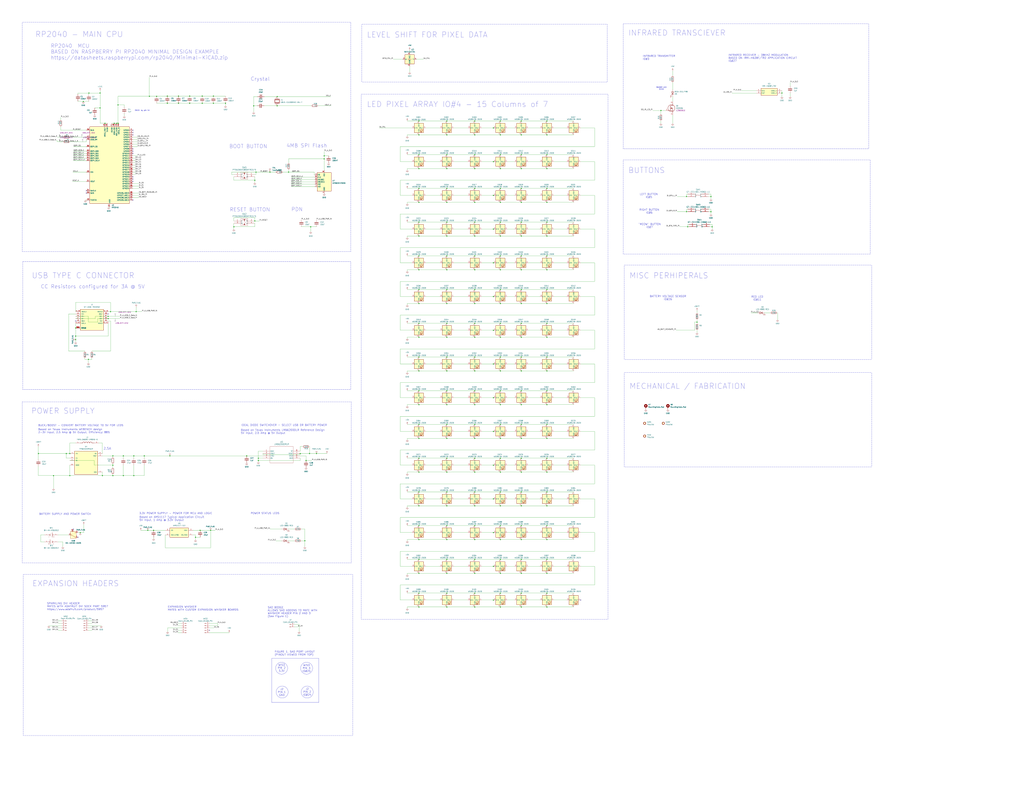
<source format=kicad_sch>
(kicad_sch (version 20231120) (generator "eeschema") (generator_version "8.0")
  (paper "E")
  (title_block (title "FRAMEWORK BADGE TAG SCHEMATIC") (date "2025-08-16") (rev "1.2") (company "M. KOHLER"))
  (junction (at 353.822 173.482))
  (junction (at 334.01 502.92))
  (junction (at 546.1 463.55))
  (junction (at 538.48 655.32))
  (junction (at 518.16 316.23))
  (junction (at 332.74 590.55))
  (junction (at 568.96 662.94))
  (junction (at 518.16 389.89))
  (junction (at 457.2 147.32))
  (junction (at 487.68 500.38))
  (junction (at 518.16 610.87))
  (junction (at 749.3 231.14))
  (junction (at 457.2 647.7))
  (junction (at 487.68 426.72))
  (junction (at 123.19 497.84))
  (junction (at 546.1 626.11))
  (junction (at 487.68 205.74))
  (junction (at 207.01 112.776))
  (junction (at 41.91 495.3))
  (junction (at 487.68 353.06))
  (junction (at 546.1 279.4))
  (junction (at 518.16 662.94))
  (junction (at 487.68 279.4))
  (junction (at 518.16 168.91))
  (junction (at 255.27 247.65))
  (junction (at 118.11 347.98))
  (junction (at 760.73 351.79))
  (junction (at 518.16 647.7))
  (junction (at 281.94 500.38))
  (junction (at 518.16 463.55))
  (junction (at 281.94 502.92))
  (junction (at 487.68 257.81))
  (junction (at 546.1 441.96))
  (junction (at 302.514 105.41))
  (junction (at 546.1 574.04))
  (junction (at 568.96 478.79))
  (junction (at 185.42 497.84))
  (junction (at 487.68 368.3))
  (junction (at 109.22 117.856))
  (junction (at 546.1 405.13))
  (junction (at 120.65 340.36))
  (junction (at 538.48 508))
  (junction (at 146.05 497.84))
  (junction (at 596.9 294.64))
  (junction (at 457.2 552.45))
  (junction (at 487.68 184.15))
  (junction (at 457.2 368.3))
  (junction (at 596.9 132.08))
  (junction (at 457.2 441.96))
  (junction (at 568.96 205.74))
  (junction (at 518.16 147.32))
  (junction (at 345.44 495.3))
  (junction (at 538.48 213.36))
  (junction (at 596.9 589.28))
  (junction (at 123.19 508))
  (junction (at 457.2 626.11))
  (junction (at 546.1 220.98))
  (junction (at 457.2 662.94))
  (junction (at 213.36 586.74))
  (junction (at 596.9 368.3))
  (junction (at 118.11 345.44))
  (junction (at 568.96 537.21))
  (junction (at 568.96 331.47))
  (junction (at 546.1 331.47))
  (junction (at 568.96 184.15))
  (junction (at 163.068 105.156))
  (junction (at 775.97 231.14))
  (junction (at 721.36 120.65))
  (junction (at 596.9 389.89))
  (junction (at 82.55 370.84))
  (junction (at 596.9 242.57))
  (junction (at 76.2 519.43))
  (junction (at 457.2 589.28))
  (junction (at 194.818 104.902))
  (junction (at 596.9 316.23))
  (junction (at 546.1 515.62))
  (junction (at 518.16 132.08))
  (junction (at 487.68 574.04))
  (junction (at 596.9 147.32))
  (junction (at 457.2 478.79))
  (junction (at 457.2 279.4))
  (junction (at 568.96 257.81))
  (junction (at 596.9 537.21))
  (junction (at 518.16 589.28))
  (junction (at 546.1 257.81))
  (junction (at 518.16 220.98))
  (junction (at 487.68 331.47))
  (junction (at 487.68 537.21))
  (junction (at 596.9 426.72))
  (junction (at 568.96 405.13))
  (junction (at 568.96 426.72))
  (junction (at 487.68 132.08))
  (junction (at 76.2 495.3))
  (junction (at 97.028 101.6))
  (junction (at 82.55 367.03))
  (junction (at 775.97 214.63))
  (junction (at 518.16 574.04))
  (junction (at 518.16 426.72))
  (junction (at 596.9 257.81))
  (junction (at 457.2 515.62))
  (junction (at 568.96 574.04))
  (junction (at 276.86 115.57))
  (junction (at 518.16 537.21))
  (junction (at 457.2 316.23))
  (junction (at 148.59 340.36))
  (junction (at 750.57 247.65))
  (junction (at 568.96 441.96))
  (junction (at 568.96 147.32))
  (junction (at 457.2 184.15))
  (junction (at 596.9 331.47))
  (junction (at 58.42 519.43))
  (junction (at 568.96 515.62))
  (junction (at 161.29 579.12))
  (junction (at 457.2 257.81))
  (junction (at 518.16 478.79))
  (junction (at 568.96 294.64))
  (junction (at 246.126 112.776))
  (junction (at 487.68 441.96))
  (junction (at 546.1 368.3))
  (junction (at 124.714 134.62))
  (junction (at 596.9 552.45))
  (junction (at 327.66 495.3))
  (junction (at 518.16 331.47))
  (junction (at 457.2 389.89))
  (junction (at 457.2 537.21))
  (junction (at 596.9 184.15))
  (junction (at 278.13 241.3))
  (junction (at 546.1 662.94))
  (junction (at 568.96 353.06))
  (junction (at 229.87 579.12))
  (junction (at 568.96 279.4))
  (junction (at 568.96 647.7))
  (junction (at 487.68 294.64))
  (junction (at 546.1 389.89))
  (junction (at 546.1 500.38))
  (junction (at 546.1 132.08))
  (junction (at 777.24 247.65))
  (junction (at 568.96 389.89))
  (junction (at 568.96 132.08))
  (junction (at 568.96 589.28))
  (junction (at 294.64 187.96))
  (junction (at 487.68 626.11))
  (junction (at 457.2 574.04))
  (junction (at 220.726 112.776))
  (junction (at 546.1 205.74))
  (junction (at 596.9 574.04))
  (junction (at 568.96 220.98))
  (junction (at 457.2 132.08))
  (junction (at 538.48 397.51))
  (junction (at 518.16 626.11))
  (junction (at 90.932 110.744))
  (junction (at 518.16 205.74))
  (junction (at 568.96 552.45))
  (junction (at 457.2 463.55))
  (junction (at 279.4 187.96))
  (junction (at 487.68 589.28))
  (junction (at 568.96 500.38))
  (junction (at 596.9 279.4))
  (junction (at 546.1 242.57))
  (junction (at 487.68 316.23))
  (junction (at 128.778 134.62))
  (junction (at 487.68 515.62))
  (junction (at 538.48 287.02))
  (junction (at 457.2 220.98))
  (junction (at 134.62 519.43))
  (junction (at 194.818 112.776))
  (junction (at 487.68 478.79))
  (junction (at 853.44 101.6))
  (junction (at 457.2 242.57))
  (junction (at 96.52 392.43))
  (junction (at 518.16 353.06))
  (junction (at 487.68 147.32))
  (junction (at 518.16 279.4))
  (junction (at 134.62 497.84))
  (junction (at 596.9 405.13))
  (junction (at 170.942 105.156))
  (junction (at 518.16 552.45))
  (junction (at 538.48 139.7))
  (junction (at 518.16 242.57))
  (junction (at 123.19 519.43))
  (junction (at 596.9 463.55))
  (junction (at 596.9 220.98))
  (junction (at 457.2 294.64))
  (junction (at 167.64 579.12))
  (junction (at 546.1 647.7))
  (junction (at 518.16 294.64))
  (junction (at 546.1 552.45))
  (junction (at 82.55 358.14))
  (junction (at 546.1 184.15))
  (junction (at 487.68 220.98))
  (junction (at 538.48 544.83))
  (junction (at 278.13 196.85))
  (junction (at 546.1 147.32))
  (junction (at 546.1 168.91))
  (junction (at 182.626 104.902))
  (junction (at 568.96 242.57))
  (junction (at 596.9 478.79))
  (junction (at 518.16 500.38))
  (junction (at 127.254 134.62))
  (junction (at 546.1 610.87))
  (junction (at 596.9 205.74))
  (junction (at 457.2 405.13))
  (junction (at 546.1 478.79))
  (junction (at 518.16 184.15))
  (junction (at 457.2 331.47))
  (junction (at 302.514 115.57))
  (junction (at 457.2 500.38))
  (junction (at 749.3 214.63))
  (junction (at 546.1 316.23))
  (junction (at 314.96 187.96))
  (junction (at 157.48 497.84))
  (junction (at 568.96 610.87))
  (junction (at 109.22 101.6))
  (junction (at 146.05 519.43))
  (junction (at 487.68 552.45))
  (junction (at 596.9 515.62))
  (junction (at 538.48 434.34))
  (junction (at 546.1 537.21))
  (junction (at 546.1 294.64))
  (junction (at 232.918 104.902))
  (junction (at 518.16 515.62))
  (junction (at 218.44 579.12))
  (junction (at 487.68 242.57))
  (junction (at 232.918 112.776))
  (junction (at 596.9 647.7))
  (junction (at 538.48 471.17))
  (junction (at 114.554 134.62))
  (junction (at 538.48 581.66))
  (junction (at 457.2 353.06))
  (junction (at 538.48 323.85))
  (junction (at 518.16 441.96))
  (junction (at 269.24 497.84))
  (junction (at 487.68 389.89))
  (junction (at 538.48 176.53))
  (junction (at 220.726 104.902))
  (junction (at 568.96 626.11))
  (junction (at 339.09 247.65))
  (junction (at 487.68 168.91))
  (junction (at 207.01 104.902))
  (junction (at 518.16 405.13))
  (junction (at 111.76 519.43))
  (junction (at 546.1 426.72))
  (junction (at 457.2 610.87))
  (junction (at 596.9 500.38))
  (junction (at 596.9 662.94))
  (junction (at 596.9 353.06))
  (junction (at 538.48 250.19))
  (junction (at 568.96 463.55))
  (junction (at 457.2 205.74))
  (junction (at 568.96 316.23))
  (junction (at 457.2 168.91))
  (junction (at 596.9 626.11))
  (junction (at 487.68 463.55))
  (junction (at 128.778 114.554))
  (junction (at 337.82 495.3))
  (junction (at 568.96 168.91))
  (junction (at 72.39 495.3))
  (junction (at 487.68 610.87))
  (junction (at 518.16 368.3))
  (junction (at 596.9 441.96))
  (junction (at 487.68 662.94))
  (junction (at 353.822 170.18))
  (junction (at 546.1 353.06))
  (junction (at 457.2 426.72))
  (junction (at 538.48 360.68))
  (junction (at 87.63 581.66))
  (junction (at 568.96 368.3))
  (junction (at 546.1 589.28))
  (junction (at 182.626 112.776))
  (junction (at 538.48 618.49))
  (junction (at 487.68 647.7))
  (junction (at 596.9 610.87))
  (junction (at 596.9 168.91))
  (junction (at 487.68 405.13))
  (junction (at 518.16 257.81))
  (no_connect (at 145.034 195.58))
  (no_connect (at 145.034 198.12))
  (no_connect (at 145.034 193.04))
  (no_connect (at 633.73 655.32))
  (no_connect (at 94.234 210.82))
  (no_connect (at 145.034 162.56))
  (no_connect (at 145.034 165.1))
  (no_connect (at 145.034 142.24))
  (no_connect (at 228.6 688.34))
  (no_connect (at 145.034 147.32))
  (no_connect (at 85.09 586.74))
  (no_connect (at 118.11 342.9))
  (no_connect (at 145.034 218.44))
  (no_connect (at 145.034 167.64))
  (no_connect (at 82.55 350.52))
  (no_connect (at 80.01 577.85))
  (no_connect (at 94.234 208.28))
  (no_connect (at 145.034 144.78))
  (wire (pts (xy 487.68 205.74) (xy 518.16 205.74)))
  (wire (pts (xy 109.22 101.6) (xy 97.028 101.6)))
  (wire (pts (xy 255.27 247.65) (xy 278.13 247.65)))
  (wire (pts (xy 525.78 434.34) (xy 538.48 434.34)))
  (wire (pts (xy 633.73 176.53) (xy 648.97 176.53)))
  (wire (pts (xy 66.294 142.24) (xy 94.234 142.24)))
  (wire (pts (xy 255.27 243.84) (xy 255.27 247.65)))
  (wire (pts (xy 518.16 316.23) (xy 546.1 316.23)))
  (wire (pts (xy 712.47 120.65) (xy 721.36 120.65)))
  (wire (pts (xy 546.1 589.28) (xy 568.96 589.28)))
  (wire (pts (xy 775.97 228.6) (xy 775.97 231.14)))
  (wire (pts (xy 147.574 187.96) (xy 145.034 187.96)))
  (wire (pts (xy 596.9 662.94) (xy 626.11 662.94)))
  (wire (pts (xy 118.11 345.44) (xy 130.81 345.44)))
  (wire (pts (xy 444.5 257.81) (xy 457.2 257.81)))
  (wire (pts (xy 232.918 112.776) (xy 246.126 112.776)))
  (wire (pts (xy 721.36 124.46) (xy 721.36 120.65)))
  (wire (pts (xy 568.96 389.89) (xy 596.9 389.89)))
  (wire (pts (xy 604.52 213.36) (xy 618.49 213.36)))
  (wire (pts (xy 278.13 196.85) (xy 255.27 196.85)))
  (wire (pts (xy 135.636 124.46) (xy 135.636 126.492)))
  (wire (pts (xy 457.2 463.55) (xy 487.68 463.55)))
  (wire (pts (xy 220.726 104.902) (xy 220.726 105.156)))
  (wire (pts (xy 436.88 213.36) (xy 449.58 213.36)))
  (wire (pts (xy 317.754 201.168) (xy 343.662 201.168)))
  (wire (pts (xy 596.9 610.87) (xy 626.11 610.87)))
  (wire (pts (xy 436.88 508) (xy 449.58 508)))
  (wire (pts (xy 495.3 250.19) (xy 510.54 250.19)))
  (wire (pts (xy 334.01 497.84) (xy 334.01 502.92)))
  (wire (pts (xy 278.13 237.49) (xy 278.13 241.3)))
  (wire (pts (xy 596.9 184.15) (xy 626.11 184.15)))
  (wire (pts (xy 538.48 581.66) (xy 539.75 581.66)))
  (wire (pts (xy 76.454 149.86) (xy 94.234 149.86)))
  (wire (pts (xy 436.88 491.49) (xy 436.88 508)))
  (wire (pts (xy 487.68 500.38) (xy 518.16 500.38)))
  (wire (pts (xy 82.55 330.2) (xy 120.65 330.2)))
  (wire (pts (xy 194.818 112.776) (xy 194.818 112.522)))
  (wire (pts (xy 734.06 77.47) (xy 734.06 82.55)))
  (wire (pts (xy 276.86 115.57) (xy 280.67 115.57)))
  (wire (pts (xy 487.68 147.32) (xy 518.16 147.32)))
  (wire (pts (xy 604.52 655.32) (xy 618.49 655.32)))
  (wire (pts (xy 444.5 553.72) (xy 444.5 552.45)))
  (wire (pts (xy 102.87 502.92) (xy 76.2 502.92)))
  (wire (pts (xy 546.1 647.7) (xy 568.96 647.7)))
  (wire (pts (xy 436.88 307.34) (xy 436.88 323.85)))
  (wire (pts (xy 596.9 537.21) (xy 626.11 537.21)))
  (wire (pts (xy 436.88 638.81) (xy 436.88 655.32)))
  (wire (pts (xy 518.16 184.15) (xy 546.1 184.15)))
  (wire (pts (xy 150.114 170.18) (xy 145.034 170.18)))
  (wire (pts (xy 444.5 295.91) (xy 444.5 294.64)))
  (wire (pts (xy 327.66 487.68) (xy 330.2 487.68)))
  (wire (pts (xy 85.09 110.744) (xy 90.932 110.744)))
  (wire (pts (xy 568.96 441.96) (xy 596.9 441.96)))
  (wire (pts (xy 436.88 655.32) (xy 449.58 655.32)))
  (wire (pts (xy 278.13 196.85) (xy 278.13 193.04)))
  (wire (pts (xy 568.96 316.23) (xy 596.9 316.23)))
  (wire (pts (xy 106.68 347.98) (xy 118.11 347.98)))
  (wire (pts (xy 110.49 683.26) (xy 96.52 683.26)))
  (wire (pts (xy 353.822 165.354) (xy 353.822 170.18)))
  (wire (pts (xy 487.68 132.08) (xy 518.16 132.08)))
  (wire (pts (xy 596.9 279.4) (xy 626.11 279.4)))
  (wire (pts (xy 596.9 589.28) (xy 626.11 589.28)))
  (wire (pts (xy 180.34 584.2) (xy 180.34 598.17)))
  (wire (pts (xy 328.93 590.55) (xy 332.74 590.55)))
  (wire (pts (xy 538.48 287.02) (xy 539.75 287.02)))
  (wire (pts (xy 633.73 213.36) (xy 648.97 213.36)))
  (wire (pts (xy 648.97 213.36) (xy 648.97 233.68)))
  (wire (pts (xy 444.5 368.3) (xy 457.2 368.3)))
  (wire (pts (xy 161.29 579.12) (xy 167.64 579.12)))
  (wire (pts (xy 213.36 584.2) (xy 213.36 586.74)))
  (wire (pts (xy 444.5 443.23) (xy 444.5 441.96)))
  (wire (pts (xy 147.574 185.42) (xy 145.034 185.42)))
  (wire (pts (xy 444.5 406.4) (xy 444.5 405.13)))
  (wire (pts (xy 436.88 397.51) (xy 449.58 397.51)))
  (wire (pts (xy 436.88 176.53) (xy 449.58 176.53)))
  (wire (pts (xy 114.554 134.62) (xy 117.094 134.62)))
  (wire (pts (xy 246.126 112.776) (xy 246.126 115.316)))
  (wire (pts (xy 538.48 323.85) (xy 539.75 323.85)))
  (wire (pts (xy 207.01 112.776) (xy 220.726 112.776)))
  (wire (pts (xy 749.3 228.6) (xy 749.3 231.14)))
  (wire (pts (xy 546.1 331.47) (xy 568.96 331.47)))
  (wire (pts (xy 487.68 626.11) (xy 518.16 626.11)))
  (wire (pts (xy 76.2 500.38) (xy 72.39 500.38)))
  (wire (pts (xy 457.2 574.04) (xy 487.68 574.04)))
  (wire (pts (xy 80.01 175.26) (xy 94.234 175.26)))
  (wire (pts (xy 281.94 504.19) (xy 281.94 502.92)))
  (wire (pts (xy 604.52 250.19) (xy 618.49 250.19)))
  (wire (pts (xy 596.9 389.89) (xy 626.11 389.89)))
  (wire (pts (xy 302.514 105.41) (xy 360.934 105.41)))
  (wire (pts (xy 750.57 228.6) (xy 749.3 228.6)))
  (wire (pts (xy 123.19 497.84) (xy 123.19 499.11)))
  (wire (pts (xy 749.3 214.63) (xy 750.57 214.63)))
  (wire (pts (xy 538.48 471.17) (xy 539.75 471.17)))
  (wire (pts (xy 568.96 610.87) (xy 596.9 610.87)))
  (wire (pts (xy 96.52 345.44) (xy 96.52 351.79)))
  (wire (pts (xy 318.008 193.548) (xy 343.662 193.548)))
  (wire (pts (xy 518.16 257.81) (xy 546.1 257.81)))
  (wire (pts (xy 734.06 125.73) (xy 734.06 134.62)))
  (wire (pts (xy 361.442 115.57) (xy 347.218 115.57)))
  (wire (pts (xy 94.234 218.44) (xy 93.218 218.44)))
  (wire (pts (xy 53.34 683.26) (xy 67.31 683.26)))
  (wire (pts (xy 118.11 367.03) (xy 82.55 367.03)))
  (wire (pts (xy 495.3 618.49) (xy 510.54 618.49)))
  (wire (pts (xy 325.12 684.53) (xy 321.31 684.53)))
  (wire (pts (xy 538.48 397.51) (xy 539.75 397.51)))
  (wire (pts (xy 85.09 581.66) (xy 87.63 581.66)))
  (wire (pts (xy 518.16 441.96) (xy 546.1 441.96)))
  (wire (pts (xy 576.58 618.49) (xy 589.28 618.49)))
  (wire (pts (xy 648.97 287.02) (xy 648.97 307.34)))
  (wire (pts (xy 568.96 294.64) (xy 596.9 294.64)))
  (wire (pts (xy 487.68 279.4) (xy 518.16 279.4)))
  (wire (pts (xy 151.384 205.74) (xy 145.034 205.74)))
  (wire (pts (xy 596.9 316.23) (xy 626.11 316.23)))
  (wire (pts (xy 237.49 683.26) (xy 228.6 683.26)))
  (wire (pts (xy 576.58 544.83) (xy 589.28 544.83)))
  (wire (pts (xy 518.16 405.13) (xy 546.1 405.13)))
  (wire (pts (xy 568.96 647.7) (xy 596.9 647.7)))
  (wire (pts (xy 596.9 205.74) (xy 626.11 205.74)))
  (wire (pts (xy 82.55 353.06) (xy 82.55 358.14)))
  (wire (pts (xy 457.2 331.47) (xy 487.68 331.47)))
  (wire (pts (xy 648.97 471.17) (xy 648.97 491.49)))
  (wire (pts (xy 229.87 579.12) (xy 234.95 579.12)))
  (wire (pts (xy 327.66 497.84) (xy 334.01 497.84)))
  (wire (pts (xy 553.72 176.53) (xy 561.34 176.53)))
  (wire (pts (xy 760.73 339.09) (xy 760.73 341.63)))
  (wire (pts (xy 721.36 120.65) (xy 726.44 120.65)))
  (wire (pts (xy 182.626 112.776) (xy 194.818 112.776)))
  (wire (pts (xy 44.45 591.82) (xy 48.26 591.82)))
  (wire (pts (xy 72.39 500.38) (xy 72.39 495.3)))
  (wire (pts (xy 648.97 508) (xy 648.97 528.32)))
  (wire (pts (xy 146.05 519.43) (xy 157.48 519.43)))
  (wire (pts (xy 760.73 349.25) (xy 760.73 351.79)))
  (wire (pts (xy 596.9 242.57) (xy 626.11 242.57)))
  (wire (pts (xy 207.01 112.776) (xy 207.01 112.522)))
  (wire (pts (xy 568.96 552.45) (xy 596.9 552.45)))
  (wire (pts (xy 464.82 176.53) (xy 480.06 176.53)))
  (wire (pts (xy 66.294 128.27) (xy 66.294 130.81)))
  (wire (pts (xy 318.008 196.088) (xy 343.662 196.088)))
  (wire (pts (xy 648.97 250.19) (xy 648.97 270.51)))
  (wire (pts (xy 444.5 184.15) (xy 457.2 184.15)))
  (wire (pts (xy 487.68 294.64) (xy 518.16 294.64)))
  (wire (pts (xy 596.9 626.11) (xy 626.11 626.11)))
  (wire (pts (xy 495.3 508) (xy 510.54 508)))
  (wire (pts (xy 436.88 618.49) (xy 449.58 618.49)))
  (wire (pts (xy 495.3 139.7) (xy 510.54 139.7)))
  (wire (pts (xy 596.9 220.98) (xy 626.11 220.98)))
  (wire (pts (xy 444.5 132.08) (xy 457.2 132.08)))
  (wire (pts (xy 777.24 245.11) (xy 777.24 247.65)))
  (wire (pts (xy 648.97 307.34) (xy 436.88 307.34)))
  (wire (pts (xy 102.87 508) (xy 123.19 508)))
  (wire (pts (xy 546.1 537.21) (xy 568.96 537.21)))
  (wire (pts (xy 327.66 502.92) (xy 281.94 502.92)))
  (wire (pts (xy 546.1 574.04) (xy 568.96 574.04)))
  (wire (pts (xy 721.36 134.62) (xy 721.36 132.08)))
  (wire (pts (xy 82.55 342.9) (xy 74.93 342.9)))
  (wire (pts (xy 633.73 287.02) (xy 648.97 287.02)))
  (wire (pts (xy 339.09 247.65) (xy 345.44 247.65)))
  (wire (pts (xy 457.2 552.45) (xy 487.68 552.45)))
  (wire (pts (xy 332.74 577.85) (xy 332.74 590.55)))
  (wire (pts (xy 862.33 105.41) (xy 862.33 101.6)))
  (wire (pts (xy 194.31 683.26) (xy 198.12 683.26)))
  (wire (pts (xy 546.1 242.57) (xy 568.96 242.57)))
  (wire (pts (xy 185.42 497.84) (xy 269.24 497.84)))
  (wire (pts (xy 444.5 552.45) (xy 457.2 552.45)))
  (wire (pts (xy 151.384 210.82) (xy 145.034 210.82)))
  (wire (pts (xy 444.5 332.74) (xy 444.5 331.47)))
  (wire (pts (xy 853.44 105.41) (xy 853.44 101.6)))
  (wire (pts (xy 134.62 497.84) (xy 134.62 500.38)))
  (wire (pts (xy 68.58 591.82) (xy 68.58 596.9)))
  (wire (pts (xy 518.16 168.91) (xy 546.1 168.91)))
  (wire (pts (xy 518.16 389.89) (xy 546.1 389.89)))
  (wire (pts (xy 194.31 680.72) (xy 198.12 680.72)))
  (wire (pts (xy 326.39 681.99) (xy 321.31 681.99)))
  (wire (pts (xy 111.76 483.87) (xy 111.76 495.3)))
  (wire (pts (xy 648.97 381) (xy 436.88 381)))
  (wire (pts (xy 648.97 638.81) (xy 436.88 638.81)))
  (wire (pts (xy 123.19 497.84) (xy 134.62 497.84)))
  (wire (pts (xy 633.73 360.68) (xy 648.97 360.68)))
  (wire (pts (xy 444.5 389.89) (xy 457.2 389.89)))
  (wire (pts (xy 834.39 341.63) (xy 840.74 341.63)))
  (wire (pts (xy 568.96 500.38) (xy 596.9 500.38)))
  (wire (pts (xy 457.2 537.21) (xy 487.68 537.21)))
  (wire (pts (xy 546.1 515.62) (xy 568.96 515.62)))
  (wire (pts (xy 85.09 110.744) (xy 85.09 110.49)))
  (wire (pts (xy 604.52 581.66) (xy 618.49 581.66)))
  (wire (pts (xy 90.932 110.744) (xy 97.028 110.744)))
  (wire (pts (xy 436.88 360.68) (xy 449.58 360.68)))
  (wire (pts (xy 135.636 114.554) (xy 135.636 116.84)))
  (wire (pts (xy 457.2 441.96) (xy 487.68 441.96)))
  (wire (pts (xy 546.1 168.91) (xy 568.96 168.91)))
  (wire (pts (xy 327.66 495.3) (xy 337.82 495.3)))
  (wire (pts (xy 487.68 353.06) (xy 518.16 353.06)))
  (wire (pts (xy 546.1 662.94) (xy 568.96 662.94)))
  (wire (pts (xy 74.93 342.9) (xy 74.93 383.54)))
  (wire (pts (xy 252.73 187.96) (xy 279.4 187.96)))
  (wire (pts (xy 94.234 172.72) (xy 80.01 172.72)))
  (wire (pts (xy 444.5 369.57) (xy 444.5 368.3)))
  (wire (pts (xy 487.68 168.91) (xy 518.16 168.91)))
  (wire (pts (xy 604.52 471.17) (xy 618.49 471.17)))
  (wire (pts (xy 444.5 590.55) (xy 444.5 589.28)))
  (wire (pts (xy 96.52 680.72) (xy 100.33 680.72)))
  (wire (pts (xy 596.9 478.79) (xy 626.11 478.79)))
  (wire (pts (xy 147.574 175.26) (xy 145.034 175.26)))
  (wire (pts (xy 758.19 351.79) (xy 760.73 351.79)))
  (wire (pts (xy 147.574 177.8) (xy 145.034 177.8)))
  (wire (pts (xy 518.16 147.32) (xy 546.1 147.32)))
  (wire (pts (xy 596.9 294.64) (xy 626.11 294.64)))
  (wire (pts (xy 444.5 205.74) (xy 457.2 205.74)))
  (wire (pts (xy 182.626 105.156) (xy 182.626 104.902)))
  (wire (pts (xy 596.9 463.55) (xy 626.11 463.55)))
  (wire (pts (xy 775.97 217.17) (xy 775.97 214.63)))
  (wire (pts (xy 163.068 105.156) (xy 170.942 105.156)))
  (wire (pts (xy 288.544 105.41) (xy 302.514 105.41)))
  (wire (pts (xy 118.11 353.06) (xy 118.11 367.03)))
  (wire (pts (xy 576.58 434.34) (xy 589.28 434.34)))
  (wire (pts (xy 464.82 508) (xy 480.06 508)))
  (wire (pts (xy 774.7 245.11) (xy 777.24 245.11)))
  (wire (pts (xy 648.97 233.68) (xy 436.88 233.68)))
  (wire (pts (xy 495.3 655.32) (xy 510.54 655.32)))
  (wire (pts (xy 553.72 581.66) (xy 561.34 581.66)))
  (wire (pts (xy 568.96 184.15) (xy 596.9 184.15)))
  (wire (pts (xy 464.82 581.66) (xy 480.06 581.66)))
  (wire (pts (xy 96.52 351.79) (xy 106.68 351.79)))
  (wire (pts (xy 67.31 685.8) (xy 63.5 685.8)))
  (wire (pts (xy 495.3 397.51) (xy 510.54 397.51)))
  (wire (pts (xy 444.5 626.11) (xy 457.2 626.11)))
  (wire (pts (xy 648.97 270.51) (xy 436.88 270.51)))
  (wire (pts (xy 80.264 160.02) (xy 94.234 160.02)))
  (wire (pts (xy 525.78 618.49) (xy 538.48 618.49)))
  (wire (pts (xy 327.66 492.76) (xy 327.66 487.68)))
  (wire (pts (xy 568.96 662.94) (xy 596.9 662.94)))
  (wire (pts (xy 317.754 198.628) (xy 343.662 198.628)))
  (wire (pts (xy 229.87 598.17) (xy 229.87 579.12)))
  (wire (pts (xy 568.96 168.91) (xy 596.9 168.91)))
  (wire (pts (xy 281.94 500.38) (xy 287.02 500.38)))
  (wire (pts (xy 777.24 250.19) (xy 777.24 247.65)))
  (wire (pts (xy 853.44 101.6) (xy 853.44 99.06)))
  (wire (pts (xy 596.9 574.04) (xy 626.11 574.04)))
  (wire (pts (xy 287.02 496.57) (xy 327.66 496.57)))
  (wire (pts (xy 464.82 250.19) (xy 480.06 250.19)))
  (wire (pts (xy 457.2 426.72) (xy 487.68 426.72)))
  (wire (pts (xy 213.36 586.74) (xy 213.36 589.28)))
  (wire (pts (xy 213.36 586.74) (xy 218.44 586.74)))
  (wire (pts (xy 576.58 581.66) (xy 589.28 581.66)))
  (wire (pts (xy 353.822 173.482) (xy 353.822 185.928)))
  (wire (pts (xy 118.11 350.52) (xy 120.65 350.52)))
  (wire (pts (xy 604.52 397.51) (xy 618.49 397.51)))
  (wire (pts (xy 848.614 341.63) (xy 848.36 341.63)))
  (wire (pts (xy 457.2 184.15) (xy 487.68 184.15)))
  (wire (pts (xy 41.91 487.68) (xy 41.91 495.3)))
  (wire (pts (xy 525.78 360.68) (xy 538.48 360.68)))
  (wire (pts (xy 436.88 270.51) (xy 436.88 287.02)))
  (wire (pts (xy 604.52 360.68) (xy 618.49 360.68)))
  (wire (pts (xy 546.1 294.64) (xy 568.96 294.64)))
  (wire (pts (xy 82.55 483.87) (xy 76.2 483.87)))
  (wire (pts (xy 518.16 537.21) (xy 546.1 537.21)))
  (wire (pts (xy 328.93 577.85) (xy 332.74 577.85)))
  (wire (pts (xy 85.09 101.6) (xy 85.09 102.87)))
  (wire (pts (xy 648.97 618.49) (xy 648.97 638.81)))
  (wire (pts (xy 182.626 112.776) (xy 182.626 112.522)))
  (wire (pts (xy 444.5 610.87) (xy 457.2 610.87)))
  (wire (pts (xy 538.48 508) (xy 539.75 508)))
  (wire (pts (xy 546.1 626.11) (xy 568.96 626.11)))
  (wire (pts (xy 67.31 680.72) (xy 63.5 680.72)))
  (wire (pts (xy 553.72 655.32) (xy 561.34 655.32)))
  (wire (pts (xy 228.6 685.8) (xy 233.68 685.8)))
  (wire (pts (xy 568.96 589.28) (xy 596.9 589.28)))
  (wire (pts (xy 148.59 340.36) (xy 120.65 340.36)))
  (wire (pts (xy 750.57 212.09) (xy 749.3 212.09)))
  (wire (pts (xy 553.72 434.34) (xy 561.34 434.34)))
  (wire (pts (xy 487.68 463.55) (xy 518.16 463.55)))
  (wire (pts (xy 447.04 78.74) (xy 447.04 72.39)))
  (wire (pts (xy 161.29 579.12) (xy 153.67 579.12)))
  (wire (pts (xy 487.68 515.62) (xy 518.16 515.62)))
  (wire (pts (xy 553.72 397.51) (xy 561.34 397.51)))
  (wire (pts (xy 180.34 598.17) (xy 229.87 598.17)))
  (wire (pts (xy 82.55 367.03) (xy 82.55 358.14)))
  (wire (pts (xy 327.66 500.38) (xy 327.66 502.92)))
  (wire (pts (xy 134.62 519.43) (xy 123.19 519.43)))
  (wire (pts (xy 487.68 610.87) (xy 518.16 610.87)))
  (wire (pts (xy 773.43 214.63) (xy 775.97 214.63)))
  (wire (pts (xy 525.78 655.32) (xy 538.48 655.32)))
  (wire (pts (xy 604.52 323.85) (xy 618.49 323.85)))
  (wire (pts (xy 255.27 237.49) (xy 255.27 241.3)))
  (wire (pts (xy 596.9 368.3) (xy 626.11 368.3)))
  (wire (pts (xy 518.16 589.28) (xy 546.1 589.28)))
  (wire (pts (xy 518.16 574.04) (xy 546.1 574.04)))
  (wire (pts (xy 457.2 389.89) (xy 487.68 389.89)))
  (wire (pts (xy 568.96 478.79) (xy 596.9 478.79)))
  (wire (pts (xy 487.68 331.47) (xy 518.16 331.47)))
  (wire (pts (xy 487.68 552.45) (xy 518.16 552.45)))
  (wire (pts (xy 314.96 173.482) (xy 353.822 173.482)))
  (wire (pts (xy 148.59 335.28) (xy 148.59 340.36)))
  (wire (pts (xy 444.5 168.91) (xy 457.2 168.91)))
  (wire (pts (xy 97.028 101.6) (xy 97.028 103.124)))
  (wire (pts (xy 633.73 508) (xy 648.97 508)))
  (wire (pts (xy 429.26 64.77) (xy 439.42 64.77)))
  (wire (pts (xy 525.78 323.85) (xy 538.48 323.85)))
  (wire (pts (xy 553.72 250.19) (xy 561.34 250.19)))
  (wire (pts (xy 576.58 471.17) (xy 589.28 471.17)))
  (wire (pts (xy 464.82 471.17) (xy 480.06 471.17)))
  (wire (pts (xy 79.502 187.96) (xy 94.234 187.96)))
  (wire (pts (xy 648.97 397.51) (xy 648.97 417.83)))
  (wire (pts (xy 109.22 101.6) (xy 109.22 117.856)))
  (wire (pts (xy 553.72 508) (xy 561.34 508)))
  (wire (pts (xy 633.73 397.51) (xy 648.97 397.51)))
  (wire (pts (xy 163.068 84.328) (xy 163.068 105.156)))
  (wire (pts (xy 568.96 147.32) (xy 596.9 147.32)))
  (wire (pts (xy 487.68 405.13) (xy 518.16 405.13)))
  (wire (pts (xy 147.574 182.88) (xy 145.034 182.88)))
  (wire (pts (xy 633.73 434.34) (xy 648.97 434.34)))
  (wire (pts (xy 464.82 360.68) (xy 480.06 360.68)))
  (wire (pts (xy 444.5 441.96) (xy 457.2 441.96)))
  (wire (pts (xy 751.84 245.11) (xy 750.57 245.11)))
  (wire (pts (xy 495.3 471.17) (xy 510.54 471.17)))
  (wire (pts (xy 444.5 426.72) (xy 457.2 426.72)))
  (wire (pts (xy 80.01 170.18) (xy 94.234 170.18)))
  (wire (pts (xy 596.9 405.13) (xy 626.11 405.13)))
  (wire (pts (xy 576.58 508) (xy 589.28 508)))
  (wire (pts (xy 546.1 441.96) (xy 568.96 441.96)))
  (wire (pts (xy 279.4 187.96) (xy 279.4 190.5)))
  (wire (pts (xy 436.88 323.85) (xy 449.58 323.85)))
  (wire (pts (xy 648.97 196.85) (xy 436.88 196.85)))
  (wire (pts (xy 487.68 537.21) (xy 518.16 537.21)))
  (wire (pts (xy 487.68 220.98) (xy 518.16 220.98)))
  (wire (pts (xy 436.88 250.19) (xy 449.58 250.19)))
  (wire (pts (xy 182.88 689.61) (xy 182.88 685.8)))
  (wire (pts (xy 775.97 212.09) (xy 775.97 214.63)))
  (wire (pts (xy 339.09 247.65) (xy 339.09 252.73)))
  (wire (pts (xy 495.3 360.68) (xy 510.54 360.68)))
  (wire (pts (xy 596.9 647.7) (xy 626.11 647.7)))
  (wire (pts (xy 487.68 257.81) (xy 518.16 257.81)))
  (wire (pts (xy 749.3 231.14) (xy 750.57 231.14)))
  (wire (pts (xy 255.27 237.49) (xy 278.13 237.49)))
  (wire (pts (xy 63.5 591.82) (xy 68.58 591.82)))
  (wire (pts (xy 281.94 502.92) (xy 281.94 500.38)))
  (wire (pts (xy 576.58 250.19) (xy 589.28 250.19)))
  (wire (pts (xy 96.52 685.8) (xy 100.33 685.8)))
  (wire (pts (xy 436.88 344.17) (xy 436.88 360.68)))
  (wire (pts (xy 436.88 160.02) (xy 436.88 176.53)))
  (wire (pts (xy 495.3 544.83) (xy 510.54 544.83)))
  (wire (pts (xy 774.7 247.65) (xy 777.24 247.65)))
  (wire (pts (xy 82.55 370.84) (xy 82.55 367.03)))
  (wire (pts (xy 287.02 496.57) (xy 287.02 495.3)))
  (wire (pts (xy 546.1 552.45) (xy 568.96 552.45)))
  (wire (pts (xy 157.48 497.84) (xy 157.48 500.38)))
  (wire (pts (xy 568.96 132.08) (xy 596.9 132.08)))
  (wire (pts (xy 314.96 177.8) (xy 314.96 173.482)))
  (wire (pts (xy 464.82 618.49) (xy 480.06 618.49)))
  (wire (pts (xy 457.2 168.91) (xy 487.68 168.91)))
  (wire (pts (xy 464.82 544.83) (xy 480.06 544.83)))
  (wire (pts (xy 444.5 147.32) (xy 457.2 147.32)))
  (wire (pts (xy 546.1 389.89) (xy 568.96 389.89)))
  (wire (pts (xy 538.48 544.83) (xy 539.75 544.83)))
  (wire (pts (xy 255.27 193.04) (xy 255.27 196.85)))
  (wire (pts (xy 546.1 368.3) (xy 568.96 368.3)))
  (wire (pts (xy 495.3 323.85) (xy 510.54 323.85)))
  (wire (pts (xy 546.1 205.74) (xy 568.96 205.74)))
  (wire (pts (xy 538.48 434.34) (xy 539.75 434.34)))
  (wire (pts (xy 96.52 678.18) (xy 100.33 678.18)))
  (wire (pts (xy 568.96 242.57) (xy 596.9 242.57)))
  (wire (pts (xy 596.9 426.72) (xy 626.11 426.72)))
  (wire (pts (xy 128.778 105.156) (xy 128.778 114.554)))
  (wire (pts (xy 279.4 190.5) (xy 278.13 190.5)))
  (wire (pts (xy 457.2 610.87) (xy 487.68 610.87)))
  (wire (pts (xy 444.5 589.28) (xy 457.2 589.28)))
  (wire (pts (xy 457.2 500.38) (xy 487.68 500.38)))
  (wire (pts (xy 457.2 316.23) (xy 487.68 316.23)))
  (wire (pts (xy 78.994 198.12) (xy 94.234 198.12)))
  (wire (pts (xy 302.514 115.57) (xy 339.598 115.57)))
  (wire (pts (xy 328.93 247.65) (xy 339.09 247.65)))
  (wire (pts (xy 487.68 647.7) (xy 518.16 647.7)))
  (wire (pts (xy 127.254 134.62) (xy 128.778 134.62)))
  (wire (pts (xy 167.64 579.12) (xy 180.34 579.12)))
  (wire (pts (xy 147.574 172.72) (xy 145.034 172.72)))
  (wire (pts (xy 444.5 627.38) (xy 444.5 626.11)))
  (wire (pts (xy 182.626 104.902) (xy 194.818 104.902)))
  (wire (pts (xy 102.87 508) (xy 102.87 502.92)))
  (wire (pts (xy 123.19 518.16) (xy 123.19 519.43)))
  (wire (pts (xy 553.72 618.49) (xy 561.34 618.49)))
  (wire (pts (xy 104.14 345.44) (xy 118.11 345.44)))
  (wire (pts (xy 495.3 176.53) (xy 510.54 176.53)))
  (wire (pts (xy 568.96 626.11) (xy 596.9 626.11)))
  (wire (pts (xy 150.114 157.48) (xy 145.034 157.48)))
  (wire (pts (xy 61.468 153.67) (xy 62.484 153.67)))
  (wire (pts (xy 518.16 368.3) (xy 546.1 368.3)))
  (wire (pts (xy 604.52 139.7) (xy 618.49 139.7)))
  (wire (pts (xy 278.13 241.3) (xy 283.21 241.3)))
  (wire (pts (xy 633.73 250.19) (xy 648.97 250.19)))
  (wire (pts (xy 150.114 160.02) (xy 145.034 160.02)))
  (wire (pts (xy 495.3 581.66) (xy 510.54 581.66)))
  (wire (pts (xy 106.68 351.79) (xy 106.68 347.98)))
  (wire (pts (xy 170.942 112.776) (xy 182.626 112.776)))
  (wire (pts (xy 760.73 363.22) (xy 760.73 360.68)))
  (wire (pts (xy 76.2 483.87) (xy 76.2 495.3)))
  (wire (pts (xy 327.66 496.57) (xy 327.66 495.3)))
  (wire (pts (xy 604.52 544.83) (xy 618.49 544.83)))
  (wire (pts (xy 255.27 190.5) (xy 252.73 190.5)))
  (wire (pts (xy 444.5 480.06) (xy 444.5 478.79)))
  (wire (pts (xy 758.19 351.79) (xy 758.19 360.68)))
  (wire (pts (xy 167.64 588.01) (xy 167.64 586.74)))
  (wire (pts (xy 342.9 191.008) (xy 343.662 191.008)))
  (wire (pts (xy 576.58 323.85) (xy 589.28 323.85)))
  (wire (pts (xy 576.58 655.32) (xy 589.28 655.32)))
  (wire (pts (xy 525.78 544.83) (xy 538.48 544.83)))
  (wire (pts (xy 576.58 139.7) (xy 589.28 139.7)))
  (wire (pts (xy 464.82 213.36) (xy 480.06 213.36)))
  (wire (pts (xy 300.99 590.55) (xy 307.34 590.55)))
  (wire (pts (xy 604.52 508) (xy 618.49 508)))
  (wire (pts (xy 444.5 279.4) (xy 457.2 279.4)))
  (wire (pts (xy 120.65 350.52) (xy 120.65 383.54)))
  (wire (pts (xy 444.5 574.04) (xy 457.2 574.04)))
  (wire (pts (xy 94.234 154.94) (xy 94.234 152.4)))
  (wire (pts (xy 568.96 279.4) (xy 596.9 279.4)))
  (wire (pts (xy 546.1 463.55) (xy 568.96 463.55)))
  (wire (pts (xy 146.05 519.43) (xy 134.62 519.43)))
  (wire (pts (xy 518.16 205.74) (xy 546.1 205.74)))
  (wire (pts (xy 246.126 112.776) (xy 246.126 112.522)))
  (wire (pts (xy 220.726 104.902) (xy 232.918 104.902)))
  (wire (pts (xy 100.33 392.43) (xy 96.52 392.43)))
  (wire (pts (xy 464.82 434.34) (xy 480.06 434.34)))
  (wire (pts (xy 568.96 537.21) (xy 596.9 537.21)))
  (wire (pts (xy 150.114 149.86) (xy 145.034 149.86)))
  (wire (pts (xy 525.78 250.19) (xy 538.48 250.19)))
  (wire (pts (xy 120.65 340.36) (xy 118.11 340.36)))
  (wire (pts (xy 568.96 574.04) (xy 596.9 574.04)))
  (wire (pts (xy 457.2 405.13) (xy 487.68 405.13)))
  (wire (pts (xy 568.96 220.98) (xy 596.9 220.98)))
  (wire (pts (xy 739.14 231.14) (xy 749.3 231.14)))
  (wire (pts (xy 66.294 138.43) (xy 66.294 142.24)))
  (wire (pts (xy 518.16 426.72) (xy 546.1 426.72)))
  (wire (pts (xy 741.68 247.65) (xy 750.57 247.65)))
  (wire (pts (xy 633.73 471.17) (xy 648.97 471.17)))
  (wire (pts (xy 62.484 154.686) (xy 65.024 154.686)))
  (wire (pts (xy 279.4 187.96) (xy 294.64 187.96)))
  (wire (pts (xy 568.96 205.74) (xy 596.9 205.74)))
  (wire (pts (xy 568.96 353.06) (xy 596.9 353.06)))
  (wire (pts (xy 568.96 405.13) (xy 596.9 405.13)))
  (wire (pts (xy 596.9 500.38) (xy 626.11 500.38)))
  (wire (pts (xy 281.94 492.76) (xy 281.94 500.38)))
  (wire (pts (xy 111.76 515.62) (xy 111.76 519.43)))
  (wire (pts (xy 67.31 678.18) (xy 63.5 678.18)))
  (wire (pts (xy 454.66 64.77) (xy 462.28 64.77)))
  (wire (pts (xy 308.61 187.96) (xy 314.96 187.96)))
  (wire (pts (xy 596.9 147.32) (xy 626.11 147.32)))
  (wire (pts (xy 269.24 497.84) (xy 287.02 497.84)))
  (wire (pts (xy 457.2 220.98) (xy 487.68 220.98)))
  (wire (pts (xy 220.726 112.776) (xy 232.918 112.776)))
  (wire (pts (xy 553.72 544.83) (xy 561.34 544.83)))
  (wire (pts (xy 72.39 495.3) (xy 76.2 495.3)))
  (wire (pts (xy 444.5 331.47) (xy 457.2 331.47)))
  (wire (pts (xy 182.88 685.8) (xy 198.12 685.8)))
  (wire (pts (xy 444.5 515.62) (xy 457.2 515.62)))
  (wire (pts (xy 648.97 139.7) (xy 648.97 160.02)))
  (wire (pts (xy 518.16 279.4) (xy 546.1 279.4)))
  (wire (pts (xy 111.76 519.43) (xy 123.19 519.43)))
  (wire (pts (xy 151.384 203.2) (xy 145.034 203.2)))
  (wire (pts (xy 464.82 655.32) (xy 480.06 655.32)))
  (wire (pts (xy 487.68 184.15) (xy 518.16 184.15)))
  (wire (pts (xy 457.2 257.81) (xy 487.68 257.81)))
  (wire (pts (xy 314.96 187.96) (xy 342.9 187.96)))
  (wire (pts (xy 457.2 368.3) (xy 487.68 368.3)))
  (wire (pts (xy 464.82 323.85) (xy 480.06 323.85)))
  (wire (pts (xy 553.72 287.02) (xy 561.34 287.02)))
  (wire (pts (xy 111.76 497.84) (xy 123.19 497.84)))
  (wire (pts (xy 487.68 662.94) (xy 518.16 662.94)))
  (wire (pts (xy 444.5 353.06) (xy 457.2 353.06)))
  (wire (pts (xy 436.88 471.17) (xy 449.58 471.17)))
  (wire (pts (xy 157.48 508) (xy 157.48 519.43)))
  (wire (pts (xy 326.39 689.61) (xy 326.39 681.99)))
  (wire (pts (xy 525.78 581.66) (xy 538.48 581.66)))
  (wire (pts (xy 648.97 323.85) (xy 648.97 344.17)))
  (wire (pts (xy 288.29 115.57) (xy 302.514 115.57)))
  (wire (pts (xy 287.02 492.76) (xy 281.94 492.76)))
  (wire (pts (xy 128.778 105.156) (xy 163.068 105.156)))
  (wire (pts (xy 194.818 112.776) (xy 207.01 112.776)))
  (wire (pts (xy 345.44 495.3) (xy 356.87 495.3)))
  (wire (pts (xy 444.5 294.64) (xy 457.2 294.64)))
  (wire (pts (xy 546.1 220.98) (xy 568.96 220.98)))
  (wire (pts (xy 146.05 497.84) (xy 157.48 497.84)))
  (wire (pts (xy 128.778 114.554) (xy 128.778 134.62)))
  (wire (pts (xy 109.22 134.62) (xy 114.554 134.62)))
  (wire (pts (xy 41.91 495.3) (xy 41.91 501.65)))
  (wire (pts (xy 546.1 257.81) (xy 568.96 257.81)))
  (wire (pts (xy 604.52 287.02) (xy 618.49 287.02)))
  (wire (pts (xy 487.68 426.72) (xy 518.16 426.72)))
  (wire (pts (xy 111.76 519.43) (xy 76.2 519.43)))
  (wire (pts (xy 436.88 528.32) (xy 436.88 544.83)))
  (wire (pts (xy 648.97 581.66) (xy 648.97 601.98)))
  (wire (pts (xy 568.96 331.47) (xy 596.9 331.47)))
  (wire (pts (xy 546.1 132.08) (xy 568.96 132.08)))
  (wire (pts (xy 294.64 187.96) (xy 300.99 187.96)))
  (wire (pts (xy 436.88 544.83) (xy 449.58 544.83)))
  (wire (pts (xy 487.68 389.89) (xy 518.16 389.89)))
  (wire (pts (xy 518.16 132.08) (xy 546.1 132.08)))
  (wire (pts (xy 444.5 220.98) (xy 457.2 220.98)))
  (wire (pts (xy 604.52 618.49) (xy 618.49 618.49)))
  (wire (pts (xy 58.42 519.43) (xy 58.42 533.4)))
  (wire (pts (xy 103.378 117.856) (xy 109.22 117.856)))
  (wire (pts (xy 151.384 200.66) (xy 145.034 200.66)))
  (wire (pts (xy 194.31 690.88) (xy 198.12 690.88)))
  (wire (pts (xy 568.96 257.81) (xy 596.9 257.81)))
  (wire (pts (xy 596.9 331.47) (xy 626.11 331.47)))
  (wire (pts (xy 444.5 537.21) (xy 457.2 537.21)))
  (wire (pts (xy 104.14 347.98) (xy 104.14 345.44)))
  (wire (pts (xy 444.5 148.59) (xy 444.5 147.32)))
  (wire (pts (xy 82.55 373.38) (xy 82.55 370.84)))
  (wire (pts (xy 553.72 139.7) (xy 561.34 139.7)))
  (wire (pts (xy 444.5 500.38) (xy 457.2 500.38)))
  (wire (pts (xy 276.86 115.57) (xy 276.86 122.174)))
  (wire (pts (xy 546.1 610.87) (xy 568.96 610.87)))
  (wire (pts (xy 737.87 360.68) (xy 758.19 360.68)))
  (wire (pts (xy 648.97 528.32) (xy 436.88 528.32)))
  (wire (pts (xy 546.1 279.4) (xy 568.96 279.4)))
  (wire (pts (xy 353.822 170.18) (xy 358.648 170.18)))
  (wire (pts (xy 518.16 626.11) (xy 546.1 626.11)))
  (wire (pts (xy 294.64 577.85) (xy 307.34 577.85)))
  (wire (pts (xy 92.71 392.43) (xy 96.52 392.43)))
  (wire (pts (xy 848.614 348.996) (xy 848.614 341.63)))
  (wire (pts (xy 538.48 139.7) (xy 539.75 139.7)))
  (wire (pts (xy 436.88 381) (xy 436.88 397.51)))
  (wire (pts (xy 487.68 478.79) (xy 518.16 478.79)))
  (wire (pts (xy 444.5 222.25) (xy 444.5 220.98)))
  (wire (pts (xy 414.02 139.7) (xy 449.58 139.7)))
  (wire (pts (xy 194.31 688.34) (xy 198.12 688.34)))
  (wire (pts (xy 750.57 247.65) (xy 751.84 247.65)))
  (wire (pts (xy 337.82 495.3) (xy 345.44 495.3)))
  (wire (pts (xy 546.1 184.15) (xy 568.96 184.15)))
  (wire (pts (xy 82.55 345.44) (xy 96.52 345.44)))
  (wire (pts (xy 74.93 383.54) (xy 92.71 383.54)))
  (wire (pts (xy 457.2 132.08) (xy 487.68 132.08)))
  (wire (pts (xy 170.942 105.156) (xy 182.626 105.156)))
  (wire (pts (xy 332.74 590.55) (xy 332.74 596.9)))
  (wire (pts (xy 518.16 500.38) (xy 546.1 500.38)))
  (wire (pts (xy 237.49 680.72) (xy 237.49 683.26)))
  (wire (pts (xy 232.918 104.902) (xy 246.126 104.902)))
  (wire (pts (xy 80.01 167.64) (xy 94.234 167.64)))
  (wire (pts (xy 436.88 434.34) (xy 449.58 434.34)))
  (wire (pts (xy 596.9 257.81) (xy 626.11 257.81)))
  (wire (pts (xy 518.16 552.45) (xy 546.1 552.45)))
  (wire (pts (xy 518.16 331.47) (xy 546.1 331.47)))
  (wire (pts (xy 278.13 199.39) (xy 278.13 196.85)))
  (wire (pts (xy 495.3 287.02) (xy 510.54 287.02)))
  (wire (pts (xy 546.1 405.13) (xy 568.96 405.13)))
  (wire (pts (xy 457.2 294.64) (xy 487.68 294.64)))
  (wire (pts (xy 96.52 396.24) (xy 96.52 392.43)))
  (wire (pts (xy 457.2 662.94) (xy 487.68 662.94)))
  (wire (pts (xy 91.44 572.77) (xy 91.44 581.66)))
  (wire (pts (xy 237.49 680.72) (xy 228.6 680.72)))
  (wire (pts (xy 444.5 185.42) (xy 444.5 184.15)))
  (wire (pts (xy 518.16 610.87) (xy 546.1 610.87)))
  (wire (pts (xy 436.88 233.68) (xy 436.88 250.19)))
  (wire (pts (xy 538.48 360.68) (xy 539.75 360.68)))
  (wire (pts (xy 67.31 688.34) (xy 63.5 688.34)))
  (wire (pts (xy 648.97 544.83) (xy 648.97 565.15)))
  (wire (pts (xy 538.48 213.36) (xy 539.75 213.36)))
  (wire (pts (xy 444.5 647.7) (xy 457.2 647.7)))
  (wire (pts (xy 518.16 353.06) (xy 546.1 353.06)))
  (wire (pts (xy 773.43 228.6) (xy 775.97 228.6)))
  (wire (pts (xy 518.16 662.94) (xy 546.1 662.94)))
  (wire (pts (xy 232.918 104.902) (xy 232.918 105.156)))
  (wire (pts (xy 120.65 383.54) (xy 100.33 383.54)))
  (wire (pts (xy 518.16 242.57) (xy 546.1 242.57)))
  (wire (pts (xy 495.3 213.36) (xy 510.54 213.36)))
  (wire (pts (xy 568.96 463.55) (xy 596.9 463.55)))
  (wire (pts (xy 596.9 441.96) (xy 626.11 441.96)))
  (wire (pts (xy 464.82 397.51) (xy 480.06 397.51)))
  (wire (pts (xy 576.58 360.68) (xy 589.28 360.68)))
  (wire (pts (xy 457.2 515.62) (xy 487.68 515.62)))
  (wire (pts (xy 633.73 581.66) (xy 648.97 581.66)))
  (wire (pts (xy 109.22 98.806) (xy 109.22 101.6)))
  (wire (pts (xy 596.9 168.91) (xy 626.11 168.91)))
  (wire (pts (xy 109.22 117.856) (xy 109.22 134.62)))
  (wire (pts (xy 100.33 391.16) (xy 100.33 392.43)))
  (wire (pts (xy 118.11 347.98) (xy 130.81 347.98)))
  (wire (pts (xy 553.72 471.17) (xy 561.34 471.17)))
  (wire (pts (xy 525.78 213.36) (xy 538.48 213.36)))
  (wire (pts (xy 648.97 434.34) (xy 648.97 454.66)))
  (wire (pts (xy 252.73 190.5) (xy 252.73 187.96)))
  (wire (pts (xy 87.63 581.66) (xy 91.44 581.66)))
  (wire (pts (xy 63.5 584.2) (xy 74.93 584.2)))
  (wire (pts (xy 135.636 114.554) (xy 128.778 114.554)))
  (wire (pts (xy 76.454 154.94) (xy 94.234 154.94)))
  (wire (pts (xy 280.924 105.41) (xy 276.86 105.41)))
  (wire (pts (xy 553.72 213.36) (xy 561.34 213.36)))
  (wire (pts (xy 487.68 242.57) (xy 518.16 242.57)))
  (wire (pts (xy 147.574 180.34) (xy 145.034 180.34)))
  (wire (pts (xy 65.024 154.94) (xy 68.834 154.94)))
  (wire (pts (xy 648.97 160.02) (xy 436.88 160.02)))
  (wire (pts (xy 750.57 245.11) (xy 750.57 247.65)))
  (wire (pts (xy 82.55 340.36) (xy 82.55 330.2)))
  (wire (pts (xy 862.33 90.17) (xy 862.33 93.98)))
  (wire (pts (xy 120.65 330.2) (xy 120.65 340.36)))
  (wire (pts (xy 553.72 323.85) (xy 561.34 323.85)))
  (wire (pts (xy 648.97 491.49) (xy 436.88 491.49)))
  (wire (pts (xy 317.754 203.708) (xy 343.662 203.708)))
  (wire (pts (xy 276.86 105.41) (xy 276.86 115.57)))
  (wire (pts (xy 525.78 397.51) (xy 538.48 397.51)))
  (wire (pts (xy 334.01 502.92) (xy 340.36 502.92)))
  (wire (pts (xy 157.48 497.84) (xy 185.42 497.84)))
  (wire (pts (xy 546.1 500.38) (xy 568.96 500.38)))
  (wire (pts (xy 457.2 147.32) (xy 487.68 147.32)))
  (wire (pts (xy 44.45 584.2) (xy 44.45 591.82)))
  (wire (pts (xy 41.91 519.43) (xy 58.42 519.43)))
  (wire (pts (xy 538.48 250.19) (xy 539.75 250.19)))
  (wire (pts (xy 210.82 579.12) (xy 218.44 579.12)))
  (wire (pts (xy 633.73 618.49) (xy 648.97 618.49)))
  (wire (pts (xy 62.484 153.67) (xy 62.484 154.686)))
  (wire (pts (xy 525.78 471.17) (xy 538.48 471.17)))
  (wire (pts (xy 255.27 250.19) (xy 255.27 247.65)))
  (wire (pts (xy 444.5 463.55) (xy 457.2 463.55)))
  (wire (pts (xy 648.97 454.66) (xy 436.88 454.66)))
  (wire (pts (xy 798.83 101.6) (xy 825.5 101.6)))
  (wire (pts (xy 436.88 581.66) (xy 449.58 581.66)))
  (wire (pts (xy 62.484 149.86) (xy 68.834 149.86)))
  (wire (pts (xy 553.72 360.68) (xy 561.34 360.68)))
  (wire (pts (xy 134.62 508) (xy 134.62 519.43)))
  (wire (pts (xy 538.48 655.32) (xy 539.75 655.32)))
  (wire (pts (xy 207.01 104.902) (xy 220.726 104.902)))
  (wire (pts (xy 124.714 134.62) (xy 127.254 134.62)))
  (wire (pts (xy 92.71 392.43) (xy 92.71 391.16)))
  (wire (pts (xy 576.58 213.36) (xy 589.28 213.36)))
  (wire (pts (xy 734.06 90.17) (xy 734.06 97.79)))
  (wire (pts (xy 648.97 344.17) (xy 436.88 344.17)))
  (wire (pts (xy 154.94 340.36) (xy 148.59 340.36)))
  (wire (pts (xy 41.91 495.3) (xy 72.39 495.3)))
  (wire (pts (xy 107.95 483.87) (xy 111.76 483.87)))
  (wire (pts (xy 808.99 99.06) (xy 825.5 99.06)))
  (wire (pts (xy 518.16 515.62) (xy 546.1 515.62)))
  (wire (pts (xy 134.62 497.84) (xy 146.05 497.84)))
  (wire (pts (xy 464.82 287.02) (xy 480.06 287.02)))
  (wire (pts (xy 444.5 662.94) (xy 457.2 662.94)))
  (wire (pts (xy 648.97 417.83) (xy 436.88 417.83)))
  (wire (pts (xy 596.9 515.62) (xy 626.11 515.62)))
  (wire (pts (xy 604.52 434.34) (xy 618.49 434.34)))
  (wire (pts (xy 518.16 463.55) (xy 546.1 463.55)))
  (wire (pts (xy 457.2 279.4) (xy 487.68 279.4)))
  (wire (pts (xy 518.16 647.7) (xy 546.1 647.7)))
  (wire (pts (xy 146.05 508) (xy 146.05 519.43)))
  (wire (pts (xy 123.19 508) (xy 123.19 510.54)))
  (wire (pts (xy 76.2 519.43) (xy 58.42 519.43)))
  (wire (pts (xy 122.174 134.62) (xy 124.714 134.62)))
  (wire (pts (xy 444.5 316.23) (xy 457.2 316.23)))
  (wire (pts (xy 65.024 154.94) (xy 65.024 154.686)))
  (wire (pts (xy 525.78 139.7) (xy 538.48 139.7)))
  (wire (pts (xy 314.96 185.42) (xy 314.96 187.96)))
  (wire (pts (xy 447.04 54.61) (xy 447.04 57.15)))
  (wire (pts (xy 633.73 139.7) (xy 648.97 139.7)))
  (wire (pts (xy 518.16 294.64) (xy 546.1 294.64)))
  (wire (pts (xy 487.68 441.96) (xy 518.16 441.96)))
  (wire (pts (xy 76.2 508) (xy 76.2 519.43)))
  (wire (pts (xy 80.264 165.1) (xy 94.234 165.1)))
  (wire (pts (xy 457.2 626.11) (xy 487.68 626.11)))
  (wire (pts (xy 525.78 287.02) (xy 538.48 287.02)))
  (wire (pts (xy 353.822 170.18) (xy 353.822 173.482)))
  (wire (pts (xy 436.88 565.15) (xy 436.88 581.66)))
  (wire (pts (xy 819.658 341.63) (xy 826.77 341.63)))
  (wire (pts (xy 576.58 176.53) (xy 589.28 176.53)))
  (wire (pts (xy 123.19 506.73) (xy 123.19 508)))
  (wire (pts (xy 773.43 212.09) (xy 775.97 212.09)))
  (wire (pts (xy 314.96 577.85) (xy 321.31 577.85)))
  (wire (pts (xy 518.16 220.98) (xy 546.1 220.98)))
  (wire (pts (xy 546.1 353.06) (xy 568.96 353.06)))
  (wire (pts (xy 337.82 487.68) (xy 337.82 495.3)))
  (wire (pts (xy 596.9 353.06) (xy 626.11 353.06)))
  (wire (pts (xy 775.97 233.68) (xy 775.97 231.14)))
  (wire (pts (xy 538.48 618.49) (xy 539.75 618.49)))
  (wire (pts (xy 546.1 426.72) (xy 568.96 426.72)))
  (wire (pts (xy 97.028 101.6) (xy 85.09 101.6)))
  (wire (pts (xy 436.88 417.83) (xy 436.88 434.34)))
  (wire (pts (xy 596.9 132.08) (xy 626.11 132.08)))
  (wire (pts (xy 147.574 190.5) (xy 145.034 190.5)))
  (wire (pts (xy 314.96 590.55) (xy 321.31 590.55)))
  (wire (pts (xy 457.2 478.79) (xy 487.68 478.79)))
  (wire (pts (xy 487.68 589.28) (xy 518.16 589.28)))
  (wire (pts (xy 457.2 205.74) (xy 487.68 205.74)))
  (wire (pts (xy 444.5 664.21) (xy 444.5 662.94)))
  (wire (pts (xy 151.384 213.36) (xy 145.034 213.36)))
  (wire (pts (xy 773.43 231.14) (xy 775.97 231.14)))
  (wire (pts (xy 568.96 515.62) (xy 596.9 515.62)))
  (wire (pts (xy 444.5 259.08) (xy 444.5 257.81)))
  (wire (pts (xy 495.3 434.34) (xy 510.54 434.34)))
  (wire (pts (xy 633.73 544.83) (xy 648.97 544.83)))
  (wire (pts (xy 734.06 105.41) (xy 734.06 110.49)))
  (wire (pts (xy 464.82 139.7) (xy 480.06 139.7)))
  (wire (pts (xy 648.97 601.98) (xy 436.88 601.98)))
  (wire (pts (xy 648.97 565.15) (xy 436.88 565.15)))
  (wire (pts (xy 41.91 509.27) (xy 41.91 519.43)))
  (wire (pts (xy 749.3 212.09) (xy 749.3 214.63)))
  (wire (pts (xy 444.5 478.79) (xy 457.2 478.79)))
  (wire (pts (xy 436.88 454.66) (xy 436.88 471.17)))
  (wire (pts (xy 210.82 584.2) (xy 213.36 584.2)))
  (wire (pts (xy 44.45 584.2) (xy 48.26 584.2)))
  (wire (pts (xy 576.58 397.51) (xy 589.28 397.51)))
  (wire (pts (xy 150.114 154.94) (xy 145.034 154.94)))
  (wire (pts (xy 278.13 247.65) (xy 278.13 243.84)))
  (wire (pts (xy 457.2 589.28) (xy 487.68 589.28)))
  (wire (pts (xy 436.88 287.02) (xy 449.58 287.02)))
  (wire (pts (xy 436.88 601.98) (xy 436.88 618.49)))
  (wire (pts (xy 436.88 196.85) (xy 436.88 213.36)))
  (wire (pts (xy 82.55 347.98) (xy 104.14 347.98)))
  (wire (pts (xy 760.73 351.79) (xy 760.73 353.06)))
  (wire (pts (xy 546.1 478.79) (xy 568.96 478.79)))
  (wire (pts (xy 518.16 478.79) (xy 546.1 478.79)))
  (wire (pts (xy 457.2 353.06) (xy 487.68 353.06)))
  (wire (pts (xy 145.034 215.9) (xy 151.384 215.9)))
  (wire (pts (xy 457.2 647.7) (xy 487.68 647.7)))
  (wire (pts (xy 525.78 176.53) (xy 538.48 176.53)))
  (wire (pts (xy 487.68 574.04) (xy 518.16 574.04)))
  (wire (pts (xy 568.96 426.72) (xy 596.9 426.72)))
  (wire (pts (xy 444.5 405.13) (xy 457.2 405.13)))
  (wire (pts (xy 194.818 104.902) (xy 207.01 104.902)))
  (wire (pts (xy 576.58 287.02) (xy 589.28 287.02)))
  (wire (pts (xy 633.73 323.85) (xy 648.97 323.85)))
  (wire (pts (xy 342.9 187.96) (xy 342.9 191.008)))
  (wire (pts (xy 96.52 688.34) (xy 100.33 688.34)))
  (wire (pts (xy 739.14 214.63) (xy 749.3 214.63)))
  (wire (pts (xy 218.44 579.12) (xy 229.87 579.12)))
  (wire (pts (xy 444.5 242.57) (xy 457.2 242.57)))
  (wire (pts (xy 129.794 134.62) (xy 128.778 134.62)))
  (wire (pts (xy 538.48 176.53) (xy 539.75 176.53)))
  (wire (pts (xy 146.05 497.84) (xy 146.05 500.38)))
  (wire (pts (xy 596.9 552.45) (xy 626.11 552.45)))
  (wire (pts (xy 604.52 176.53) (xy 618.49 176.53)))
  (wire (pts (xy 648.97 360.68) (xy 648.97 381)))
  (wire (pts (xy 119.634 226.06) (xy 118.618 226.06)))
  (wire (pts (xy 525.78 508) (xy 538.48 508)))
  (wire (pts (xy 546.1 316.23) (xy 568.96 316.23)))
  (wire (pts (xy 546.1 147.32) (xy 568.96 147.32)))
  (wire (pts (xy 487.68 316.23) (xy 518.16 316.23)))
  (wire (pts (xy 150.114 152.4) (xy 145.034 152.4)))
  (wire (pts (xy 568.96 368.3) (xy 596.9 368.3)))
  (wire (pts (xy 228.6 690.88) (xy 250.19 690.88)))
  (wire (pts (xy 487.68 368.3) (xy 518.16 368.3)))
  (wire (pts (xy 444.5 516.89) (xy 444.5 515.62)))
  (wire (pts (xy 457.2 242.57) (xy 487.68 242.57)))
  (wire (pts (xy 648.97 176.53) (xy 648.97 196.85)))
  (rectangle (start 680.085 174.625) (end 949.96 277.495) (stroke (width 0) (type dash)))
  (circle (center 334.645 729.742) (radius 6.5377))
  (rectangle (start 24.765 285.75) (end 382.905 425.45) (stroke (width 0) (type dash)))
  (circle (center 307.34 729.742) (radius 6.5377))
  (rectangle (start 394.335 102.87) (end 663.575 676.275) (stroke (width 0) (type dash)))
  (rectangle (start 680.085 26.035) (end 948.055 162.56) (stroke (width 0) (type dash)))
  (rectangle (start 681.355 289.56) (end 951.23 392.43) (stroke (width 0) (type dash)))
  (rectangle (start 394.97 26.67) (end 662.94 89.535) (stroke (width 0) (type dash)))
  (circle (center 307.975 755.777) (radius 6.5377))
  (circle (center 335.28 755.777) (radius 6.5377))
  (rectangle (start 24.384 24.257) (end 382.905 274.955) (stroke (width 0) (type dash)))
  (rectangle (start 681.355 407.035) (end 951.23 509.905) (stroke (width 0) (type dash)))
  (rectangle (start 25.4 627.38) (end 384.81 803.275) (stroke (width 0) (type dash)))
  (rectangle (start 24.13 438.785) (end 383.54 614.68) (stroke (width 0) (type dash)))
  (rectangle (start 296.545 718.947) (end 347.98 767.207))
  (text "RIGHT BUTTON\nIO#6" (at 708.66 230.886 0) (effects (font (size 2 2))))
  (text "RP2040  MCU\nBASED ON RASPBERRY PI RP2040 MINIMAL DESIGN EXAMPLE\nhttps://datasheets.raspberrypi.com/rp2040/Minimal-KiCAD.zip" (at 55.372 65.532 0) (effects (font (size 4 4)) (justify left bottom)))
  (text "LED PIXEL ARRAY IO#4 - 15 Columns of 7" (at 400.304 117.602 0) (effects (font (size 6 6)) (justify left bottom)))
  (text "940NM LED\n31mA" (at 721.868 96.52 0) (effects (font (size 1.27 1.27))))
  (text "C513  by pin 44" (at 147.066 121.412 0) (effects (font (size 1.27 1.27)) (justify left bottom)))
  (text "EXPANSION HEADERS" (at 35.306 640.969 0) (effects (font (size 6 6)) (justify left bottom)))
  (text "BUTTONS" (at 685.8 189.738 0) (effects (font (size 6 6)) (justify left bottom)))
  (text "BOOT BUTTON" (at 250.19 162.306 0) (effects (font (size 4 4)) (justify left bottom)))
  (text "IDEAL DIODE SWITCHOVER - SELECT USB OR BATTERY POWER" (at 263.398 465.582 0) (effects (font (size 2 2)) (justify left bottom)))
  (text "PDN" (at 318.008 231.14 0) (effects (font (size 4 4)) (justify left bottom)))
  (text "LEVEL SHIFT FOR PIXEL DATA" (at 400.304 41.656 0) (effects (font (size 6 6)) (justify left bottom)))
  (text "INFRARED TRANSMITTER\nIO#3" (at 701.548 62.992 0) (effects (font (size 2 2)) (justify left)))
  (text "RESET BUTTON" (at 250.698 231.394 0) (effects (font (size 4 4)) (justify left bottom)))
  (text "POWER SUPPLY" (at 34.036 452.374 0) (effects (font (size 6 6)) (justify left bottom)))
  (text "INFRARED RECEIVER - 38KHZ MODULATION \nBASED ON IRM-H638T/TR2 APPLICATION CIRCUIT\nIO#27" (at 795.02 63.5 0) (effects (font (size 2 2)) (justify left)))
  (text "\"MEOW\" BUTTON\nIO#7" (at 708.914 246.634 0) (effects (font (size 2 2))))
  (text "SAO BODGE\nALLOWS SAO ADDONS TO MATE WITH \nWHISKER HEADER PIN 2 AND 3 \n(See Figure 1)" (at 292.1 674.37 0) (effects (font (size 2 2)) (justify left bottom)))
  (text "USB TYPE C CONNECTOR" (at 34.544 304.546 0) (effects (font (size 6 6)) (justify left bottom)))
  (text "Based on AMS1117 Typical Application Circuit\n5V Input, 1 Amp @ 3.3V Output" (at 152.146 569.214 0) (effects (font (size 2 2)) (justify left bottom)))
  (text "RED LED\nIO#11" (at 826.516 325.882 0) (effects (font (size 2 2))))
  (text "WIS3\nPIN 3\nIO#25" (at 334.518 729.869 0) (effects (font (size 2 2))))
  (text "4MB SPI Flash" (at 312.674 161.544 0) (effects (font (size 4 4)) (justify left bottom)))
  (text "LEFT BUTTON\nIO#5" (at 708.152 213.868 0) (effects (font (size 2 2))))
  (text "FIGURE 1, SAO PORT LAYOUT\n(PINOUT VIEWED FROM TOP)" (at 299.72 716.28 0) (effects (font (size 2 2)) (justify left bottom)))
  (text "BATTERY VOLTAGE SENSOR\nIO#26" (at 728.98 325.374 0) (effects (font (size 2 2))))
  (text "INFRARED TRANSCIEVER" (at 685.8 39.624 0) (effects (font (size 6 6)) (justify left bottom)))
  (text "RP2040 - MAIN CPU" (at 38.608 41.148 0) (effects (font (size 6 6)) (justify left bottom)))
  (text "3.3V POWER SUPPLY - POWER FOR MCU AND LOGIC" (at 151.892 561.848 0) (effects (font (size 2 2)) (justify left bottom)))
  (text "Based on Texas Instruments WEBENCH design\n2-3V Input, 2.5 Amp @ 5V Output, Efficiency: 88%" (at 41.656 473.456 0) (effects (font (size 2 2)) (justify left bottom)))
  (text "MECHANICAL / FABRICATION" (at 687.07 425.45 0) (effects (font (size 6 6)) (justify left bottom)))
  (text "J2\nPIN 1\nGND" (at 307.594 756.031 0) (effects (font (size 2 2))))
  (text "Crystal" (at 273.558 88.646 0) (effects (font (size 4 4)) (justify left bottom)))
  (text "CC Resistors configured for 3A @ 5V" (at 44.45 315.468 0) (effects (font (size 4 4)) (justify left bottom)))
  (text "Based on Texas Instruments LM66200DLR Reference Design \n5V Input, 2.5 Amp @ 5V Output" (at 262.89 474.218 0) (effects (font (size 2 2)) (justify left bottom)))
  (text "J2\nPIN 2\nIO#24" (at 335.28 755.777 0) (effects (font (size 2 2))))
  (text "BATTERY SUPPLY AND POWER SWITCH" (at 42.672 562.61 0) (effects (font (size 2 2)) (justify left bottom)))
  (text "POWER STATUS LEDS" (at 273.558 561.848 0) (effects (font (size 2 2)) (justify left bottom)))
  (text "EXPANSION WHISKER\nMATES WITH CUSTOM EXPANSION WHISKER BOARDS\n" (at 183.134 667.258 0) (effects (font (size 2 2)) (justify left bottom)))
  (text "SPARKLING DVI HEADER\nMATES WITH ADAFRUIT DVI SOCK PART 5957\nhttps://www.adafruit.com/product/5957" (at 51.308 666.75 0) (effects (font (size 2 2)) (justify left bottom)))
  (text "2.5A" (at 117.094 489.966 0) (effects (font (size 2.5 2.5))))
  (text "BUCK/BOOST - CONVERT BATTERY VOLTAGE TO 5V FOR LEDS" (at 41.656 465.836 0) (effects (font (size 2 2)) (justify left bottom)))
  (text "MISC PERHIPERALS" (at 687.07 304.673 0) (effects (font (size 6 6)) (justify left bottom)))
  (text "WIS3\nPIN 2\n3.3V" (at 307.34 729.615 0) (effects (font (size 2 2))))
  (label "DI_BTN_R_PI" (at 739.14 231.14 180))
  (label "DI_23" (at 194.31 690.88 180))
  (label "DI_BTN_FIRE_PI" (at 741.68 247.65 180))
  (label "DVI_14" (at 63.5 685.8 180))
  (label "DO_IR_LED_PI" (at 150.114 149.86 0))
  (label "PI_A_USB_C_Data_N" (at 130.81 345.44 0))
  (label "QSPI_SD0_A" (at 80.264 165.1 0))
  (label "DO_IR_LED_PI" (at 712.47 120.65 180))
  (label "PI_A_3v3" (at 862.33 90.17 0))
  (label "PI_A_3v3" (at 808.99 99.06 180))
  (label "PI_A_3v3" (at 237.49 680.72 0))
  (label "PI_A_USB_C_Data_P" (at 62.484 149.86 180))
  (label "DVI_12" (at 63.5 678.18 180))
  (label "DI_23" (at 151.384 200.66 0))
  (label "QSPI_SD3_A" (at 317.754 203.708 0))
  (label "PI_A_3v3" (at 300.99 590.55 180))
  (label "DVI_16" (at 100.33 688.34 0))
  (label "DVI_19" (at 100.33 678.18 0))
  (label "PI_A_USB_PWR_IN" (at 340.36 502.92 0))
  (label "DI_IRM_PI" (at 798.83 101.6 180))
  (label "DI_24" (at 194.31 688.34 180))
  (label "PI_A_USB_PWR_IN" (at 294.64 577.85 180))
  (label "PI_A_LED" (at 150.114 170.18 0))
  (label "AN_ADC2" (at 194.31 680.72 180))
  (label "PI_A_USB_C_Data_P" (at 130.81 347.98 0))
  (label "5V_PXL" (at 462.28 64.77 0))
  (label "DVI_19" (at 147.574 190.5 0))
  (label "DI_BTN_L_PI" (at 150.114 154.94 0))
  (label "AN_BATT_MEASURE_PI" (at 151.384 210.82 0))
  (label "AN_ADC2" (at 151.384 215.9 0))
  (label "DVI_12" (at 147.574 172.72 0))
  (label "QSPI_SS" (at 80.264 160.02 0))
  (label "PI_A_3v3" (at 328.93 240.03 0))
  (label "DVI_13" (at 63.5 680.72 180))
  (label "DI_25" (at 151.384 205.74 0))
  (label "PI_RESET" (at 79.502 142.24 0))
  (label "DVI_16" (at 147.574 182.88 0))
  (label "PI_RESET" (at 283.21 241.3 0))
  (label "QSPI_SD3_A" (at 80.01 172.72 0))
  (label "PI_A_USB_C_Data_1_N" (at 85.344 154.94 180))
  (label "AN_BATT_MEASURE_PI" (at 737.87 360.68 180))
  (label "DVI_14" (at 147.574 177.8 0))
  (label "PI_A_LED" (at 819.658 341.63 0))
  (label "QSPI_SD2_A" (at 317.754 201.168 0))
  (label "DVI_15" (at 147.574 180.34 0))
  (label "DVI_15" (at 63.5 688.34 180))
  (label "DVI_17" (at 100.33 685.8 0))
  (label "GPIO_PXL_PI" (at 150.114 152.4 0))
  (label "DI_24" (at 325.12 684.53 0))
  (label "XOUT_A" (at 78.994 198.12 0))
  (label "QSPI_SD1_A" (at 317.754 198.628 0))
  (label "XOUT_A" (at 361.442 115.57 180))
  (label "QSPI_SCLK_A" (at 318.008 193.548 0))
  (label "DVI_18" (at 147.574 187.96 0))
  (label "QSPI_SS" (at 318.77 187.96 0))
  (label "DVI_17" (at 147.574 185.42 0))
  (label "XIN_A" (at 79.502 187.96 0))
  (label "QSPI_SD0_A" (at 318.008 196.088 0))
  (label "PI_A_3v3" (at 163.068 84.328 0))
  (label "PI_A_3v3" (at 66.294 128.27 0))
  (label "DI_BTN_R_PI" (at 150.114 157.48 0))
  (label "DI_25" (at 194.31 683.26 180))
  (label "DI_24" (at 151.384 203.2 0))
  (label "DI_25" (at 233.68 685.8 0))
  (label "DI_BTN_FIRE_PI" (at 150.114 160.02 0))
  (label "PI_A_3v3" (at 353.822 165.354 0))
  (label "PI_BOOT" (at 292.1 187.96 180))
  (label "PI_A_USB_PWR_IN" (at 345.44 240.03 0))
  (label "PI_A_3v3" (at 234.95 579.12 0))
  (label "QSPI_SCLK_A" (at 80.01 175.26 0))
  (label "DI_BTN_L_PI" (at 739.14 214.63 180))
  (label "XIN_A" (at 360.934 105.41 180))
  (label "QSPI_SD1_A" (at 80.01 167.64 0))
  (label "PI_A_USB_PWR_IN" (at 154.94 340.36 0))
  (label "QSPI_SD2_A" (at 80.01 170.18 0))
  (label "GPIO_PXL_PI" (at 429.26 64.77 180))
  (label "DI_IRM_PI" (at 151.384 213.36 0))
  (label "5V_PXL" (at 414.02 139.7 0))
  (label "DVI_13" (at 147.574 175.26 0))
  (label "DVI_18" (at 100.33 680.72 0))
  (label "PI_A_USB_C_Data_1_P" (at 85.344 149.86 180))
  (label "PI_A_USB_C_Data_N" (at 61.468 153.67 180))
  (netclass_flag "" (length 2.54) (shape round) (at 65.024 154.94 0) (property "Netclass" "USB_DIFF_NEW" (at 65.278 150.114 0) (effects (font (italic yes)) (justify left))))
  (netclass_flag "" (length 2.54) (shape round) (at 65.024 149.86 0) (property "Netclass" "USB_DIFF_NEW" (at 65.278 145.034 0) (effects (font (italic yes)) (justify left))))
  (netclass_flag "" (length 2.54) (shape round) (at 125.73 347.98 180) (property "Netclass" "USB_DIFF_NEW" (at 125.984 352.806 0) (effects (font (italic yes)) (justify left))))
  (netclass_flag "" (length 2.54) (shape round) (at 90.17 154.94 0) (property "Netclass" "USB_DIFF_NEW" (at 90.424 150.114 0) (effects (font (italic yes)) (justify left))))
  (netclass_flag "" (length 2.54) (shape round) (at 89.408 149.86 0) (property "Netclass" "USB_DIFF_NEW" (at 89.662 145.034 0) (effects (font (italic yes)) (justify left))))
  (netclass_flag "" (length 2.54) (shape round) (at 125.73 345.44 0) (property "Netclass" "USB_DIFF_NEW" (at 129.032 340.868 0) (effects (font (italic yes)) (justify left))))
  (symbol (lib_id "LED:WS2812B-2020") (at 457.2 581.66 0) (unit 1)
    (property "Reference" "D385" (at 456.692 569.976 0))
    (property "Value" "WS2812B-2020" (at 457.454 572.262 0))
    (property "Footprint" "MK_LED:LED_WS2812B-2020_PLCC4_2.0x2.0mm" (effects (hide yes)))
    (property "Datasheet" "https://cdn-shop.adafruit.com/product-files/4684/4684_WS2812B-2020_V1.3_EN.pdf" (effects (hide yes)))
    (property "Description" "RGB LED with integrated controller, 2.0 x 2.0 mm, 12 mA" (effects (hide yes)))
    (property "MANUFACTURER" "Worldsemi" (effects (hide yes)))
    (property "LCSC" "C965555" (effects (hide yes)))
    (property "MP" "WS2812B-2020" (effects (hide yes)))
    (property "Availability" "ORDERED" (effects (hide yes)))
  )
  (symbol (lib_id "2025-07-10_16-46-05:PTS526SK08SMTR2LFS") (at 278.13 190.5 0) (mirror y) (unit 1)
    (property "Reference" "SW5" (at 266.7 182.88 0) (effects (font (size 1.524 1.524))))
    (property "Value" "PTS526SK08SMTR2LFS" (at 266.7 185.42 0) (effects (font (size 1.524 1.524))))
    (property "Footprint" "pts526sk08:PTS526_0P8_CNK" (effects (hide yes)))
    (property "Datasheet" "PTS526SK08SMTR2LFS" (effects (hide yes)))
    (property "MP" "PTS526SK08SMTR2LFS" (effects (hide yes)))
    (property "LCSC" "C2800848" (effects (hide yes)))
    (property "MANUFACTURER" "C&K" (effects (hide yes)))
    (property "Availability" "ORDERED" (effects (hide yes)))
  )
  (symbol (lib_id "LED:WS2812B-2020") (at 487.68 655.32 0) (unit 1)
    (property "Reference" "D400" (at 487.172 643.636 0))
    (property "Value" "WS2812B-2020" (at 487.934 645.922 0))
    (property "Footprint" "MK_LED:LED_WS2812B-2020_PLCC4_2.0x2.0mm" (effects (hide yes)))
    (property "Datasheet" "https://cdn-shop.adafruit.com/product-files/4684/4684_WS2812B-2020_V1.3_EN.pdf" (effects (hide yes)))
    (property "Description" "RGB LED with integrated controller, 2.0 x 2.0 mm, 12 mA" (effects (hide yes)))
    (property "MANUFACTURER" "Worldsemi" (effects (hide yes)))
    (property "LCSC" "C965555" (effects (hide yes)))
    (property "MP" "WS2812B-2020" (effects (hide yes)))
    (property "Availability" "ORDERED" (effects (hide yes)))
  )
  (symbol (lib_id "Device:C") (at 157.48 504.19 0) (unit 1)
    (property "Reference" "C26" (at 161.29 502.9199 0) (effects (justify left)))
    (property "Value" "47uF" (at 161.29 505.4599 0) (effects (justify left)))
    (property "Footprint" "Capacitor_SMD:C_0805_2012Metric" (effects (hide yes)))
    (property "LCSC" "C16780" (effects (hide yes)))
    (property "MANUFACTURER" "Samsung" (effects (hide yes)))
    (property "MP" "CL21A476MQYNNNE" (effects (hide yes)))
    (property "Availability" "ORDERED" (effects (hide yes)))
  )
  (symbol (lib_id "LED:WS2812B-2020") (at 457.2 360.68 0) (unit 1)
    (property "Reference" "D343" (at 456.692 348.996 0))
    (property "Value" "WS2812B-2020" (at 457.454 351.282 0))
    (property "Footprint" "MK_LED:LED_WS2812B-2020_PLCC4_2.0x2.0mm" (effects (hide yes)))
    (property "Datasheet" "https://cdn-shop.adafruit.com/product-files/4684/4684_WS2812B-2020_V1.3_EN.pdf" (effects (hide yes)))
    (property "Description" "RGB LED with integrated controller, 2.0 x 2.0 mm, 12 mA" (effects (hide yes)))
    (property "MANUFACTURER" "Worldsemi" (effects (hide yes)))
    (property "LCSC" "C965555" (effects (hide yes)))
    (property "MP" "WS2812B-2020" (effects (hide yes)))
    (property "Availability" "ORDERED" (effects (hide yes)))
  )
  (symbol (lib_id "power:GND") (at 334.01 510.54 0) (unit 1)
    (property "Reference" "#PWR016" (effects (hide yes)))
    (property "Value" "GND" (at 334.01 514.8644 0))
  )
  (symbol (lib_id "power:GND") (at 58.42 533.4 0) (mirror y) (unit 1)
    (property "Reference" "#PWR039" (effects (hide yes)))
    (property "Value" "GND" (at 58.42 537.7244 0))
  )
  (symbol (lib_id "Connector:TestPoint") (at 294.64 187.96 0) (unit 1) (on_board no)
    (property "Reference" "TP1" (at 297.18 183.3879 0) (effects (justify left)))
    (property "Value" "TestPoint" (at 297.18 185.9279 0) (effects (justify left)))
    (property "Footprint" "TestPoint:TestPoint_Pad_1.0x1.0mm" (effects (hide yes)))
    (property "Description" "test point" (effects (hide yes)))
    (property "LCSC" "DNP" (effects (hide yes)))
    (property "MP" "DNP" (effects (hide yes)))
    (property "MANUFACTURER" "DNP" (effects (hide yes)))
    (property "Availability" "0" (effects (hide yes)))
  )
  (symbol (lib_id "LED:WS2812B-2020") (at 568.96 139.7 0) (unit 1)
    (property "Reference" "D305" (at 568.452 128.016 0))
    (property "Value" "WS2812B-2020" (at 569.214 130.302 0))
    (property "Footprint" "MK_LED:LED_WS2812B-2020_PLCC4_2.0x2.0mm" (effects (hide yes)))
    (property "Datasheet" "https://cdn-shop.adafruit.com/product-files/4684/4684_WS2812B-2020_V1.3_EN.pdf" (effects (hide yes)))
    (property "Description" "RGB LED with integrated controller, 2.0 x 2.0 mm, 12 mA" (effects (hide yes)))
    (property "MANUFACTURER" "Worldsemi" (effects (hide yes)))
    (property "LCSC" "C965555" (effects (hide yes)))
    (property "MP" "WS2812B-2020" (effects (hide yes)))
    (property "Availability" "ORDERED" (effects (hide yes)))
  )
  (symbol (lib_id "power:GND") (at 728.98 447.04 0) (unit 1)
    (property "Reference" "#PWR049" (effects (hide yes)))
    (property "Value" "GND" (at 728.98 451.3644 0))
  )
  (symbol (lib_id "LED:WS2812B-2020") (at 596.9 287.02 0) (unit 1)
    (property "Reference" "D334" (at 596.392 275.336 0))
    (property "Value" "WS2812B-2020" (at 597.154 277.622 0))
    (property "Footprint" "MK_LED:LED_WS2812B-2020_PLCC4_2.0x2.0mm" (effects (hide yes)))
    (property "Datasheet" "https://cdn-shop.adafruit.com/product-files/4684/4684_WS2812B-2020_V1.3_EN.pdf" (effects (hide yes)))
    (property "Description" "RGB LED with integrated controller, 2.0 x 2.0 mm, 12 mA" (effects (hide yes)))
    (property "MANUFACTURER" "Worldsemi" (effects (hide yes)))
    (property "LCSC" "C965555" (effects (hide yes)))
    (property "MP" "WS2812B-2020" (effects (hide yes)))
    (property "Availability" "ORDERED" (effects (hide yes)))
  )
  (symbol (lib_id "2025-07-10_16-46-05:PTS526SK08SMTR2LFS") (at 255.27 241.3 0) (unit 1)
    (property "Reference" "SW2" (at 266.7 233.68 0) (effects (font (size 1.524 1.524))))
    (property "Value" "PTS526SK08SMTR2LFS" (at 266.7 236.22 0) (effects (font (size 1.524 1.524))))
    (property "Footprint" "pts526sk08:PTS526_0P8_CNK" (effects (hide yes)))
    (property "Datasheet" "PTS526SK08SMTR2LFS" (effects (hide yes)))
    (property "MP" "PTS526SK08SMTR2LFS" (effects (hide yes)))
    (property "LCSC" "C2800848" (effects (hide yes)))
    (property "MANUFACTURER" "C&K" (effects (hide yes)))
    (property "Availability" "ORDERED" (effects (hide yes)))
  )
  (symbol (lib_id "power:GND") (at 339.09 252.73 0) (unit 1)
    (property "Reference" "#PWR054" (effects (hide yes)))
    (property "Value" "GND" (at 339.09 257.81 0))
  )
  (symbol (lib_id "LED:WS2812B-2020") (at 596.9 176.53 0) (unit 1)
    (property "Reference" "D313" (at 596.392 164.846 0))
    (property "Value" "WS2812B-2020" (at 597.154 167.132 0))
    (property "Footprint" "MK_LED:LED_WS2812B-2020_PLCC4_2.0x2.0mm" (effects (hide yes)))
    (property "Datasheet" "https://cdn-shop.adafruit.com/product-files/4684/4684_WS2812B-2020_V1.3_EN.pdf" (effects (hide yes)))
    (property "Description" "RGB LED with integrated controller, 2.0 x 2.0 mm, 12 mA" (effects (hide yes)))
    (property "MANUFACTURER" "Worldsemi" (effects (hide yes)))
    (property "LCSC" "C965555" (effects (hide yes)))
    (property "MP" "WS2812B-2020" (effects (hide yes)))
    (property "Availability" "ORDERED" (effects (hide yes)))
  )
  (symbol (lib_id "power:GND") (at 721.36 134.62 0) (unit 1)
    (property "Reference" "#PWR050" (effects (hide yes)))
    (property "Value" "GND" (at 721.36 138.9444 0))
  )
  (symbol (lib_id "LED:WS2812B-2020") (at 626.11 323.85 0) (unit 1)
    (property "Reference" "D342" (at 625.602 312.166 0))
    (property "Value" "WS2812B-2020" (at 626.364 314.452 0))
    (property "Footprint" "MK_LED:LED_WS2812B-2020_PLCC4_2.0x2.0mm" (effects (hide yes)))
    (property "Datasheet" "https://cdn-shop.adafruit.com/product-files/4684/4684_WS2812B-2020_V1.3_EN.pdf" (effects (hide yes)))
    (property "Description" "RGB LED with integrated controller, 2.0 x 2.0 mm, 12 mA" (effects (hide yes)))
    (property "MANUFACTURER" "Worldsemi" (effects (hide yes)))
    (property "LCSC" "C965555" (effects (hide yes)))
    (property "MP" "WS2812B-2020" (effects (hide yes)))
    (property "Availability" "ORDERED" (effects (hide yes)))
  )
  (symbol (lib_id "Device:C") (at 135.636 120.65 0) (unit 1)
    (property "Reference" "C4" (at 139.7 119.38 0) (effects (justify left)))
    (property "Value" "1uF" (at 139.7 121.92 0) (effects (justify left)))
    (property "Footprint" "Capacitor_SMD:C_0603_1608Metric" (effects (hide yes)))
    (property "Availability" "ORDERED" (effects (hide yes)))
    (property "LCSC" "C5137472" (effects (hide yes)))
    (property "MANUFACTURER" "FOJAN" (effects (hide yes)))
    (property "MP" "FCC0603X105K160CT" (effects (hide yes)))
  )
  (symbol (lib_id "Device:R") (at 92.71 387.35 0) (unit 1)
    (property "Reference" "R5" (at 93.98 387.35 0) (effects (justify left)))
    (property "Value" "5.1K" (at 92.71 389.89 90) (effects (justify left)))
    (property "Footprint" "Resistor_SMD:R_0603_1608Metric" (effects (hide yes)))
    (property "Availability" "ORDERED" (effects (hide yes)))
    (property "LCSC" "C105580" (effects (hide yes)))
    (property "MANUFACTURER" "YAGEO" (effects (hide yes)))
    (property "MP" " RC0603FR-075K1L" (effects (hide yes)))
  )
  (symbol (lib_id "Device:C") (at 269.24 501.65 0) (unit 1)
    (property "Reference" "C27" (at 273.05 500.38 0) (effects (justify left)))
    (property "Value" "1uF" (at 273.05 502.92 0) (effects (justify left)))
    (property "Footprint" "Capacitor_SMD:C_0603_1608Metric" (effects (hide yes)))
    (property "LCSC" "C5137472" (effects (hide yes)))
    (property "MANUFACTURER" "FOJAN" (effects (hide yes)))
    (property "MP" "FCC0603X105K160CT" (effects (hide yes)))
    (property "Availability" "ORDERED" (effects (hide yes)))
  )
  (symbol (lib_id "Device:LED") (at 734.06 101.6 270) (mirror x) (unit 1)
    (property "Reference" "D5" (at 737.616 102.616 90))
    (property "Value" "IR15-21C/TR8" (at 743.204 100.076 90))
    (property "Footprint" "LED_SMD:LED_1206_3216Metric" (effects (hide yes)))
    (property "Description" "IR LED" (effects (hide yes)))
    (property "Availability" "ORDERED" (effects (hide yes)))
    (property "LCSC" "C22357565" (effects (hide yes)))
    (property "MANUFACTURER" "EVERLIGHT" (effects (hide yes)))
    (property "MP" "Everlight Elec IR15-21C/TR8" (effects (hide yes)))
  )
  (symbol (lib_id "6S-AA:6S-AA") (at 55.88 584.2 180) (unit 1)
    (property "Reference" "BT1" (at 56.007 576.58 0))
    (property "Value" "BH-AA-A5BJ012" (at 56.007 579.12 0))
    (property "Footprint" "6S_AA:BAT_BH-AA-A5BJ012" (effects (hide yes)))
    (property "PARTREV" "D" (effects (hide yes)))
    (property "STANDARD" "Manufacturer Recommendations" (effects (hide yes)))
    (property "MAXIMUM_PACKAGE_HEIGHT" "15.1mm" (effects (hide yes)))
    (property "MANUFACTURER" "MYOUNG" (effects (hide yes)))
    (property "Availability" "MK ORDERED" (effects (hide yes)))
    (property "LCSC" "C5290180" (effects (hide yes)))
    (property "MP" "BH-AA-A5BJ012" (effects (hide yes)))
  )
  (symbol (lib_id "power:+5V") (at 444.5 500.38 0) (unit 1)
    (property "Reference" "#PWR0323" (effects (hide yes)))
    (property "Value" "+5V" (at 444.5 495.3 0))
  )
  (symbol (lib_name "+5V_1") (lib_id "power:+5V") (at 153.67 579.12 0) (unit 1)
    (property "Reference" "#PWR0202" (effects (hide yes)))
    (property "Value" "+5V" (at 153.67 574.04 0))
    (property "Description" "Power symbol creates a global label with name \"+5V\"" (effects (hide yes)))
  )
  (symbol (lib_id "Device:LED") (at 311.15 590.55 0) (mirror y) (unit 1)
    (property "Reference" "D2" (at 312.7375 584.2 0))
    (property "Value" "LED 0805 RED" (at 312.7375 586.74 0))
    (property "Footprint" "LED_SMD:LED_0805_2012Metric" (effects (hide yes)))
    (property "Description" "LED 3v3 PWR" (effects (hide yes)))
    (property "Availability" "ORDERED" (effects (hide yes)))
    (property "LCSC" "C965812" (effects (hide yes)))
    (property "MANUFACTURER" "Xinglight" (effects (hide yes)))
    (property "MP" "XL-2012SURC" (effects (hide yes)))
  )
  (symbol (lib_id "Device:C") (at 167.64 582.93 0) (unit 1)
    (property "Reference" "C30" (at 171.45 581.6599 0) (effects (justify left)))
    (property "Value" "10uF" (at 171.45 584.1999 0) (effects (justify left)))
    (property "Footprint" "Capacitor_SMD:C_0805_2012Metric" (effects (hide yes)))
    (property "LCSC" "C1713" (effects (hide yes)))
    (property "MANUFACTURER" "Samsung" (effects (hide yes)))
    (property "MP" "CL21A106KOQNNNE" (effects (hide yes)))
    (property "Availability" "ORDERED" (effects (hide yes)))
  )
  (symbol (lib_id "LED:WS2812B-2020") (at 568.96 213.36 0) (unit 1)
    (property "Reference" "D319" (at 568.452 201.676 0))
    (property "Value" "WS2812B-2020" (at 569.214 203.962 0))
    (property "Footprint" "MK_LED:LED_WS2812B-2020_PLCC4_2.0x2.0mm" (effects (hide yes)))
    (property "Datasheet" "https://cdn-shop.adafruit.com/product-files/4684/4684_WS2812B-2020_V1.3_EN.pdf" (effects (hide yes)))
    (property "Description" "RGB LED with integrated controller, 2.0 x 2.0 mm, 12 mA" (effects (hide yes)))
    (property "MANUFACTURER" "Worldsemi" (effects (hide yes)))
    (property "LCSC" "C965555" (effects (hide yes)))
    (property "MP" "WS2812B-2020" (effects (hide yes)))
    (property "Availability" "ORDERED" (effects (hide yes)))
  )
  (symbol (lib_id "power:+5V") (at 444.5 647.7 0) (unit 1)
    (property "Reference" "#PWR0331" (effects (hide yes)))
    (property "Value" "+5V" (at 444.5 642.62 0))
  )
  (symbol (lib_id "power:GND") (at 332.74 596.9 0) (unit 1)
    (property "Reference" "#PWR051" (effects (hide yes)))
    (property "Value" "GND" (at 332.74 601.2244 0))
  )
  (symbol (lib_id "LED:WS2812B-2020") (at 546.1 139.7 0) (unit 1)
    (property "Reference" "D304" (at 545.592 128.016 0))
    (property "Value" "WS2812B-2020" (at 546.354 130.302 0))
    (property "Footprint" "MK_LED:LED_WS2812B-2020_PLCC4_2.0x2.0mm" (effects (hide yes)))
    (property "Datasheet" "https://cdn-shop.adafruit.com/product-files/4684/4684_WS2812B-2020_V1.3_EN.pdf" (effects (hide yes)))
    (property "Description" "RGB LED with integrated controller, 2.0 x 2.0 mm, 12 mA" (effects (hide yes)))
    (property "MANUFACTURER" "Worldsemi" (effects (hide yes)))
    (property "LCSC" "C965555" (effects (hide yes)))
    (property "MP" "WS2812B-2020" (effects (hide yes)))
    (property "Availability" "ORDERED" (effects (hide yes)))
  )
  (symbol (lib_id "MK_Custom:PTS_647_SN50_SMTR2_LFS") (at 762 246.38 0) (unit 1)
    (property "Reference" "SW4" (at 763.27 240.03 0) (effects (font (size 1.524 1.524))))
    (property "Value" "GT-TC149A-H060-L1" (at 763.27 242.57 0) (effects (font (size 1.524 1.524))))
    (property "Footprint" "MK_Custom:GT-TC149X" (effects (hide yes)))
    (property "Availability" "ORDERED" (effects (hide yes)))
    (property "LCSC" "C2834980" (effects (hide yes)))
    (property "MANUFACTURER" "G-SWITCH" (effects (hide yes)))
    (property "MP" "GT-TC149A-H060-L1" (effects (hide yes)))
  )
  (symbol (lib_id "power:+BATT") (at 760.73 339.09 0) (unit 1)
    (property "Reference" "#PWR018" (effects (hide yes)))
    (property "Value" "+BATT" (at 760.476 334.518 0))
    (property "Description" "Power symbol creates a global label with name \"+BATT\"" (effects (hide yes)))
  )
  (symbol (lib_id "LED:WS2812B-2020") (at 518.16 434.34 0) (unit 1)
    (property "Reference" "D359" (at 517.652 422.656 0))
    (property "Value" "WS2812B-2020" (at 518.414 424.942 0))
    (property "Footprint" "MK_LED:LED_WS2812B-2020_PLCC4_2.0x2.0mm" (effects (hide yes)))
    (property "Datasheet" "https://cdn-shop.adafruit.com/product-files/4684/4684_WS2812B-2020_V1.3_EN.pdf" (effects (hide yes)))
    (property "Description" "RGB LED with integrated controller, 2.0 x 2.0 mm, 12 mA" (effects (hide yes)))
    (property "MANUFACTURER" "Worldsemi" (effects (hide yes)))
    (property "LCSC" "C965555" (effects (hide yes)))
    (property "MP" "WS2812B-2020" (effects (hide yes)))
    (property "Availability" "ORDERED" (effects (hide yes)))
  )
  (symbol (lib_id "LED:WS2812B-2020") (at 546.1 471.17 0) (unit 1)
    (property "Reference" "D367" (at 545.592 459.486 0))
    (property "Value" "WS2812B-2020" (at 546.354 461.772 0))
    (property "Footprint" "MK_LED:LED_WS2812B-2020_PLCC4_2.0x2.0mm" (effects (hide yes)))
    (property "Datasheet" "https://cdn-shop.adafruit.com/product-files/4684/4684_WS2812B-2020_V1.3_EN.pdf" (effects (hide yes)))
    (property "Description" "RGB LED with integrated controller, 2.0 x 2.0 mm, 12 mA" (effects (hide yes)))
    (property "MANUFACTURER" "Worldsemi" (effects (hide yes)))
    (property "LCSC" "C965555" (effects (hide yes)))
    (property "MP" "WS2812B-2020" (effects (hide yes)))
    (property "Availability" "ORDERED" (effects (hide yes)))
  )
  (symbol (lib_id "Device:C") (at 328.93 243.84 0) (unit 1)
    (property "Reference" "C9" (at 332.994 242.57 0) (effects (justify left)))
    (property "Value" "10uF" (at 332.994 245.11 0) (effects (justify left)))
    (property "Footprint" "Capacitor_SMD:C_0603_1608Metric" (effects (hide yes)))
    (property "Availability" "ORDERED" (effects (hide yes)))
    (property "LCSC" "C5137497" (effects (hide yes)))
    (property "MANUFACTURER" "FOJAN" (effects (hide yes)))
    (property "MP" "FCC0603X106K6R3CT" (effects (hide yes)))
  )
  (symbol (lib_id "Device:C") (at 284.734 105.41 270) (unit 1)
    (property "Reference" "C15" (at 284.734 98.044 90))
    (property "Value" "22pF" (at 284.734 100.584 90))
    (property "Footprint" "Capacitor_SMD:C_0603_1608Metric" (effects (hide yes)))
    (property "Availability" "ORDERED" (effects (hide yes)))
    (property "LCSC" "C7419421" (effects (hide yes)))
    (property "MANUFACTURER" "FOJAN" (effects (hide yes)))
    (property "MP" "FCC0603N220J500CT" (effects (hide yes)))
  )
  (symbol (lib_id "TPS61022RWUR:TPS61022RWUR") (at 93.98 505.46 0) (unit 1)
    (property "Reference" "U4" (at 93.98 487.68 0))
    (property "Value" "TPS61022RWUR" (at 93.98 490.22 0))
    (property "Footprint" "TPS61022RWUR:CONV_TPS61022RWUR" (effects (hide yes)))
    (property "PARTREV" "4223724/C 02/2018" (effects (hide yes)))
    (property "STANDARD" "Manufacturer Recommendations" (effects (hide yes)))
    (property "MAXIMUM_PACKAGE_HEIGHT" "1.00mm" (effects (hide yes)))
    (property "MANUFACTURER" "Texas Instruments" (effects (hide yes)))
    (property "MP" "TPS61022RWUR" (effects (hide yes)))
    (property "LCSC" "C915088" (effects (hide yes)))
    (property "Availability" "ORDERED" (effects (hide yes)))
  )
  (symbol (lib_id "LED:WS2812B-2020") (at 568.96 323.85 0) (unit 1)
    (property "Reference" "D340" (at 568.452 312.166 0))
    (property "Value" "WS2812B-2020" (at 569.214 314.452 0))
    (property "Footprint" "MK_LED:LED_WS2812B-2020_PLCC4_2.0x2.0mm" (effects (hide yes)))
    (property "Datasheet" "https://cdn-shop.adafruit.com/product-files/4684/4684_WS2812B-2020_V1.3_EN.pdf" (effects (hide yes)))
    (property "Description" "RGB LED with integrated controller, 2.0 x 2.0 mm, 12 mA" (effects (hide yes)))
    (property "MANUFACTURER" "Worldsemi" (effects (hide yes)))
    (property "LCSC" "C965555" (effects (hide yes)))
    (property "MP" "WS2812B-2020" (effects (hide yes)))
    (property "Availability" "ORDERED" (effects (hide yes)))
  )
  (symbol (lib_id "LED:WS2812B-2020") (at 626.11 581.66 0) (unit 1)
    (property "Reference" "D391" (at 625.602 569.976 0))
    (property "Value" "WS2812B-2020" (at 626.364 572.262 0))
    (property "Footprint" "MK_LED:LED_WS2812B-2020_PLCC4_2.0x2.0mm" (effects (hide yes)))
    (property "Datasheet" "https://cdn-shop.adafruit.com/product-files/4684/4684_WS2812B-2020_V1.3_EN.pdf" (effects (hide yes)))
    (property "Description" "RGB LED with integrated controller, 2.0 x 2.0 mm, 12 mA" (effects (hide yes)))
    (property "MANUFACTURER" "Worldsemi" (effects (hide yes)))
    (property "LCSC" "C965555" (effects (hide yes)))
    (property "MP" "WS2812B-2020" (effects (hide yes)))
    (property "Availability" "ORDERED" (effects (hide yes)))
  )
  (symbol (lib_id "power:GND") (at 444.5 516.89 0) (unit 1)
    (property "Reference" "#PWR0324" (effects (hide yes)))
    (property "Value" "GND" (at 444.5 521.97 0))
  )
  (symbol (lib_id "power:GND") (at 82.55 373.38 0) (unit 1)
    (property "Reference" "#PWR02" (effects (hide yes)))
    (property "Value" "GND" (at 82.55 377.7044 0))
  )
  (symbol (lib_id "Connector:Conn_01x05_Pin") (at 223.52 685.8 0) (unit 1)
    (property "Reference" "WIS3" (at 224.155 675.64 0))
    (property "Value" "Conn_01x05_Pin" (at 224.155 678.18 0))
    (property "Footprint" "Connector_PinSocket_2.54mm:PinSocket_1x05_P2.54mm_Vertical" (effects (hide yes)))
    (property "Description" "Generic connector, single row, 01x05, script generated" (effects (hide yes)))
    (property "Availability" "0" (effects (hide yes)))
    (property "LCSC" "DNP" (effects (hide yes)))
    (property "MANUFACTURER" "DBP" (effects (hide yes)))
    (property "MP" "DNP" (effects (hide yes)))
  )
  (symbol (lib_id "Connector:Conn_01x05_Pin") (at 91.44 683.26 0) (unit 1)
    (property "Reference" "WIS1" (at 92.075 673.1 0))
    (property "Value" "Conn_01x05_Pin" (at 92.075 675.64 0))
    (property "Footprint" "Connector_PinSocket_2.54mm:PinSocket_1x05_P2.54mm_Vertical" (effects (hide yes)))
    (property "Description" "Generic connector, single row, 01x05, script generated" (effects (hide yes)))
    (property "Availability" "0" (effects (hide yes)))
    (property "LCSC" "DNP" (effects (hide yes)))
    (property "MANUFACTURER" "DBP" (effects (hide yes)))
    (property "MP" "DNP" (effects (hide yes)))
  )
  (symbol (lib_id "LED:WS2812B-2020") (at 596.9 250.19 0) (unit 1)
    (property "Reference" "D327" (at 596.392 238.506 0))
    (property "Value" "WS2812B-2020" (at 597.154 240.792 0))
    (property "Footprint" "MK_LED:LED_WS2812B-2020_PLCC4_2.0x2.0mm" (effects (hide yes)))
    (property "Datasheet" "https://cdn-shop.adafruit.com/product-files/4684/4684_WS2812B-2020_V1.3_EN.pdf" (effects (hide yes)))
    (property "Description" "RGB LED with integrated controller, 2.0 x 2.0 mm, 12 mA" (effects (hide yes)))
    (property "MANUFACTURER" "Worldsemi" (effects (hide yes)))
    (property "LCSC" "C965555" (effects (hide yes)))
    (property "MP" "WS2812B-2020" (effects (hide yes)))
    (property "Availability" "ORDERED" (effects (hide yes)))
  )
  (symbol (lib_id "Device:C") (at 194.818 108.712 0) (unit 1)
    (property "Reference" "C7" (at 198.628 107.4419 0) (effects (justify left)))
    (property "Value" "100nF" (at 198.628 109.9819 0) (effects (justify left)))
    (property "Footprint" "Capacitor_SMD:C_0603_1608Metric" (effects (hide yes)))
    (property "Availability" "ORDERED" (effects (hide yes)))
    (property "LCSC" "C5137636" (effects (hide yes)))
    (property "MANUFACTURER" "FOJAN" (effects (hide yes)))
    (property "MP" "FCC0603B104K500CT" (effects (hide yes)))
  )
  (symbol (lib_id "LED:WS2812B-2020") (at 626.11 250.19 0) (unit 1)
    (property "Reference" "D328" (at 625.602 238.506 0))
    (property "Value" "WS2812B-2020" (at 626.364 240.792 0))
    (property "Footprint" "MK_LED:LED_WS2812B-2020_PLCC4_2.0x2.0mm" (effects (hide yes)))
    (property "Datasheet" "https://cdn-shop.adafruit.com/product-files/4684/4684_WS2812B-2020_V1.3_EN.pdf" (effects (hide yes)))
    (property "Description" "RGB LED with integrated controller, 2.0 x 2.0 mm, 12 mA" (effects (hide yes)))
    (property "MANUFACTURER" "Worldsemi" (effects (hide yes)))
    (property "LCSC" "C965555" (effects (hide yes)))
    (property "MP" "WS2812B-2020" (effects (hide yes)))
    (property "Availability" "ORDERED" (effects (hide yes)))
  )
  (symbol (lib_id "LED:WS2812B-2020") (at 596.9 323.85 0) (unit 1)
    (property "Reference" "D341" (at 596.392 312.166 0))
    (property "Value" "WS2812B-2020" (at 597.154 314.452 0))
    (property "Footprint" "MK_LED:LED_WS2812B-2020_PLCC4_2.0x2.0mm" (effects (hide yes)))
    (property "Datasheet" "https://cdn-shop.adafruit.com/product-files/4684/4684_WS2812B-2020_V1.3_EN.pdf" (effects (hide yes)))
    (property "Description" "RGB LED with integrated controller, 2.0 x 2.0 mm, 12 mA" (effects (hide yes)))
    (property "MANUFACTURER" "Worldsemi" (effects (hide yes)))
    (property "LCSC" "C965555" (effects (hide yes)))
    (property "MP" "WS2812B-2020" (effects (hide yes)))
    (property "Availability" "ORDERED" (effects (hide yes)))
  )
  (symbol (lib_id "LED:WS2812B-2020") (at 457.2 655.32 0) (unit 1)
    (property "Reference" "D399" (at 456.692 643.636 0))
    (property "Value" "WS2812B-2020" (at 457.454 645.922 0))
    (property "Footprint" "MK_LED:LED_WS2812B-2020_PLCC4_2.0x2.0mm" (effects (hide yes)))
    (property "Datasheet" "https://cdn-shop.adafruit.com/product-files/4684/4684_WS2812B-2020_V1.3_EN.pdf" (effects (hide yes)))
    (property "Description" "RGB LED with integrated controller, 2.0 x 2.0 mm, 12 mA" (effects (hide yes)))
    (property "MANUFACTURER" "Worldsemi" (effects (hide yes)))
    (property "LCSC" "C965555" (effects (hide yes)))
    (property "MP" "WS2812B-2020" (effects (hide yes)))
    (property "Availability" "ORDERED" (effects (hide yes)))
  )
  (symbol (lib_id "LED:WS2812B-2020") (at 487.68 581.66 0) (unit 1)
    (property "Reference" "D386" (at 487.172 569.976 0))
    (property "Value" "WS2812B-2020" (at 487.934 572.262 0))
    (property "Footprint" "MK_LED:LED_WS2812B-2020_PLCC4_2.0x2.0mm" (effects (hide yes)))
    (property "Datasheet" "https://cdn-shop.adafruit.com/product-files/4684/4684_WS2812B-2020_V1.3_EN.pdf" (effects (hide yes)))
    (property "Description" "RGB LED with integrated controller, 2.0 x 2.0 mm, 12 mA" (effects (hide yes)))
    (property "MANUFACTURER" "Worldsemi" (effects (hide yes)))
    (property "LCSC" "C965555" (effects (hide yes)))
    (property "MP" "WS2812B-2020" (effects (hide yes)))
    (property "Availability" "ORDERED" (effects (hide yes)))
  )
  (symbol (lib_id "power:GND") (at 269.24 505.46 0) (unit 1)
    (property "Reference" "#PWR010" (effects (hide yes)))
    (property "Value" "GND" (at 269.24 509.7844 0))
  )
  (symbol (lib_id "LED:WS2812B-2020") (at 518.16 176.53 0) (unit 1)
    (property "Reference" "D310" (at 517.652 164.846 0))
    (property "Value" "WS2812B-2020" (at 518.414 167.132 0))
    (property "Footprint" "MK_LED:LED_WS2812B-2020_PLCC4_2.0x2.0mm" (effects (hide yes)))
    (property "Datasheet" "https://cdn-shop.adafruit.com/product-files/4684/4684_WS2812B-2020_V1.3_EN.pdf" (effects (hide yes)))
    (property "Description" "RGB LED with integrated controller, 2.0 x 2.0 mm, 12 mA" (effects (hide yes)))
    (property "MANUFACTURER" "Worldsemi" (effects (hide yes)))
    (property "LCSC" "C965555" (effects (hide yes)))
    (property "MP" "WS2812B-2020" (effects (hide yes)))
    (property "Availability" "ORDERED" (effects (hide yes)))
  )
  (symbol (lib_id "LED:WS2812B-2020") (at 568.96 618.49 0) (unit 1)
    (property "Reference" "D396" (at 568.452 606.806 0))
    (property "Value" "WS2812B-2020" (at 569.214 609.092 0))
    (property "Footprint" "MK_LED:LED_WS2812B-2020_PLCC4_2.0x2.0mm" (effects (hide yes)))
    (property "Datasheet" "https://cdn-shop.adafruit.com/product-files/4684/4684_WS2812B-2020_V1.3_EN.pdf" (effects (hide yes)))
    (property "Description" "RGB LED with integrated controller, 2.0 x 2.0 mm, 12 mA" (effects (hide yes)))
    (property "MANUFACTURER" "Worldsemi" (effects (hide yes)))
    (property "LCSC" "C965555" (effects (hide yes)))
    (property "MP" "WS2812B-2020" (effects (hide yes)))
    (property "Availability" "ORDERED" (effects (hide yes)))
  )
  (symbol (lib_id "Device:C") (at 207.01 108.712 0) (unit 1)
    (property "Reference" "C8" (at 210.82 107.442 0) (effects (justify left)))
    (property "Value" "100nF" (at 210.82 109.982 0) (effects (justify left)))
    (property "Footprint" "Capacitor_SMD:C_0603_1608Metric" (effects (hide yes)))
    (property "Availability" "ORDERED" (effects (hide yes)))
    (property "LCSC" "C5137636" (effects (hide yes)))
    (property "MANUFACTURER" "FOJAN" (effects (hide yes)))
    (property "MP" "FCC0603B104K500CT" (effects (hide yes)))
  )
  (symbol (lib_id "power:+5V") (at 444.5 426.72 0) (unit 1)
    (property "Reference" "#PWR0319" (effects (hide yes)))
    (property "Value" "+5V" (at 444.5 421.64 0))
  )
  (symbol (lib_id "power:PWR_FLAG") (at 161.29 579.12 0) (unit 1)
    (property "Reference" "#FLG011" (effects (hide yes)))
    (property "Value" "PWR_FLAG" (at 161.29 575.818 0))
  )
  (symbol (lib_id "LED:WS2812B-2020") (at 596.9 139.7 0) (unit 1)
    (property "Reference" "D306" (at 596.392 128.016 0))
    (property "Value" "WS2812B-2020" (at 597.154 130.302 0))
    (property "Footprint" "MK_LED:LED_WS2812B-2020_PLCC4_2.0x2.0mm" (effects (hide yes)))
    (property "Datasheet" "https://cdn-shop.adafruit.com/product-files/4684/4684_WS2812B-2020_V1.3_EN.pdf" (effects (hide yes)))
    (property "Description" "RGB LED with integrated controller, 2.0 x 2.0 mm, 12 mA" (effects (hide yes)))
    (property "MANUFACTURER" "Worldsemi" (effects (hide yes)))
    (property "LCSC" "C965555" (effects (hide yes)))
    (property "MP" "WS2812B-2020" (effects (hide yes)))
    (property "Availability" "ORDERED" (effects (hide yes)))
  )
  (symbol (lib_id "power:+5V") (at 444.5 316.23 0) (unit 1)
    (property "Reference" "#PWR0313" (effects (hide yes)))
    (property "Value" "+5V" (at 444.5 311.15 0))
  )
  (symbol (lib_id "Device:R") (at 325.12 590.55 270) (unit 1)
    (property "Reference" "R8" (at 325.12 588.01 90))
    (property "Value" "750" (at 325.12 590.55 90))
    (property "Footprint" "Resistor_SMD:R_0603_1608Metric" (effects (hide yes)))
    (property "Availability" "ORDERED" (effects (hide yes)))
    (property "LCSC" " C23241" (effects (hide yes)))
    (property "MANUFACTURER" "UniRoyal" (effects (hide yes)))
    (property "MP" " 0603WAF7500T5E" (effects (hide yes)))
  )
  (symbol (lib_id "Memory_Flash:W25Q128JVS") (at 353.822 198.628 0) (unit 1)
    (property "Reference" "U7" (at 362.712 197.358 0) (effects (justify left)))
    (property "Value" "W25Q32JVSSIQ" (at 362.712 199.898 0) (effects (justify left)))
    (property "Footprint" "Package_SO:SOIC-8_5.23x5.23mm_P1.27mm" (effects (hide yes)))
    (property "Availability" "ORDERED" (effects (hide yes)))
    (property "LCSC" "C179173" (effects (hide yes)))
    (property "MANUFACTURER" "Winbond Elec" (effects (hide yes)))
    (property "MP" "W25Q32JVSSIQ" (effects (hide yes)))
  )
  (symbol (lib_id "power:GND") (at 90.932 110.744 0) (unit 1)
    (property "Reference" "#PWR01" (effects (hide yes)))
    (property "Value" "GND" (at 90.932 115.0684 0))
  )
  (symbol (lib_id "LED:WS2812B-2020") (at 487.68 544.83 0) (unit 1)
    (property "Reference" "D379" (at 487.172 533.146 0))
    (property "Value" "WS2812B-2020" (at 487.934 535.432 0))
    (property "Footprint" "MK_LED:LED_WS2812B-2020_PLCC4_2.0x2.0mm" (effects (hide yes)))
    (property "Datasheet" "https://cdn-shop.adafruit.com/product-files/4684/4684_WS2812B-2020_V1.3_EN.pdf" (effects (hide yes)))
    (property "Description" "RGB LED with integrated controller, 2.0 x 2.0 mm, 12 mA" (effects (hide yes)))
    (property "MANUFACTURER" "Worldsemi" (effects (hide yes)))
    (property "LCSC" "C965555" (effects (hide yes)))
    (property "MP" "WS2812B-2020" (effects (hide yes)))
    (property "Availability" "ORDERED" (effects (hide yes)))
  )
  (symbol (lib_id "LED:WS2812B-2020") (at 457.2 176.53 0) (unit 1)
    (property "Reference" "D308" (at 456.692 164.846 0))
    (property "Value" "WS2812B-2020" (at 457.454 167.132 0))
    (property "Footprint" "MK_LED:LED_WS2812B-2020_PLCC4_2.0x2.0mm" (effects (hide yes)))
    (property "Datasheet" "https://cdn-shop.adafruit.com/product-files/4684/4684_WS2812B-2020_V1.3_EN.pdf" (effects (hide yes)))
    (property "Description" "RGB LED with integrated controller, 2.0 x 2.0 mm, 12 mA" (effects (hide yes)))
    (property "MANUFACTURER" "Worldsemi" (effects (hide yes)))
    (property "LCSC" "C965555" (effects (hide yes)))
    (property "MP" "WS2812B-2020" (effects (hide yes)))
    (property "Availability" "ORDERED" (effects (hide yes)))
  )
  (symbol (lib_id "LED:WS2812B-2020") (at 487.68 323.85 0) (unit 1)
    (property "Reference" "D337" (at 487.172 312.166 0))
    (property "Value" "WS2812B-2020" (at 487.934 314.452 0))
    (property "Footprint" "MK_LED:LED_WS2812B-2020_PLCC4_2.0x2.0mm" (effects (hide yes)))
    (property "Datasheet" "https://cdn-shop.adafruit.com/product-files/4684/4684_WS2812B-2020_V1.3_EN.pdf" (effects (hide yes)))
    (property "Description" "RGB LED with integrated controller, 2.0 x 2.0 mm, 12 mA" (effects (hide yes)))
    (property "MANUFACTURER" "Worldsemi" (effects (hide yes)))
    (property "LCSC" "C965555" (effects (hide yes)))
    (property "MP" "WS2812B-2020" (effects (hide yes)))
    (property "Availability" "ORDERED" (effects (hide yes)))
  )
  (symbol (lib_id "power:GND") (at 444.5 295.91 0) (unit 1)
    (property "Reference" "#PWR0312" (effects (hide yes)))
    (property "Value" "GND" (at 444.5 300.99 0))
  )
  (symbol (lib_id "Device:C") (at 358.648 173.99 0) (unit 1)
    (property "Reference" "C16" (at 362.712 172.72 0) (effects (justify left)))
    (property "Value" "100nF" (at 362.712 175.26 0) (effects (justify left)))
    (property "Footprint" "Capacitor_SMD:C_0603_1608Metric" (effects (hide yes)))
    (property "Availability" "ORDERED" (effects (hide yes)))
    (property "LCSC" "C5137636" (effects (hide yes)))
    (property "MANUFACTURER" "FOJAN" (effects (hide yes)))
    (property "MP" "FCC0603B104K500CT" (effects (hide yes)))
  )
  (symbol (lib_id "LED:WS2812B-2020") (at 596.9 618.49 0) (unit 1)
    (property "Reference" "D397" (at 596.392 606.806 0))
    (property "Value" "WS2812B-2020" (at 597.154 609.092 0))
    (property "Footprint" "MK_LED:LED_WS2812B-2020_PLCC4_2.0x2.0mm" (effects (hide yes)))
    (property "Datasheet" "https://cdn-shop.adafruit.com/product-files/4684/4684_WS2812B-2020_V1.3_EN.pdf" (effects (hide yes)))
    (property "Description" "RGB LED with integrated controller, 2.0 x 2.0 mm, 12 mA" (effects (hide yes)))
    (property "MANUFACTURER" "Worldsemi" (effects (hide yes)))
    (property "LCSC" "C965555" (effects (hide yes)))
    (property "MP" "WS2812B-2020" (effects (hide yes)))
    (property "Availability" "ORDERED" (effects (hide yes)))
  )
  (symbol (lib_id "power:GND") (at 734.06 134.62 0) (unit 1)
    (property "Reference" "#PWR022" (effects (hide yes)))
    (property "Value" "GND" (at 734.06 138.9444 0))
  )
  (symbol (lib_id "power:GND") (at 444.5 590.55 0) (unit 1)
    (property "Reference" "#PWR0328" (effects (hide yes)))
    (property "Value" "GND" (at 444.5 595.63 0))
  )
  (symbol (lib_id "power:GND") (at 326.39 689.61 0) (mirror y) (unit 1)
    (property "Reference" "#PWR019" (effects (hide yes)))
    (property "Value" "GND" (at 326.39 693.9344 0))
  )
  (symbol (lib_id "LED:WS2812B-2020") (at 626.11 618.49 0) (unit 1)
    (property "Reference" "D398" (at 625.602 606.806 0))
    (property "Value" "WS2812B-2020" (at 626.364 609.092 0))
    (property "Footprint" "MK_LED:LED_WS2812B-2020_PLCC4_2.0x2.0mm" (effects (hide yes)))
    (property "Datasheet" "https://cdn-shop.adafruit.com/product-files/4684/4684_WS2812B-2020_V1.3_EN.pdf" (effects (hide yes)))
    (property "Description" "RGB LED with integrated controller, 2.0 x 2.0 mm, 12 mA" (effects (hide yes)))
    (property "MANUFACTURER" "Worldsemi" (effects (hide yes)))
    (property "LCSC" "C965555" (effects (hide yes)))
    (property "MP" "WS2812B-2020" (effects (hide yes)))
    (property "Availability" "ORDERED" (effects (hide yes)))
  )
  (symbol (lib_id "power:+5V") (at 734.06 77.47 0) (unit 1)
    (property "Reference" "#PWR052" (effects (hide yes)))
    (property "Value" "+5V" (at 734.06 72.39 0))
  )
  (symbol (lib_id "power:+5V") (at 444.5 132.08 0) (unit 1)
    (property "Reference" "#PWR0301" (effects (hide yes)))
    (property "Value" "+5V" (at 444.5 127 0))
  )
  (symbol (lib_id "LED:WS2812B-2020") (at 626.11 471.17 0) (unit 1)
    (property "Reference" "D370" (at 625.602 459.486 0))
    (property "Value" "WS2812B-2020" (at 626.364 461.772 0))
    (property "Footprint" "MK_LED:LED_WS2812B-2020_PLCC4_2.0x2.0mm" (effects (hide yes)))
    (property "Datasheet" "https://cdn-shop.adafruit.com/product-files/4684/4684_WS2812B-2020_V1.3_EN.pdf" (effects (hide yes)))
    (property "Description" "RGB LED with integrated controller, 2.0 x 2.0 mm, 12 mA" (effects (hide yes)))
    (property "MANUFACTURER" "Worldsemi" (effects (hide yes)))
    (property "LCSC" "C965555" (effects (hide yes)))
    (property "MP" "WS2812B-2020" (effects (hide yes)))
    (property "Availability" "ORDERED" (effects (hide yes)))
  )
  (symbol (lib_id "Device:C") (at 218.44 582.93 0) (unit 1)
    (property "Reference" "C29" (at 222.25 581.66 0) (effects (justify left)))
    (property "Value" "22uF" (at 222.25 584.2 0) (effects (justify left)))
    (property "Footprint" "Capacitor_SMD:C_0805_2012Metric" (effects (hide yes)))
    (property "LCSC" "C5137600" (effects (hide yes)))
    (property "MANUFACTURER" "FOJAN" (effects (hide yes)))
    (property "MP" " FCC0805X226M100FT" (effects (hide yes)))
    (property "Availability" "ORDERED" (effects (hide yes)))
  )
  (symbol (lib_id "LED:WS2812B-2020") (at 457.2 323.85 0) (unit 1)
    (property "Reference" "D336" (at 456.692 312.166 0))
    (property "Value" "WS2812B-2020" (at 457.454 314.452 0))
    (property "Footprint" "MK_LED:LED_WS2812B-2020_PLCC4_2.0x2.0mm" (effects (hide yes)))
    (property "Datasheet" "https://cdn-shop.adafruit.com/product-files/4684/4684_WS2812B-2020_V1.3_EN.pdf" (effects (hide yes)))
    (property "Description" "RGB LED with integrated controller, 2.0 x 2.0 mm, 12 mA" (effects (hide yes)))
    (property "MANUFACTURER" "Worldsemi" (effects (hide yes)))
    (property "LCSC" "C965555" (effects (hide yes)))
    (property "MP" "WS2812B-2020" (effects (hide yes)))
    (property "Availability" "ORDERED" (effects (hide yes)))
  )
  (symbol (lib_id "power:GND") (at 182.88 689.61 0) (unit 1)
    (property "Reference" "#PWR015" (effects (hide yes)))
    (property "Value" "GND" (at 182.88 693.9344 0))
  )
  (symbol (lib_id "Device:C") (at 134.62 504.19 0) (unit 1)
    (property "Reference" "C24" (at 138.43 502.9199 0) (effects (justify left)))
    (property "Value" "47uF" (at 138.43 505.4599 0) (effects (justify left)))
    (property "Footprint" "Capacitor_SMD:C_0805_2012Metric" (effects (hide yes)))
    (property "LCSC" "C16780" (effects (hide yes)))
    (property "MANUFACTURER" "Samsung" (effects (hide yes)))
    (property "MP" "CL21A476MQYNNNE" (effects (hide yes)))
    (property "Availability" "ORDERED" (effects (hide yes)))
  )
  (symbol (lib_id "LED:WS2812B-2020") (at 457.2 471.17 0) (unit 1)
    (property "Reference" "D364" (at 456.692 459.486 0))
    (property "Value" "WS2812B-2020" (at 457.454 461.772 0))
    (property "Footprint" "MK_LED:LED_WS2812B-2020_PLCC4_2.0x2.0mm" (effects (hide yes)))
    (property "Datasheet" "https://cdn-shop.adafruit.com/product-files/4684/4684_WS2812B-2020_V1.3_EN.pdf" (effects (hide yes)))
    (property "Description" "RGB LED with integrated controller, 2.0 x 2.0 mm, 12 mA" (effects (hide yes)))
    (property "MANUFACTURER" "Worldsemi" (effects (hide yes)))
    (property "LCSC" "C965555" (effects (hide yes)))
    (property "MP" "WS2812B-2020" (effects (hide yes)))
    (property "Availability" "ORDERED" (effects (hide yes)))
  )
  (symbol (lib_id "Device:C") (at 284.48 115.57 270) (unit 1)
    (property "Reference" "C14" (at 284.48 108.204 90))
    (property "Value" "22pF" (at 284.48 110.744 90))
    (property "Footprint" "Capacitor_SMD:C_0603_1608Metric" (effects (hide yes)))
    (property "Availability" "ORDERED" (effects (hide yes)))
    (property "LCSC" "C7419421" (effects (hide yes)))
    (property "MANUFACTURER" "FOJAN" (effects (hide yes)))
    (property "MP" "FCC0603N220J500CT" (effects (hide yes)))
  )
  (symbol (lib_id "Device:R") (at 343.408 115.57 90) (unit 1)
    (property "Reference" "R28" (at 346.202 113.284 90) (effects (justify left)))
    (property "Value" "1K" (at 345.948 115.57 90) (effects (justify left)))
    (property "Footprint" "Resistor_SMD:R_0603_1608Metric" (effects (hide yes)))
    (property "Availability" "ORDERED" (effects (hide yes)))
    (property "LCSC" "C22548" (effects (hide yes)))
    (property "MANUFACTURER" "YAGEO" (effects (hide yes)))
    (property "MP" "RC0603FR-071KL" (effects (hide yes)))
  )
  (symbol (lib_id "power:+5V") (at 444.5 205.74 0) (unit 1)
    (property "Reference" "#PWR0306" (effects (hide yes)))
    (property "Value" "+5V" (at 444.5 200.66 0))
  )
  (symbol (lib_id "LED:WS2812B-2020") (at 487.68 397.51 0) (unit 1)
    (property "Reference" "D351" (at 487.172 385.826 0))
    (property "Value" "WS2812B-2020" (at 487.934 388.112 0))
    (property "Footprint" "MK_LED:LED_WS2812B-2020_PLCC4_2.0x2.0mm" (effects (hide yes)))
    (property "Datasheet" "https://cdn-shop.adafruit.com/product-files/4684/4684_WS2812B-2020_V1.3_EN.pdf" (effects (hide yes)))
    (property "Description" "RGB LED with integrated controller, 2.0 x 2.0 mm, 12 mA" (effects (hide yes)))
    (property "MANUFACTURER" "Worldsemi" (effects (hide yes)))
    (property "LCSC" "C965555" (effects (hide yes)))
    (property "MP" "WS2812B-2020" (effects (hide yes)))
    (property "Availability" "ORDERED" (effects (hide yes)))
  )
  (symbol (lib_id "Device:R") (at 100.33 387.35 0) (unit 1)
    (property "Reference" "R6" (at 101.6 387.35 0) (effects (justify left)))
    (property "Value" "5.1K" (at 100.33 389.89 90) (effects (justify left)))
    (property "Footprint" "Resistor_SMD:R_0603_1608Metric" (effects (hide yes)))
    (property "Availability" "ORDERED" (effects (hide yes)))
    (property "LCSC" "C105580" (effects (hide yes)))
    (property "MANUFACTURER" "YAGEO" (effects (hide yes)))
    (property "MP" " RC0603FR-075K1L" (effects (hide yes)))
  )
  (symbol (lib_id "power:GND") (at 93.218 218.44 0) (unit 1)
    (property "Reference" "#PWR024" (effects (hide yes)))
    (property "Value" "GND" (at 93.218 222.7644 0))
  )
  (symbol (lib_id "LED:WS2812B-2020") (at 596.9 471.17 0) (unit 1)
    (property "Reference" "D369" (at 596.392 459.486 0))
    (property "Value" "WS2812B-2020" (at 597.154 461.772 0))
    (property "Footprint" "MK_LED:LED_WS2812B-2020_PLCC4_2.0x2.0mm" (effects (hide yes)))
    (property "Datasheet" "https://cdn-shop.adafruit.com/product-files/4684/4684_WS2812B-2020_V1.3_EN.pdf" (effects (hide yes)))
    (property "Description" "RGB LED with integrated controller, 2.0 x 2.0 mm, 12 mA" (effects (hide yes)))
    (property "MANUFACTURER" "Worldsemi" (effects (hide yes)))
    (property "LCSC" "C965555" (effects (hide yes)))
    (property "MP" "WS2812B-2020" (effects (hide yes)))
    (property "Availability" "ORDERED" (effects (hide yes)))
  )
  (symbol (lib_id "AMS1117-3.3:AMS1117-3.3") (at 195.58 581.66 0) (unit 1)
    (property "Reference" "U6" (at 195.58 571.5 0))
    (property "Value" "AMS1117-3.3" (at 195.58 574.04 0))
    (property "Footprint" "AMS1117-3:SOT229P700X180-4N" (effects (hide yes)))
    (property "MF" "UMW" (effects (hide yes)))
    (property "Description_1" "\n                        \n                            Linear Voltage Regulator IC Positive Fixed 1 Output 1A SOT-223-3L\n                        \n" (effects (hide yes)))
    (property "PACKAGE" "SOT-223 ams" (effects (hide yes)))
    (property "PRICE" "None" (effects (hide yes)))
    (property "Package" "SOT-223-3L UMW" (effects (hide yes)))
    (property "Check_prices" "https://www.snapeda.com/parts/AMS1117-3.3/UMW/view-part/?ref=eda" (effects (hide yes)))
    (property "STANDARD" "IPC-7351B" (effects (hide yes)))
    (property "PARTREV" "NA" (effects (hide yes)))
    (property "SnapEDA_Link" "https://www.snapeda.com/parts/AMS1117-3.3/UMW/view-part/?ref=snap" (effects (hide yes)))
    (property "MP" "AMS1117-3.3" (effects (hide yes)))
    (property "Price" "None" (effects (hide yes)))
    (property "Availability" "ORDERED" (effects (hide yes)))
    (property "AVAILABILITY" "Unavailable" (effects (hide yes)))
    (property "MANUFACTURER" "Advanced Mololithic Systems" (effects (hide yes)))
    (property "LCSC" "C347222" (effects (hide yes)))
  )
  (symbol (lib_id "LED:WS2812B-2020") (at 457.2 508 0) (unit 1)
    (property "Reference" "D371" (at 456.692 496.316 0))
    (property "Value" "WS2812B-2020" (at 457.454 498.602 0))
    (property "Footprint" "MK_LED:LED_WS2812B-2020_PLCC4_2.0x2.0mm" (effects (hide yes)))
    (property "Datasheet" "https://cdn-shop.adafruit.com/product-files/4684/4684_WS2812B-2020_V1.3_EN.pdf" (effects (hide yes)))
    (property "Description" "RGB LED with integrated controller, 2.0 x 2.0 mm, 12 mA" (effects (hide yes)))
    (property "MANUFACTURER" "Worldsemi" (effects (hide yes)))
    (property "LCSC" "C965555" (effects (hide yes)))
    (property "MP" "WS2812B-2020" (effects (hide yes)))
    (property "Availability" "ORDERED" (effects (hide yes)))
  )
  (symbol (lib_id "Mechanical:Fiducial") (at 703.58 476.25 0) (unit 1) (in_bom no)
    (property "Reference" "FID3" (at 706.12 474.98 0) (effects (justify left)))
    (property "Value" "Fiducial" (at 706.12 477.52 0) (effects (justify left)))
    (property "Footprint" "Fiducial:Fiducial_1mm_Mask2mm" (effects (hide yes)))
    (property "Description" "Fiducial Marker" (effects (hide yes)))
    (property "LCSC" "DNP" (effects (hide yes)))
    (property "Manufacturer_Part_Number" "DNP" (effects (hide yes)))
    (property "MANUFACTURER" "DNP" (effects (hide yes)))
    (property "MP" "DNP" (effects (hide yes)))
    (property "Availability" "0" (effects (hide yes)))
  )
  (symbol (lib_id "Device:R") (at 760.73 356.87 0) (unit 1)
    (property "Reference" "R3" (at 763.27 355.6 0) (effects (justify left)))
    (property "Value" "100K" (at 760.73 359.664 90) (effects (justify left)))
    (property "Footprint" "Resistor_SMD:R_0603_1608Metric" (effects (hide yes)))
    (property "LCSC" "C14675" (effects (hide yes)))
    (property "MANUFACTURER" "YAGEO" (effects (hide yes)))
    (property "MP" "RC0603FR-07100KL" (effects (hide yes)))
    (property "Availability" "ORDERED" (effects (hide yes)))
  )
  (symbol (lib_id "MK_Custom:MK-12C02") (at 80.01 584.2 0) (mirror x) (unit 1)
    (property "Reference" "SW8" (at 80.01 590.55 0))
    (property "Value" "MK-12C02-G025" (at 80.01 593.09 0))
    (property "Footprint" "MK_Custom:MK-12C02" (effects (hide yes)))
    (property "Description" "Switch, single pole double throw" (effects (hide yes)))
    (property "LCSC" "C778186" (effects (hide yes)))
    (property "MP" "MK-12C02-G025" (effects (hide yes)))
    (property "MANUFACTURER" "G-SWITCH" (effects (hide yes)))
    (property "Availability" "ORDERED" (effects (hide yes)))
  )
  (symbol (lib_id "LED:WS2812B-2020") (at 457.2 544.83 0) (unit 1)
    (property "Reference" "D378" (at 456.692 533.146 0))
    (property "Value" "WS2812B-2020" (at 457.454 535.432 0))
    (property "Footprint" "MK_LED:LED_WS2812B-2020_PLCC4_2.0x2.0mm" (effects (hide yes)))
    (property "Datasheet" "https://cdn-shop.adafruit.com/product-files/4684/4684_WS2812B-2020_V1.3_EN.pdf" (effects (hide yes)))
    (property "Description" "RGB LED with integrated controller, 2.0 x 2.0 mm, 12 mA" (effects (hide yes)))
    (property "MANUFACTURER" "Worldsemi" (effects (hide yes)))
    (property "LCSC" "C965555" (effects (hide yes)))
    (property "MP" "WS2812B-2020" (effects (hide yes)))
    (property "Availability" "ORDERED" (effects (hide yes)))
  )
  (symbol (lib_id "Device:R") (at 72.644 149.86 90) (unit 1)
    (property "Reference" "R1" (at 74.676 147.32 90) (effects (justify left)))
    (property "Value" "27.4" (at 75.184 149.86 90) (effects (justify left)))
    (property "Footprint" "Resistor_SMD:R_0603_1608Metric" (effects (hide yes)))
    (property "Availability" "ORDERED" (effects (hide yes)))
    (property "LCSC" "C185346" (effects (hide yes)))
    (property "MANUFACTURER" "YAGEO" (effects (hide yes)))
    (property "MP" "RC0603FR-0727R4L" (effects (hide yes)))
  )
  (symbol (lib_id "LED:WS2812B-2020") (at 546.1 176.53 0) (unit 1)
    (property "Reference" "D311" (at 545.592 164.846 0))
    (property "Value" "WS2812B-2020" (at 546.354 167.132 0))
    (property "Footprint" "MK_LED:LED_WS2812B-2020_PLCC4_2.0x2.0mm" (effects (hide yes)))
    (property "Datasheet" "https://cdn-shop.adafruit.com/product-files/4684/4684_WS2812B-2020_V1.3_EN.pdf" (effects (hide yes)))
    (property "Description" "RGB LED with integrated controller, 2.0 x 2.0 mm, 12 mA" (effects (hide yes)))
    (property "MANUFACTURER" "Worldsemi" (effects (hide yes)))
    (property "LCSC" "C965555" (effects (hide yes)))
    (property "MP" "WS2812B-2020" (effects (hide yes)))
    (property "Availability" "ORDERED" (effects (hide yes)))
  )
  (symbol (lib_id "2025-07-12_23-20-41:LM66200DRLR") (at 287.02 492.76 0) (unit 1)
    (property "Reference" "U5" (at 307.34 482.6 0) (effects (font (size 1.524 1.524))))
    (property "Value" "LM66200DRLR" (at 307.34 485.14 0) (effects (font (size 1.524 1.524))))
    (property "Footprint" "LM66200DRLR:SOT-5X3_DRL_TEX" (effects (hide yes)))
    (property "Datasheet" "https://www.ti.com/lit/gpn/lm66200" (effects (hide yes)))
    (property "MANUFACTURER" "Texas Instruments" (effects (hide yes)))
    (property "MP" "LM66200DRLR" (effects (hide yes)))
    (property "LCSC" "C3235556" (effects (hide yes)))
    (property "Availability" "ORDERED" (effects (hide yes)))
  )
  (symbol (lib_id "Connector:Conn_01x05_Pin") (at 203.2 685.8 0) (mirror y) (unit 1)
    (property "Reference" "WIS4" (at 202.565 675.64 0))
    (property "Value" "Conn_01x05_Pin" (at 202.565 678.18 0))
    (property "Footprint" "Connector_PinSocket_2.54mm:PinSocket_1x05_P2.54mm_Vertical" (effects (hide yes)))
    (property "Description" "Generic connector, single row, 01x05, script generated" (effects (hide yes)))
    (property "Availability" "0" (effects (hide yes)))
    (property "LCSC" "DNP" (effects (hide yes)))
    (property "MANUFACTURER" "DBP" (effects (hide yes)))
    (property "MP" "DNP" (effects (hide yes)))
  )
  (symbol (lib_id "power:GND") (at 862.33 105.41 0) (unit 1)
    (property "Reference" "#PWR036" (effects (hide yes)))
    (property "Value" "GND" (at 862.33 109.7344 0))
  )
  (symbol (lib_id "LED:WS2812B-2020") (at 487.68 176.53 0) (unit 1)
    (property "Reference" "D309" (at 487.172 164.846 0))
    (property "Value" "WS2812B-2020" (at 487.934 167.132 0))
    (property "Footprint" "MK_LED:LED_WS2812B-2020_PLCC4_2.0x2.0mm" (effects (hide yes)))
    (property "Datasheet" "https://cdn-shop.adafruit.com/product-files/4684/4684_WS2812B-2020_V1.3_EN.pdf" (effects (hide yes)))
    (property "Description" "RGB LED with integrated controller, 2.0 x 2.0 mm, 12 mA" (effects (hide yes)))
    (property "MANUFACTURER" "Worldsemi" (effects (hide yes)))
    (property "LCSC" "C965555" (effects (hide yes)))
    (property "MP" "WS2812B-2020" (effects (hide yes)))
    (property "Availability" "ORDERED" (effects (hide yes)))
  )
  (symbol (lib_id "LED:WS2812B-2020") (at 546.1 581.66 0) (unit 1)
    (property "Reference" "D388" (at 545.592 569.976 0))
    (property "Value" "WS2812B-2020" (at 546.354 572.262 0))
    (property "Footprint" "MK_LED:LED_WS2812B-2020_PLCC4_2.0x2.0mm" (effects (hide yes)))
    (property "Datasheet" "https://cdn-shop.adafruit.com/product-files/4684/4684_WS2812B-2020_V1.3_EN.pdf" (effects (hide yes)))
    (property "Description" "RGB LED with integrated controller, 2.0 x 2.0 mm, 12 mA" (effects (hide yes)))
    (property "MANUFACTURER" "Worldsemi" (effects (hide yes)))
    (property "LCSC" "C965555" (effects (hide yes)))
    (property "MP" "WS2812B-2020" (effects (hide yes)))
    (property "Availability" "ORDERED" (effects (hide yes)))
  )
  (symbol (lib_id "Device:C") (at 862.33 97.79 0) (unit 1)
    (property "Reference" "C20" (at 866.394 96.52 0) (effects (justify left)))
    (property "Value" "1uF" (at 866.394 99.06 0) (effects (justify left)))
    (property "Footprint" "Capacitor_SMD:C_0603_1608Metric" (effects (hide yes)))
    (property "Availability" "ORDERED" (effects (hide yes)))
    (property "LCSC" "C5137472" (effects (hide yes)))
    (property "MANUFACTURER" "FOJAN" (effects (hide yes)))
    (property "MP" "FCC0603X105K160CT" (effects (hide yes)))
  )
  (symbol (lib_id "LED:WS2812B-2020") (at 596.9 360.68 0) (unit 1)
    (property "Reference" "D348" (at 596.392 348.996 0))
    (property "Value" "WS2812B-2020" (at 597.154 351.282 0))
    (property "Footprint" "MK_LED:LED_WS2812B-2020_PLCC4_2.0x2.0mm" (effects (hide yes)))
    (property "Datasheet" "https://cdn-shop.adafruit.com/product-files/4684/4684_WS2812B-2020_V1.3_EN.pdf" (effects (hide yes)))
    (property "Description" "RGB LED with integrated controller, 2.0 x 2.0 mm, 12 mA" (effects (hide yes)))
    (property "MANUFACTURER" "Worldsemi" (effects (hide yes)))
    (property "LCSC" "C965555" (effects (hide yes)))
    (property "MP" "WS2812B-2020" (effects (hide yes)))
    (property "Availability" "ORDERED" (effects (hide yes)))
  )
  (symbol (lib_id "LED:WS2812B-2020") (at 457.2 287.02 0) (unit 1)
    (property "Reference" "D329" (at 456.692 275.336 0))
    (property "Value" "WS2812B-2020" (at 457.454 277.622 0))
    (property "Footprint" "MK_LED:LED_WS2812B-2020_PLCC4_2.0x2.0mm" (effects (hide yes)))
    (property "Datasheet" "https://cdn-shop.adafruit.com/product-files/4684/4684_WS2812B-2020_V1.3_EN.pdf" (effects (hide yes)))
    (property "Description" "RGB LED with integrated controller, 2.0 x 2.0 mm, 12 mA" (effects (hide yes)))
    (property "MANUFACTURER" "Worldsemi" (effects (hide yes)))
    (property "LCSC" "C965555" (effects (hide yes)))
    (property "MP" "WS2812B-2020" (effects (hide yes)))
    (property "Availability" "ORDERED" (effects (hide yes)))
  )
  (symbol (lib_id "power:+5V") (at 444.5 537.21 0) (unit 1)
    (property "Reference" "#PWR0325" (effects (hide yes)))
    (property "Value" "+5V" (at 444.5 532.13 0))
  )
  (symbol (lib_id "LED:WS2812B-2020") (at 546.1 508 0) (unit 1)
    (property "Reference" "D374" (at 545.592 496.316 0))
    (property "Value" "WS2812B-2020" (at 546.354 498.602 0))
    (property "Footprint" "MK_LED:LED_WS2812B-2020_PLCC4_2.0x2.0mm" (effects (hide yes)))
    (property "Datasheet" "https://cdn-shop.adafruit.com/product-files/4684/4684_WS2812B-2020_V1.3_EN.pdf" (effects (hide yes)))
    (property "Description" "RGB LED with integrated controller, 2.0 x 2.0 mm, 12 mA" (effects (hide yes)))
    (property "MANUFACTURER" "Worldsemi" (effects (hide yes)))
    (property "LCSC" "C965555" (effects (hide yes)))
    (property "MP" "WS2812B-2020" (effects (hide yes)))
    (property "Availability" "ORDERED" (effects (hide yes)))
  )
  (symbol (lib_id "LED:WS2812B-2020") (at 568.96 250.19 0) (unit 1)
    (property "Reference" "D326" (at 568.452 238.506 0))
    (property "Value" "WS2812B-2020" (at 569.214 240.792 0))
    (property "Footprint" "MK_LED:LED_WS2812B-2020_PLCC4_2.0x2.0mm" (effects (hide yes)))
    (property "Datasheet" "https://cdn-shop.adafruit.com/product-files/4684/4684_WS2812B-2020_V1.3_EN.pdf" (effects (hide yes)))
    (property "Description" "RGB LED with integrated controller, 2.0 x 2.0 mm, 12 mA" (effects (hide yes)))
    (property "MANUFACTURER" "Worldsemi" (effects (hide yes)))
    (property "LCSC" "C965555" (effects (hide yes)))
    (property "MP" "WS2812B-2020" (effects (hide yes)))
    (property "Availability" "ORDERED" (effects (hide yes)))
  )
  (symbol (lib_id "power:GND") (at 444.5 369.57 0) (unit 1)
    (property "Reference" "#PWR0316" (effects (hide yes)))
    (property "Value" "GND" (at 444.5 374.65 0))
  )
  (symbol (lib_id "power:+5V") (at 444.5 463.55 0) (unit 1)
    (property "Reference" "#PWR0321" (effects (hide yes)))
    (property "Value" "+5V" (at 444.5 458.47 0))
  )
  (symbol (lib_name "+5V_1") (lib_id "power:+5V") (at 356.87 495.3 0) (unit 1)
    (property "Reference" "#PWR06" (effects (hide yes)))
    (property "Value" "+5V" (at 356.87 490.22 0))
    (property "Description" "Power symbol creates a global label with name \"+5V\"" (effects (hide yes)))
  )
  (symbol (lib_id "ABLS-12.000MHZ-B4-T:ABLS-12.000MHZ-B4-T") (at 302.514 110.49 270) (unit 1)
    (property "Reference" "Y1" (at 306.324 109.2199 90) (effects (justify left)))
    (property "Value" "ABLS-12.000MHZ-B4-T" (at 306.324 111.7599 90) (effects (justify left)))
    (property "Footprint" "ABLS_12_000MHZ_B4_T:XTAL_ABLS-12.000MHZ-B4-T" (effects (hide yes)))
    (property "PARTREV" "02.16.2021" (effects (hide yes)))
    (property "STANDARD" "Manufacturer Recommendations" (effects (hide yes)))
    (property "MAXIMUM_PACKAGE_HEIGHT" "4.2 mm" (effects (hide yes)))
    (property "MANUFACTURER" "Abracon" (effects (hide yes)))
    (property "MP" "ABLS-12.000MHZ-B4-T" (effects (hide yes)))
    (property "LCSC" "C596818" (effects (hide yes)))
    (property "Availability" "ORDERED" (effects (hide yes)))
  )
  (symbol (lib_id "power:GND") (at 53.34 683.26 0) (unit 1)
    (property "Reference" "#PWR012" (effects (hide yes)))
    (property "Value" "GND" (at 53.34 687.5844 0))
  )
  (symbol (lib_id "power:+5V") (at 447.04 54.61 0) (unit 1)
    (property "Reference" "#PWR0305" (effects (hide yes)))
    (property "Value" "+5V" (at 447.04 49.53 0))
  )
  (symbol (lib_name "PWR_FLAG_1") (lib_id "power:PWR_FLAG") (at 185.42 497.84 0) (unit 1)
    (property "Reference" "#FLG014" (effects (hide yes)))
    (property "Value" "PWR_FLAG" (at 185.42 492.76 0))
    (property "Description" "Special symbol for telling ERC where power comes from" (effects (hide yes)))
  )
  (symbol (lib_id "Device:C") (at 345.44 243.84 0) (unit 1)
    (property "Reference" "C12" (at 349.504 242.57 0) (effects (justify left)))
    (property "Value" "10uF" (at 349.504 245.11 0) (effects (justify left)))
    (property "Footprint" "Capacitor_SMD:C_0603_1608Metric" (effects (hide yes)))
    (property "Availability" "ORDERED" (effects (hide yes)))
    (property "LCSC" "C5137497" (effects (hide yes)))
    (property "MANUFACTURER" "FOJAN" (effects (hide yes)))
    (property "MP" "FCC0603X106K6R3CT" (effects (hide yes)))
  )
  (symbol (lib_id "Device:R") (at 760.73 345.44 0) (unit 1)
    (property "Reference" "R2" (at 763.27 344.17 0) (effects (justify left)))
    (property "Value" "180K" (at 760.73 347.98 90) (effects (justify left)))
    (property "Footprint" "Resistor_SMD:R_0603_1608Metric" (effects (hide yes)))
    (property "LCSC" "C123419" (effects (hide yes)))
    (property "MANUFACTURER" "YAGEO" (effects (hide yes)))
    (property "MP" "RC0603FR-07180KL" (effects (hide yes)))
    (property "Availability" "ORDERED" (effects (hide yes)))
  )
  (symbol (lib_id "LED:WS2812B-2020") (at 518.16 360.68 0) (unit 1)
    (property "Reference" "D345" (at 517.652 348.996 0))
    (property "Value" "WS2812B-2020" (at 518.414 351.282 0))
    (property "Footprint" "MK_LED:LED_WS2812B-2020_PLCC4_2.0x2.0mm" (effects (hide yes)))
    (property "Datasheet" "https://cdn-shop.adafruit.com/product-files/4684/4684_WS2812B-2020_V1.3_EN.pdf" (effects (hide yes)))
    (property "Description" "RGB LED with integrated controller, 2.0 x 2.0 mm, 12 mA" (effects (hide yes)))
    (property "MANUFACTURER" "Worldsemi" (effects (hide yes)))
    (property "LCSC" "C965555" (effects (hide yes)))
    (property "MP" "WS2812B-2020" (effects (hide yes)))
    (property "Availability" "ORDERED" (effects (hide yes)))
  )
  (symbol (lib_id "power:GND") (at 110.49 683.26 0) (mirror y) (unit 1)
    (property "Reference" "#PWR09" (effects (hide yes)))
    (property "Value" "GND" (at 110.49 687.5844 0))
  )
  (symbol (lib_id "power:+BATT") (at 41.91 487.68 0) (unit 1)
    (property "Reference" "#PWR03" (effects (hide yes)))
    (property "Value" "+BATT" (at 41.91 482.6 0))
    (property "Description" "Power symbol creates a global label with name \"+BATT\"" (effects (hide yes)))
  )
  (symbol (lib_id "Device:R") (at 325.12 577.85 270) (unit 1)
    (property "Reference" "R7" (at 325.12 575.31 90))
    (property "Value" "270" (at 325.12 577.85 90))
    (property "Footprint" "Resistor_SMD:R_0603_1608Metric" (effects (hide yes)))
    (property "Availability" "ORDERED" (effects (hide yes)))
    (property "LCSC" "C22966" (effects (hide yes)))
    (property "MANUFACTURER" "UniRoyal" (effects (hide yes)))
    (property "MP" "0603WAF2700T5E" (effects (hide yes)))
  )
  (symbol (lib_id "MK_Custom:PTS_647_SN50_SMTR2_LFS") (at 760.73 229.87 0) (unit 1)
    (property "Reference" "SW3" (at 762 223.52 0) (effects (font (size 1.524 1.524))))
    (property "Value" "GT-TC149A-H060-L1" (at 762 226.06 0) (effects (font (size 1.524 1.524))))
    (property "Footprint" "MK_Custom:GT-TC149X" (effects (hide yes)))
    (property "Availability" "ORDERED" (effects (hide yes)))
    (property "LCSC" "C2834980" (effects (hide yes)))
    (property "MANUFACTURER" "G-SWITCH" (effects (hide yes)))
    (property "MP" "GT-TC149A-H060-L1" (effects (hide yes)))
  )
  (symbol (lib_id "LED:WS2812B-2020") (at 568.96 360.68 0) (unit 1)
    (property "Reference" "D347" (at 568.452 348.996 0))
    (property "Value" "WS2812B-2020" (at 569.214 351.282 0))
    (property "Footprint" "MK_LED:LED_WS2812B-2020_PLCC4_2.0x2.0mm" (effects (hide yes)))
    (property "Datasheet" "https://cdn-shop.adafruit.com/product-files/4684/4684_WS2812B-2020_V1.3_EN.pdf" (effects (hide yes)))
    (property "Description" "RGB LED with integrated controller, 2.0 x 2.0 mm, 12 mA" (effects (hide yes)))
    (property "MANUFACTURER" "Worldsemi" (effects (hide yes)))
    (property "LCSC" "C965555" (effects (hide yes)))
    (property "MP" "WS2812B-2020" (effects (hide yes)))
    (property "Availability" "ORDERED" (effects (hide yes)))
  )
  (symbol (lib_id "LED:WS2812B-2020") (at 546.1 360.68 0) (unit 1)
    (property "Reference" "D346" (at 545.592 348.996 0))
    (property "Value" "WS2812B-2020" (at 546.354 351.282 0))
    (property "Footprint" "MK_LED:LED_WS2812B-2020_PLCC4_2.0x2.0mm" (effects (hide yes)))
    (property "Datasheet" "https://cdn-shop.adafruit.com/product-files/4684/4684_WS2812B-2020_V1.3_EN.pdf" (effects (hide yes)))
    (property "Description" "RGB LED with integrated controller, 2.0 x 2.0 mm, 12 mA" (effects (hide yes)))
    (property "MANUFACTURER" "Worldsemi" (effects (hide yes)))
    (property "LCSC" "C965555" (effects (hide yes)))
    (property "MP" "WS2812B-2020" (effects (hide yes)))
    (property "Availability" "ORDERED" (effects (hide yes)))
  )
  (symbol (lib_id "Logic_LevelTranslator:SN74LV1T34DBV") (at 447.04 64.77 0) (unit 1)
    (property "Reference" "U3" (at 450.342 54.102 0))
    (property "Value" "SN74LV1T34" (at 447.04 56.642 0))
    (property "Footprint" "Package_TO_SOT_SMD:SOT-23-5" (effects (hide yes)))
    (property "Datasheet" "https://www.ti.com/lit/ds/symlink/sn74lv1t34.pdf" (effects (hide yes)))
    (property "LCSC" "C100024" (effects (hide yes)))
    (property "MANUFACTURER" "Texas Instruments" (effects (hide yes)))
    (property "Manufacturer_Part_Number" "SN74LV1T34" (effects (hide yes)))
    (property "MP" "SN74LV1T34" (effects (hide yes)))
    (property "Availability" "ORDERED" (effects (hide yes)))
  )
  (symbol (lib_id "power:+BATT") (at 91.44 572.77 0) (unit 1)
    (property "Reference" "#PWR04" (effects (hide yes)))
    (property "Value" "+BATT" (at 91.186 568.198 0))
    (property "Description" "Power symbol creates a global label with name \"+BATT\"" (effects (hide yes)))
  )
  (symbol (lib_id "LED:WS2812B-2020") (at 487.68 250.19 0) (unit 1)
    (property "Reference" "D323" (at 487.172 238.506 0))
    (property "Value" "WS2812B-2020" (at 487.934 240.792 0))
    (property "Footprint" "MK_LED:LED_WS2812B-2020_PLCC4_2.0x2.0mm" (effects (hide yes)))
    (property "Datasheet" "https://cdn-shop.adafruit.com/product-files/4684/4684_WS2812B-2020_V1.3_EN.pdf" (effects (hide yes)))
    (property "Description" "RGB LED with integrated controller, 2.0 x 2.0 mm, 12 mA" (effects (hide yes)))
    (property "MANUFACTURER" "Worldsemi" (effects (hide yes)))
    (property "LCSC" "C965555" (effects (hide yes)))
    (property "MP" "WS2812B-2020" (effects (hide yes)))
    (property "Availability" "ORDERED" (effects (hide yes)))
  )
  (symbol (lib_id "NLCV32T-R47M-PFR:NLCV32T-R47M-PFR") (at 95.25 483.87 0) (unit 1)
    (property "Reference" "L1" (at 95.25 477.52 0))
    (property "Value" "TMPA 0603S-1R0MN-D" (at 95.25 480.06 0))
    (property "Footprint" "MK_Custom:TMPA 0603S-1R0MN-D" (effects (hide yes)))
    (property "MANUFACTURER" "TAI-TECH" (effects (hide yes)))
    (property "STANDARD" "Manufacturer Recommendation" (effects (hide yes)))
    (property "Availability" "ORDERED" (effects (hide yes)))
    (property "MP" "TMPA 0603S-1R0MN-D" (effects (hide yes)))
    (property "LCSC" "C305186" (effects (hide yes)))
  )
  (symbol (lib_id "Device:C") (at 170.942 108.966 0) (unit 1)
    (property "Reference" "C5" (at 173.99 107.696 0) (effects (justify left)))
    (property "Value" "100nF" (at 173.99 110.236 0) (effects (justify left)))
    (property "Footprint" "Capacitor_SMD:C_0603_1608Metric" (effects (hide yes)))
    (property "Availability" "ORDERED" (effects (hide yes)))
    (property "LCSC" "C5137636" (effects (hide yes)))
    (property "MANUFACTURER" "FOJAN" (effects (hide yes)))
    (property "MP" "FCC0603B104K500CT" (effects (hide yes)))
  )
  (symbol (lib_id "MK_Custom:PTS_647_SN50_SMTR2_LFS") (at 760.73 213.36 0) (unit 1)
    (property "Reference" "SW1" (at 762 207.01 0) (effects (font (size 1.524 1.524))))
    (property "Value" "GT-TC149A-H060-L1" (at 762 209.55 0) (effects (font (size 1.524 1.524))))
    (property "Footprint" "MK_Custom:GT-TC149X" (effects (hide yes)))
    (property "Availability" "ORDERED" (effects (hide yes)))
    (property "LCSC" "C2834980" (effects (hide yes)))
    (property "MANUFACTURER" "G-SWITCH" (effects (hide yes)))
    (property "MP" "GT-TC149A-H060-L1" (effects (hide yes)))
  )
  (symbol (lib_id "LED:WS2812B-2020") (at 626.11 176.53 0) (unit 1)
    (property "Reference" "D314" (at 625.602 164.846 0))
    (property "Value" "WS2812B-2020" (at 626.364 167.132 0))
    (property "Footprint" "MK_LED:LED_WS2812B-2020_PLCC4_2.0x2.0mm" (effects (hide yes)))
    (property "Datasheet" "https://cdn-shop.adafruit.com/product-files/4684/4684_WS2812B-2020_V1.3_EN.pdf" (effects (hide yes)))
    (property "Description" "RGB LED with integrated controller, 2.0 x 2.0 mm, 12 mA" (effects (hide yes)))
    (property "MANUFACTURER" "Worldsemi" (effects (hide yes)))
    (property "LCSC" "C965555" (effects (hide yes)))
    (property "MP" "WS2812B-2020" (effects (hide yes)))
    (property "Availability" "ORDERED" (effects (hide yes)))
  )
  (symbol (lib_id "Device:R") (at 304.8 187.96 90) (unit 1)
    (property "Reference" "R26" (at 307.594 185.674 90) (effects (justify left)))
    (property "Value" "1K" (at 307.34 187.96 90) (effects (justify left)))
    (property "Footprint" "Resistor_SMD:R_0603_1608Metric" (effects (hide yes)))
    (property "Availability" "ORDERED" (effects (hide yes)))
    (property "LCSC" "C22548" (effects (hide yes)))
    (property "MANUFACTURER" "YAGEO" (effects (hide yes)))
    (property "MP" "RC0603FR-071KL" (effects (hide yes)))
  )
  (symbol (lib_id "LED:WS2812B-2020") (at 518.16 323.85 0) (unit 1)
    (property "Reference" "D338" (at 517.652 312.166 0))
    (property "Value" "WS2812B-2020" (at 518.414 314.452 0))
    (property "Footprint" "MK_LED:LED_WS2812B-2020_PLCC4_2.0x2.0mm" (effects (hide yes)))
    (property "Datasheet" "https://cdn-shop.adafruit.com/product-files/4684/4684_WS2812B-2020_V1.3_EN.pdf" (effects (hide yes)))
    (property "Description" "RGB LED with integrated controller, 2.0 x 2.0 mm, 12 mA" (effects (hide yes)))
    (property "MANUFACTURER" "Worldsemi" (effects (hide yes)))
    (property "LCSC" "C965555" (effects (hide yes)))
    (property "MP" "WS2812B-2020" (effects (hide yes)))
    (property "Availability" "ORDERED" (effects (hide yes)))
  )
  (symbol (lib_id "LED:WS2812B-2020") (at 626.11 655.32 0) (unit 1)
    (property "Reference" "D405" (at 625.602 643.636 0))
    (property "Value" "WS2812B-2020" (at 626.364 645.922 0))
    (property "Footprint" "MK_LED:LED_WS2812B-2020_PLCC4_2.0x2.0mm" (effects (hide yes)))
    (property "Datasheet" "https://cdn-shop.adafruit.com/product-files/4684/4684_WS2812B-2020_V1.3_EN.pdf" (effects (hide yes)))
    (property "Description" "RGB LED with integrated controller, 2.0 x 2.0 mm, 12 mA" (effects (hide yes)))
    (property "MANUFACTURER" "Worldsemi" (effects (hide yes)))
    (property "LCSC" "C965555" (effects (hide yes)))
    (property "MP" "WS2812B-2020" (effects (hide yes)))
    (property "Availability" "ORDERED" (effects (hide yes)))
  )
  (symbol (lib_id "Mechanical:MountingHole_Pad") (at 704.85 444.5 0) (unit 1) (exclude_from_sim yes) (in_bom no)
    (property "Reference" "H7" (at 707.39 441.9599 0) (effects (justify left)))
    (property "Value" "MountingHole_Pad" (at 707.39 444.4999 0) (effects (justify left)))
    (property "Footprint" "MountingHole:MountingHole_2.7mm_M2.5_DIN965_Pad" (effects (hide yes)))
    (property "Description" "Mounting Hole with connection" (effects (hide yes)))
    (property "LCSC" "DNP" (effects (hide yes)))
    (property "MP" "DNP" (effects (hide yes)))
    (property "MANUFACTURER" "DNP" (effects (hide yes)))
    (property "Availability" "0" (effects (hide yes)))
  )
  (symbol (lib_id "power:GND") (at 444.5 443.23 0) (unit 1)
    (property "Reference" "#PWR0320" (effects (hide yes)))
    (property "Value" "GND" (at 444.5 448.31 0))
  )
  (symbol (lib_id "power:GND") (at 118.618 226.06 0) (unit 1)
    (property "Reference" "#PWR046" (effects (hide yes)))
    (property "Value" "GND" (at 118.618 230.3844 0))
  )
  (symbol (lib_id "Device:C") (at 41.91 505.46 0) (unit 1)
    (property "Reference" "C23" (at 45.72 504.1899 0) (effects (justify left)))
    (property "Value" "10uF" (at 45.72 506.7299 0) (effects (justify left)))
    (property "Footprint" "Capacitor_SMD:C_0805_2012Metric" (effects (hide yes)))
    (property "LCSC" "C1713" (effects (hide yes)))
    (property "MANUFACTURER" "Samsung" (effects (hide yes)))
    (property "MP" "CL21A106KOQNNNE" (effects (hide yes)))
    (property "Availability" "ORDERED" (effects (hide yes)))
  )
  (symbol (lib_id "Device:C") (at 334.01 506.73 0) (unit 1)
    (property "Reference" "C28" (at 337.82 505.46 0) (effects (justify left)))
    (property "Value" "1uF" (at 337.82 508 0) (effects (justify left)))
    (property "Footprint" "Capacitor_SMD:C_0603_1608Metric" (effects (hide yes)))
    (property "LCSC" "C5137472" (effects (hide yes)))
    (property "MANUFACTURER" "FOJAN" (effects (hide yes)))
    (property "MP" "FCC0603X105K160CT" (effects (hide yes)))
    (property "Availability" "ORDERED" (effects (hide yes)))
  )
  (symbol (lib_id "LED:WS2812B-2020") (at 518.16 508 0) (unit 1)
    (property "Reference" "D373" (at 517.652 496.316 0))
    (property "Value" "WS2812B-2020" (at 518.414 498.602 0))
    (property "Footprint" "MK_LED:LED_WS2812B-2020_PLCC4_2.0x2.0mm" (effects (hide yes)))
    (property "Datasheet" "https://cdn-shop.adafruit.com/product-files/4684/4684_WS2812B-2020_V1.3_EN.pdf" (effects (hide yes)))
    (property "Description" "RGB LED with integrated controller, 2.0 x 2.0 mm, 12 mA" (effects (hide yes)))
    (property "MANUFACTURER" "Worldsemi" (effects (hide yes)))
    (property "LCSC" "C965555" (effects (hide yes)))
    (property "MP" "WS2812B-2020" (effects (hide yes)))
    (property "Availability" "ORDERED" (effects (hide yes)))
  )
  (symbol (lib_id "power:GND") (at 444.5 553.72 0) (unit 1)
    (property "Reference" "#PWR0326" (effects (hide yes)))
    (property "Value" "GND" (at 444.5 558.8 0))
  )
  (symbol (lib_id "power:GND") (at 444.5 664.21 0) (unit 1)
    (property "Reference" "#PWR0332" (effects (hide yes)))
    (property "Value" "GND" (at 444.5 669.29 0))
  )
  (symbol (lib_id "6S-AA:6S-AA") (at 55.88 591.82 0) (mirror x) (unit 1)
    (property "Reference" "BT2" (at 56.134 595.884 0))
    (property "Value" "BH-AA-A5BJ012" (at 55.88 598.424 0))
    (property "Footprint" "6S_AA:BAT_BH-AA-A5BJ012" (effects (hide yes)))
    (property "PARTREV" "D" (effects (hide yes)))
    (property "STANDARD" "Manufacturer Recommendations" (effects (hide yes)))
    (property "MAXIMUM_PACKAGE_HEIGHT" "15.1mm" (effects (hide yes)))
    (property "MANUFACTURER" "MYOUNG" (effects (hide yes)))
    (property "Availability" "MK ORDERED" (effects (hide yes)))
    (property "LCSC" "C5290180" (effects (hide yes)))
    (property "MP" "BH-AA-A5BJ012" (effects (hide yes)))
  )
  (symbol (lib_id "LED:WS2812B-2020") (at 568.96 176.53 0) (unit 1)
    (property "Reference" "D312" (at 568.452 164.846 0))
    (property "Value" "WS2812B-2020" (at 569.214 167.132 0))
    (property "Footprint" "MK_LED:LED_WS2812B-2020_PLCC4_2.0x2.0mm" (effects (hide yes)))
    (property "Datasheet" "https://cdn-shop.adafruit.com/product-files/4684/4684_WS2812B-2020_V1.3_EN.pdf" (effects (hide yes)))
    (property "Description" "RGB LED with integrated controller, 2.0 x 2.0 mm, 12 mA" (effects (hide yes)))
    (property "MANUFACTURER" "Worldsemi" (effects (hide yes)))
    (property "LCSC" "C965555" (effects (hide yes)))
    (property "MP" "WS2812B-2020" (effects (hide yes)))
    (property "Availability" "ORDERED" (effects (hide yes)))
  )
  (symbol (lib_id "Device:R") (at 72.644 154.94 90) (unit 1)
    (property "Reference" "R4" (at 75.438 152.654 90) (effects (justify left)))
    (property "Value" "27.4" (at 75.184 154.94 90) (effects (justify left)))
    (property "Footprint" "Resistor_SMD:R_0603_1608Metric" (effects (hide yes)))
    (property "Availability" "ORDERED" (effects (hide yes)))
    (property "LCSC" "C185346" (effects (hide yes)))
    (property "MANUFACTURER" "YAGEO" (effects (hide yes)))
    (property "MP" "RC0603FR-0727R4L" (effects (hide yes)))
  )
  (symbol (lib_id "LED:WS2812B-2020") (at 518.16 287.02 0) (unit 1)
    (property "Reference" "D331" (at 517.652 275.336 0))
    (property "Value" "WS2812B-2020" (at 518.414 277.622 0))
    (property "Footprint" "MK_LED:LED_WS2812B-2020_PLCC4_2.0x2.0mm" (effects (hide yes)))
    (property "Datasheet" "https://cdn-shop.adafruit.com/product-files/4684/4684_WS2812B-2020_V1.3_EN.pdf" (effects (hide yes)))
    (property "Description" "RGB LED with integrated controller, 2.0 x 2.0 mm, 12 mA" (effects (hide yes)))
    (property "MANUFACTURER" "Worldsemi" (effects (hide yes)))
    (property "LCSC" "C965555" (effects (hide yes)))
    (property "MP" "WS2812B-2020" (effects (hide yes)))
    (property "Availability" "ORDERED" (effects (hide yes)))
  )
  (symbol (lib_id "LED:WS2812B-2020") (at 596.9 213.36 0) (unit 1)
    (property "Reference" "D320" (at 596.392 201.676 0))
    (property "Value" "WS2812B-2020" (at 597.154 203.962 0))
    (property "Footprint" "MK_LED:LED_WS2812B-2020_PLCC4_2.0x2.0mm" (effects (hide yes)))
    (property "Datasheet" "https://cdn-shop.adafruit.com/product-files/4684/4684_WS2812B-2020_V1.3_EN.pdf" (effects (hide yes)))
    (property "Description" "RGB LED with integrated controller, 2.0 x 2.0 mm, 12 mA" (effects (hide yes)))
    (property "MANUFACTURER" "Worldsemi" (effects (hide yes)))
    (property "LCSC" "C965555" (effects (hide yes)))
    (property "MP" "WS2812B-2020" (effects (hide yes)))
    (property "Availability" "ORDERED" (effects (hide yes)))
  )
  (symbol (lib_id "LED:WS2812B-2020") (at 626.11 508 0) (unit 1)
    (property "Reference" "D377" (at 625.602 496.316 0))
    (property "Value" "WS2812B-2020" (at 626.364 498.602 0))
    (property "Footprint" "MK_LED:LED_WS2812B-2020_PLCC4_2.0x2.0mm" (effects (hide yes)))
    (property "Datasheet" "https://cdn-shop.adafruit.com/product-files/4684/4684_WS2812B-2020_V1.3_EN.pdf" (effects (hide yes)))
    (property "Description" "RGB LED with integrated controller, 2.0 x 2.0 mm, 12 mA" (effects (hide yes)))
    (property "MANUFACTURER" "Worldsemi" (effects (hide yes)))
    (property "LCSC" "C965555" (effects (hide yes)))
    (property "MP" "WS2812B-2020" (effects (hide yes)))
    (property "Availability" "ORDERED" (effects (hide yes)))
  )
  (symbol (lib_id "LED:WS2812B-2020") (at 518.16 139.7 0) (unit 1)
    (property "Reference" "D303" (at 517.652 128.016 0))
    (property "Value" "WS2812B-2020" (at 518.414 130.302 0))
    (property "Footprint" "MK_LED:LED_WS2812B-2020_PLCC4_2.0x2.0mm" (effects (hide yes)))
    (property "Datasheet" "https://cdn-shop.adafruit.com/product-files/4684/4684_WS2812B-2020_V1.3_EN.pdf" (effects (hide yes)))
    (property "Description" "RGB LED with integrated controller, 2.0 x 2.0 mm, 12 mA" (effects (hide yes)))
    (property "MANUFACTURER" "Worldsemi" (effects (hide yes)))
    (property "LCSC" "C965555" (effects (hide yes)))
    (property "MP" "WS2812B-2020" (effects (hide yes)))
    (property "Availability" "ORDERED" (effects (hide yes)))
  )
  (symbol (lib_id "LED:WS2812B-2020") (at 546.1 287.02 0) (unit 1)
    (property "Reference" "D332" (at 545.592 275.336 0))
    (property "Value" "WS2812B-2020" (at 546.354 277.622 0))
    (property "Footprint" "MK_LED:LED_WS2812B-2020_PLCC4_2.0x2.0mm" (effects (hide yes)))
    (property "Datasheet" "https://cdn-shop.adafruit.com/product-files/4684/4684_WS2812B-2020_V1.3_EN.pdf" (effects (hide yes)))
    (property "Description" "RGB LED with integrated controller, 2.0 x 2.0 mm, 12 mA" (effects (hide yes)))
    (property "MANUFACTURER" "Worldsemi" (effects (hide yes)))
    (property "LCSC" "C965555" (effects (hide yes)))
    (property "MP" "WS2812B-2020" (effects (hide yes)))
    (property "Availability" "ORDERED" (effects (hide yes)))
  )
  (symbol (lib_id "LED:WS2812B-2020") (at 568.96 508 0) (unit 1)
    (property "Reference" "D375" (at 568.452 496.316 0))
    (property "Value" "WS2812B-2020" (at 569.214 498.602 0))
    (property "Footprint" "MK_LED:LED_WS2812B-2020_PLCC4_2.0x2.0mm" (effects (hide yes)))
    (property "Datasheet" "https://cdn-shop.adafruit.com/product-files/4684/4684_WS2812B-2020_V1.3_EN.pdf" (effects (hide yes)))
    (property "Description" "RGB LED with integrated controller, 2.0 x 2.0 mm, 12 mA" (effects (hide yes)))
    (property "MANUFACTURER" "Worldsemi" (effects (hide yes)))
    (property "LCSC" "C965555" (effects (hide yes)))
    (property "MP" "WS2812B-2020" (effects (hide yes)))
    (property "Availability" "ORDERED" (effects (hide yes)))
  )
  (symbol (lib_id "LED:WS2812B-2020") (at 596.9 655.32 0) (unit 1)
    (property "Reference" "D404" (at 596.392 643.636 0))
    (property "Value" "WS2812B-2020" (at 597.154 645.922 0))
    (property "Footprint" "MK_LED:LED_WS2812B-2020_PLCC4_2.0x2.0mm" (effects (hide yes)))
    (property "Datasheet" "https://cdn-shop.adafruit.com/product-files/4684/4684_WS2812B-2020_V1.3_EN.pdf" (effects (hide yes)))
    (property "Description" "RGB LED with integrated controller, 2.0 x 2.0 mm, 12 mA" (effects (hide yes)))
    (property "MANUFACTURER" "Worldsemi" (effects (hide yes)))
    (property "LCSC" "C965555" (effects (hide yes)))
    (property "MP" "WS2812B-2020" (effects (hide yes)))
    (property "Availability" "ORDERED" (effects (hide yes)))
  )
  (symbol (lib_id "power:GND") (at 760.73 363.22 0) (unit 1)
    (property "Reference" "#PWR020" (effects (hide yes)))
    (property "Value" "GND" (at 760.73 367.5444 0))
  )
  (symbol (lib_id "Device:R") (at 734.06 86.36 0) (unit 1)
    (property "Reference" "R21" (at 731.52 86.36 90))
    (property "Value" "120" (at 733.806 86.614 90))
    (property "Footprint" "Resistor_SMD:R_0603_1608Metric" (effects (hide yes)))
    (property "Availability" "ORDERED" (effects (hide yes)))
    (property "LCSC" "C177328" (effects (hide yes)))
    (property "MANUFACTURER" "HKR(Hong Kong Resistors)" (effects (hide yes)))
    (property "MP" "RCT03120RJLF" (effects (hide yes)))
  )
  (symbol (lib_id "power:GND") (at 853.44 105.41 0) (unit 1)
    (property "Reference" "#PWR023" (effects (hide yes)))
    (property "Value" "GND" (at 853.44 109.7344 0))
  )
  (symbol (lib_id "LED:WS2812B-2020") (at 626.11 397.51 0) (unit 1)
    (property "Reference" "D356" (at 625.602 385.826 0))
    (property "Value" "WS2812B-2020" (at 626.364 388.112 0))
    (property "Footprint" "MK_LED:LED_WS2812B-2020_PLCC4_2.0x2.0mm" (effects (hide yes)))
    (property "Datasheet" "https://cdn-shop.adafruit.com/product-files/4684/4684_WS2812B-2020_V1.3_EN.pdf" (effects (hide yes)))
    (property "Description" "RGB LED with integrated controller, 2.0 x 2.0 mm, 12 mA" (effects (hide yes)))
    (property "MANUFACTURER" "Worldsemi" (effects (hide yes)))
    (property "LCSC" "C965555" (effects (hide yes)))
    (property "MP" "WS2812B-2020" (effects (hide yes)))
    (property "Availability" "ORDERED" (effects (hide yes)))
  )
  (symbol (lib_id "LED:WS2812B-2020") (at 457.2 434.34 0) (unit 1)
    (property "Reference" "D357" (at 456.692 422.656 0))
    (property "Value" "WS2812B-2020" (at 457.454 424.942 0))
    (property "Footprint" "MK_LED:LED_WS2812B-2020_PLCC4_2.0x2.0mm" (effects (hide yes)))
    (property "Datasheet" "https://cdn-shop.adafruit.com/product-files/4684/4684_WS2812B-2020_V1.3_EN.pdf" (effects (hide yes)))
    (property "Description" "RGB LED with integrated controller, 2.0 x 2.0 mm, 12 mA" (effects (hide yes)))
    (property "MANUFACTURER" "Worldsemi" (effects (hide yes)))
    (property "LCSC" "C965555" (effects (hide yes)))
    (property "MP" "WS2812B-2020" (effects (hide yes)))
    (property "Availability" "ORDERED" (effects (hide yes)))
  )
  (symbol (lib_id "LED:WS2812B-2020") (at 487.68 213.36 0) (unit 1)
    (property "Reference" "D316" (at 487.172 201.676 0))
    (property "Value" "WS2812B-2020" (at 487.934 203.962 0))
    (property "Footprint" "MK_LED:LED_WS2812B-2020_PLCC4_2.0x2.0mm" (effects (hide yes)))
    (property "Datasheet" "https://cdn-shop.adafruit.com/product-files/4684/4684_WS2812B-2020_V1.3_EN.pdf" (effects (hide yes)))
    (property "Description" "RGB LED with integrated controller, 2.0 x 2.0 mm, 12 mA" (effects (hide yes)))
    (property "MANUFACTURER" "Worldsemi" (effects (hide yes)))
    (property "LCSC" "C965555" (effects (hide yes)))
    (property "MP" "WS2812B-2020" (effects (hide yes)))
    (property "Availability" "ORDERED" (effects (hide yes)))
  )
  (symbol (lib_id "power:GND") (at 775.97 233.68 0) (unit 1)
    (property "Reference" "#PWR011" (effects (hide yes)))
    (property "Value" "GND" (at 775.97 238.0044 0))
  )
  (symbol (lib_id "Device:C") (at 146.05 504.19 0) (unit 1)
    (property "Reference" "C25" (at 149.86 502.9199 0) (effects (justify left)))
    (property "Value" "47uF" (at 149.86 505.4599 0) (effects (justify left)))
    (property "Footprint" "Capacitor_SMD:C_0805_2012Metric" (effects (hide yes)))
    (property "LCSC" "C16780" (effects (hide yes)))
    (property "MANUFACTURER" "Samsung" (effects (hide yes)))
    (property "MP" "CL21A476MQYNNNE" (effects (hide yes)))
    (property "Availability" "ORDERED" (effects (hide yes)))
  )
  (symbol (lib_id "power:GND") (at 447.04 78.74 0) (unit 1)
    (property "Reference" "#PWR0308" (effects (hide yes)))
    (property "Value" "GND" (at 447.04 83.0644 0))
  )
  (symbol (lib_id "LED:WS2812B-2020") (at 518.16 471.17 0) (unit 1)
    (property "Reference" "D366" (at 517.652 459.486 0))
    (property "Value" "WS2812B-2020" (at 518.414 461.772 0))
    (property "Footprint" "MK_LED:LED_WS2812B-2020_PLCC4_2.0x2.0mm" (effects (hide yes)))
    (property "Datasheet" "https://cdn-shop.adafruit.com/product-files/4684/4684_WS2812B-2020_V1.3_EN.pdf" (effects (hide yes)))
    (property "Description" "RGB LED with integrated controller, 2.0 x 2.0 mm, 12 mA" (effects (hide yes)))
    (property "MANUFACTURER" "Worldsemi" (effects (hide yes)))
    (property "LCSC" "C965555" (effects (hide yes)))
    (property "MP" "WS2812B-2020" (effects (hide yes)))
    (property "Availability" "ORDERED" (effects (hide yes)))
  )
  (symbol (lib_id "power:+5V") (at 444.5 610.87 0) (unit 1)
    (property "Reference" "#PWR0329" (effects (hide yes)))
    (property "Value" "+5V" (at 444.5 605.79 0))
  )
  (symbol (lib_id "power:GND") (at 278.13 199.39 0) (mirror y) (unit 1)
    (property "Reference" "#PWR028" (effects (hide yes)))
    (property "Value" "GND" (at 278.13 203.7144 0))
  )
  (symbol (lib_id "LED:WS2812B-2020") (at 518.16 397.51 0) (unit 1)
    (property "Reference" "D352" (at 517.652 385.826 0))
    (property "Value" "WS2812B-2020" (at 518.414 388.112 0))
    (property "Footprint" "MK_LED:LED_WS2812B-2020_PLCC4_2.0x2.0mm" (effects (hide yes)))
    (property "Datasheet" "https://cdn-shop.adafruit.com/product-files/4684/4684_WS2812B-2020_V1.3_EN.pdf" (effects (hide yes)))
    (property "Description" "RGB LED with integrated controller, 2.0 x 2.0 mm, 12 mA" (effects (hide yes)))
    (property "MANUFACTURER" "Worldsemi" (effects (hide yes)))
    (property "LCSC" "C965555" (effects (hide yes)))
    (property "MP" "WS2812B-2020" (effects (hide yes)))
    (property "Availability" "ORDERED" (effects (hide yes)))
  )
  (symbol (lib_id "power:GND") (at 246.126 115.316 0) (unit 1)
    (property "Reference" "#PWR055" (effects (hide yes)))
    (property "Value" "GND" (at 246.126 119.6404 0))
  )
  (symbol (lib_id "power:+5V") (at 444.5 279.4 0) (unit 1)
    (property "Reference" "#PWR0311" (effects (hide yes)))
    (property "Value" "+5V" (at 444.5 274.32 0))
  )
  (symbol (lib_id "power:GND") (at 68.58 596.9 0) (unit 1)
    (property "Reference" "#PWR013" (effects (hide yes)))
    (property "Value" "GND" (at 68.58 601.2244 0))
  )
  (symbol (lib_id "Device:C") (at 246.126 108.712 0) (unit 1)
    (property "Reference" "C13" (at 249.174 107.442 0) (effects (justify left)))
    (property "Value" "100nF" (at 249.174 109.982 0) (effects (justify left)))
    (property "Footprint" "Capacitor_SMD:C_0603_1608Metric" (effects (hide yes)))
    (property "Availability" "ORDERED" (effects (hide yes)))
    (property "LCSC" "C5137636" (effects (hide yes)))
    (property "MANUFACTURER" "FOJAN" (effects (hide yes)))
    (property "MP" "FCC0603B104K500CT" (effects (hide yes)))
  )
  (symbol (lib_id "LED:WS2812B-2020") (at 626.11 139.7 0) (unit 1)
    (property "Reference" "D307" (at 625.602 128.016 0))
    (property "Value" "WS2812B-2020" (at 626.364 130.302 0))
    (property "Footprint" "MK_LED:LED_WS2812B-2020_PLCC4_2.0x2.0mm" (effects (hide yes)))
    (property "Datasheet" "https://cdn-shop.adafruit.com/product-files/4684/4684_WS2812B-2020_V1.3_EN.pdf" (effects (hide yes)))
    (property "Description" "RGB LED with integrated controller, 2.0 x 2.0 mm, 12 mA" (effects (hide yes)))
    (property "MANUFACTURER" "Worldsemi" (effects (hide yes)))
    (property "LCSC" "C965555" (effects (hide yes)))
    (property "MP" "WS2812B-2020" (effects (hide yes)))
    (property "Availability" "ORDERED" (effects (hide yes)))
  )
  (symbol (lib_id "LED:WS2812B-2020") (at 568.96 434.34 0) (unit 1)
    (property "Reference" "D361" (at 568.452 422.656 0))
    (property "Value" "WS2812B-2020" (at 569.214 424.942 0))
    (property "Footprint" "MK_LED:LED_WS2812B-2020_PLCC4_2.0x2.0mm" (effects (hide yes)))
    (property "Datasheet" "https://cdn-shop.adafruit.com/product-files/4684/4684_WS2812B-2020_V1.3_EN.pdf" (effects (hide yes)))
    (property "Description" "RGB LED with integrated controller, 2.0 x 2.0 mm, 12 mA" (effects (hide yes)))
    (property "MANUFACTURER" "Worldsemi" (effects (hide yes)))
    (property "LCSC" "C965555" (effects (hide yes)))
    (property "MP" "WS2812B-2020" (effects (hide yes)))
    (property "Availability" "ORDERED" (effects (hide yes)))
  )
  (symbol (lib_id "LED:WS2812B-2020") (at 457.2 250.19 0) (unit 1)
    (property "Reference" "D322" (at 456.692 238.506 0))
    (property "Value" "WS2812B-2020" (at 457.454 240.792 0))
    (property "Footprint" "MK_LED:LED_WS2812B-2020_PLCC4_2.0x2.0mm" (effects (hide yes)))
    (property "Datasheet" "https://cdn-shop.adafruit.com/product-files/4684/4684_WS2812B-2020_V1.3_EN.pdf" (effects (hide yes)))
    (property "Description" "RGB LED with integrated controller, 2.0 x 2.0 mm, 12 mA" (effects (hide yes)))
    (property "MANUFACTURER" "Worldsemi" (effects (hide yes)))
    (property "LCSC" "C965555" (effects (hide yes)))
    (property "MP" "WS2812B-2020" (effects (hide yes)))
    (property "Availability" "ORDERED" (effects (hide yes)))
  )
  (symbol (lib_id "Device:C") (at 220.726 108.966 0) (unit 1)
    (property "Reference" "C10" (at 223.774 107.696 0) (effects (justify left)))
    (property "Value" "100nF" (at 223.774 110.236 0) (effects (justify left)))
    (property "Footprint" "Capacitor_SMD:C_0603_1608Metric" (effects (hide yes)))
    (property "Availability" "ORDERED" (effects (hide yes)))
    (property "LCSC" "C5137636" (effects (hide yes)))
    (property "MANUFACTURER" "FOJAN" (effects (hide yes)))
    (property "MP" "FCC0603B104K500CT" (effects (hide yes)))
  )
  (symbol (lib_id "LED:WS2812B-2020") (at 568.96 471.17 0) (unit 1)
    (property "Reference" "D368" (at 568.452 459.486 0))
    (property "Value" "WS2812B-2020" (at 569.214 461.772 0))
    (property "Footprint" "MK_LED:LED_WS2812B-2020_PLCC4_2.0x2.0mm" (effects (hide yes)))
    (property "Datasheet" "https://cdn-shop.adafruit.com/product-files/4684/4684_WS2812B-2020_V1.3_EN.pdf" (effects (hide yes)))
    (property "Description" "RGB LED with integrated controller, 2.0 x 2.0 mm, 12 mA" (effects (hide yes)))
    (property "MANUFACTURER" "Worldsemi" (effects (hide yes)))
    (property "LCSC" "C965555" (effects (hide yes)))
    (property "MP" "WS2812B-2020" (effects (hide yes)))
    (property "Availability" "ORDERED" (effects (hide yes)))
  )
  (symbol (lib_id "LED:WS2812B-2020") (at 568.96 287.02 0) (unit 1)
    (property "Reference" "D333" (at 568.452 275.336 0))
    (property "Value" "WS2812B-2020" (at 569.214 277.622 0))
    (property "Footprint" "MK_LED:LED_WS2812B-2020_PLCC4_2.0x2.0mm" (effects (hide yes)))
    (property "Datasheet" "https://cdn-shop.adafruit.com/product-files/4684/4684_WS2812B-2020_V1.3_EN.pdf" (effects (hide yes)))
    (property "Description" "RGB LED with integrated controller, 2.0 x 2.0 mm, 12 mA" (effects (hide yes)))
    (property "MANUFACTURER" "Worldsemi" (effects (hide yes)))
    (property "LCSC" "C965555" (effects (hide yes)))
    (property "MP" "WS2812B-2020" (effects (hide yes)))
    (property "Availability" "ORDERED" (effects (hide yes)))
  )
  (symbol (lib_id "Mechanical:MountingHole_Pad") (at 728.98 444.5 0) (unit 1) (exclude_from_sim yes) (in_bom no)
    (property "Reference" "H8" (at 731.52 441.9599 0) (effects (justify left)))
    (property "Value" "MountingHole_Pad" (at 731.52 444.4999 0) (effects (justify left)))
    (property "Footprint" "MountingHole:MountingHole_2.7mm_M2.5_DIN965_Pad" (effects (hide yes)))
    (property "Description" "Mounting Hole with connection" (effects (hide yes)))
    (property "LCSC" "DNP" (effects (hide yes)))
    (property "MP" "DNP" (effects (hide yes)))
    (property "MANUFACTURER" "DNP" (effects (hide yes)))
    (property "Availability" "0" (effects (hide yes)))
  )
  (symbol (lib_name "PWR_FLAG_1") (lib_id "power:PWR_FLAG") (at 229.87 579.12 0) (unit 1)
    (property "Reference" "#FLG012" (effects (hide yes)))
    (property "Value" "PWR_FLAG" (at 229.616 575.056 0))
    (property "Description" "Special symbol for telling ERC where power comes from" (effects (hide yes)))
  )
  (symbol (lib_id "Mechanical:Fiducial") (at 703.58 462.28 0) (unit 1) (in_bom no)
    (property "Reference" "EAR1" (at 706.12 461.0099 0) (effects (justify left)))
    (property "Value" "Fiducial" (at 706.12 463.5499 0) (effects (justify left)))
    (property "Footprint" "Fiducial:Fiducial_1mm_Mask2mm" (effects (hide yes)))
    (property "Description" "Fiducial Marker" (effects (hide yes)))
    (property "LCSC" "DNP" (effects (hide yes)))
    (property "Manufacturer_Part_Number" "DNP" (effects (hide yes)))
    (property "MANUFACTURER" "DNP" (effects (hide yes)))
    (property "MP" "DNP" (effects (hide yes)))
    (property "Availability" "0" (effects (hide yes)))
  )
  (symbol (lib_id "power:GND") (at 358.648 177.8 0) (unit 1)
    (property "Reference" "#PWR066" (effects (hide yes)))
    (property "Value" "GND" (at 358.648 182.1244 0))
  )
  (symbol (lib_id "power:+1V1") (at 109.22 98.806 0) (unit 1)
    (property "Reference" "#PWR030" (effects (hide yes)))
    (property "Value" "+1V1" (at 109.22 94.488 0))
  )
  (symbol (lib_id "power:GND") (at 444.5 222.25 0) (unit 1)
    (property "Reference" "#PWR0307" (effects (hide yes)))
    (property "Value" "GND" (at 444.5 227.33 0))
  )
  (symbol (lib_id "power:GND") (at 444.5 627.38 0) (unit 1)
    (property "Reference" "#PWR0330" (effects (hide yes)))
    (property "Value" "GND" (at 444.5 632.46 0))
  )
  (symbol (lib_id "MCU_RaspberryPi:RP2040") (at 119.634 180.34 0) (unit 1)
    (property "Reference" "U2" (at 121.8281 224.028 0) (effects (justify left)))
    (property "Value" "RP2040" (at 121.8281 226.568 0) (effects (justify left)))
    (property "Footprint" "Package_DFN_QFN:QFN-56-1EP_7x7mm_P0.4mm_EP3.2x3.2mm" (effects (hide yes)))
    (property "Datasheet" "https://datasheets.raspberrypi.com/rp2040/rp2040-datasheet.pdf" (effects (hide yes)))
    (property "Availability" "ORDERED" (effects (hide yes)))
    (property "LCSC" "C2040" (effects (hide yes)))
    (property "MANUFACTURER" "Raspberry Pi" (effects (hide yes)))
    (property "MP" "RP2040" (effects (hide yes)))
  )
  (symbol (lib_id "LED:WS2812B-2020") (at 626.11 434.34 0) (unit 1)
    (property "Reference" "D363" (at 625.602 422.656 0))
    (property "Value" "WS2812B-2020" (at 626.364 424.942 0))
    (property "Footprint" "MK_LED:LED_WS2812B-2020_PLCC4_2.0x2.0mm" (effects (hide yes)))
    (property "Datasheet" "https://cdn-shop.adafruit.com/product-files/4684/4684_WS2812B-2020_V1.3_EN.pdf" (effects (hide yes)))
    (property "Description" "RGB LED with integrated controller, 2.0 x 2.0 mm, 12 mA" (effects (hide yes)))
    (property "MANUFACTURER" "Worldsemi" (effects (hide yes)))
    (property "LCSC" "C965555" (effects (hide yes)))
    (property "MP" "WS2812B-2020" (effects (hide yes)))
    (property "Availability" "ORDERED" (effects (hide yes)))
  )
  (symbol (lib_id "power:GND") (at 353.822 211.328 0) (unit 1)
    (property "Reference" "#PWR065" (effects (hide yes)))
    (property "Value" "GND" (at 353.822 215.6524 0))
  )
  (symbol (lib_id "power:PWR_FLAG") (at 148.59 335.28 0) (unit 1)
    (property "Reference" "#FLG03" (effects (hide yes)))
    (property "Value" "PWR_FLAG" (at 148.59 330.708 0))
  )
  (symbol (lib_id "power:+5V") (at 444.5 574.04 0) (unit 1)
    (property "Reference" "#PWR0327" (effects (hide yes)))
    (property "Value" "+5V" (at 444.5 568.96 0))
  )
  (symbol (lib_id "power:GND") (at 213.36 589.28 0) (unit 1)
    (property "Reference" "#PWR057" (effects (hide yes)))
    (property "Value" "GND" (at 213.36 594.36 0))
  )
  (symbol (lib_id "LED:WS2812B-2020") (at 626.11 213.36 0) (unit 1)
    (property "Reference" "D321" (at 625.602 201.676 0))
    (property "Value" "WS2812B-2020" (at 626.364 203.962 0))
    (property "Footprint" "MK_LED:LED_WS2812B-2020_PLCC4_2.0x2.0mm" (effects (hide yes)))
    (property "Datasheet" "https://cdn-shop.adafruit.com/product-files/4684/4684_WS2812B-2020_V1.3_EN.pdf" (effects (hide yes)))
    (property "Description" "RGB LED with integrated controller, 2.0 x 2.0 mm, 12 mA" (effects (hide yes)))
    (property "MANUFACTURER" "Worldsemi" (effects (hide yes)))
    (property "LCSC" "C965555" (effects (hide yes)))
    (property "MP" "WS2812B-2020" (effects (hide yes)))
    (property "Availability" "ORDERED" (effects (hide yes)))
  )
  (symbol (lib_id "Device:R") (at 334.01 487.68 270) (unit 1)
    (property "Reference" "R16" (at 334.264 489.966 90))
    (property "Value" "10K" (at 334.264 487.68 90))
    (property "Footprint" "Resistor_SMD:R_0603_1608Metric" (effects (hide yes)))
    (property "LCSC" "C98220" (effects (hide yes)))
    (property "Availability" "ORDERED" (effects (hide yes)))
    (property "MANUFACTURER" "YAGEO" (effects (hide yes)))
    (property "MP" "RC0603FR-0710KL" (effects (hide yes)))
  )
  (symbol (lib_id "LED:WS2812B-2020") (at 596.9 508 0) (unit 1)
    (property "Reference" "D376" (at 596.392 496.316 0))
    (property "Value" "WS2812B-2020" (at 597.154 498.602 0))
    (property "Footprint" "MK_LED:LED_WS2812B-2020_PLCC4_2.0x2.0mm" (effects (hide yes)))
    (property "Datasheet" "https://cdn-shop.adafruit.com/product-files/4684/4684_WS2812B-2020_V1.3_EN.pdf" (effects (hide yes)))
    (property "Description" "RGB LED with integrated controller, 2.0 x 2.0 mm, 12 mA" (effects (hide yes)))
    (property "MANUFACTURER" "Worldsemi" (effects (hide yes)))
    (property "LCSC" "C965555" (effects (hide yes)))
    (property "MP" "WS2812B-2020" (effects (hide yes)))
    (property "Availability" "ORDERED" (effects (hide yes)))
  )
  (symbol (lib_name "PWR_FLAG_1") (lib_id "power:PWR_FLAG") (at 87.63 581.66 180) (unit 1)
    (property "Reference" "#FLG04" (effects (hide yes)))
    (property "Value" "PWR_FLAG" (at 88.138 578.612 0))
    (property "Description" "Special symbol for telling ERC where power comes from" (effects (hide yes)))
  )
  (symbol (lib_id "AO3406:IRLML2030TRPBF") (at 726.44 120.65 0) (unit 1)
    (property "Reference" "Q1" (at 737.87 115.5699 0) (effects (justify left)))
    (property "Value" "AO3406" (at 737.87 118.1099 0) (effects (justify left)))
    (property "Footprint" "AO3406:AO3406" (effects (hide yes)))
    (property "Height" "1.12" (effects (hide yes)))
    (property "Manufacturer_Part_Number" "AO3406" (effects (hide yes)))
    (property "LCSC" "C2909910" (at 737.87 120.6499 0) (effects (justify left)))
    (property "MANUFACTURER" "KUU" (effects (hide yes)))
    (property "MP" "AO3406" (effects (hide yes)))
    (property "Availability" "ORDERED" (effects (hide yes)))
  )
  (symbol (lib_id "power:+5V") (at 444.5 353.06 0) (unit 1)
    (property "Reference" "#PWR0315" (effects (hide yes)))
    (property "Value" "+5V" (at 444.5 347.98 0))
  )
  (symbol (lib_id "Device:C") (at 103.378 121.666 0) (unit 1)
    (property "Reference" "C3" (at 94.996 120.396 0) (effects (justify left)))
    (property "Value" "1uF" (at 97.028 122.936 0) (effects (justify left)))
    (property "Footprint" "Capacitor_SMD:C_0603_1608Metric" (effects (hide yes)))
    (property "Availability" "ORDERED" (effects (hide yes)))
    (property "LCSC" "C5137472" (effects (hide yes)))
    (property "MANUFACTURER" "FOJAN" (effects (hide yes)))
    (property "MP" "FCC0603X105K160CT" (effects (hide yes)))
  )
  (symbol (lib_id "Device:R") (at 66.294 134.62 180) (unit 1)
    (property "Reference" "R13" (at 64.008 131.826 90) (effects (justify left)))
    (property "Value" "10K" (at 66.294 132.08 90) (effects (justify left)))
    (property "Footprint" "Resistor_SMD:R_0603_1608Metric" (effects (hide yes)))
    (property "Availability" "ORDERED" (effects (hide yes)))
    (property "LCSC" "C98220" (effects (hide yes)))
    (property "MANUFACTURER" "YAGEO" (effects (hide yes)))
    (property "MP" "RC0603FR-0710KL" (effects (hide yes)))
  )
  (symbol (lib_id "LED:WS2812B-2020") (at 596.9 397.51 0) (unit 1)
    (property "Reference" "D355" (at 596.392 385.826 0))
    (property "Value" "WS2812B-2020" (at 597.154 388.112 0))
    (property "Footprint" "MK_LED:LED_WS2812B-2020_PLCC4_2.0x2.0mm" (effects (hide yes)))
    (property "Datasheet" "https://cdn-shop.adafruit.com/product-files/4684/4684_WS2812B-2020_V1.3_EN.pdf" (effects (hide yes)))
    (property "Description" "RGB LED with integrated controller, 2.0 x 2.0 mm, 12 mA" (effects (hide yes)))
    (property "MANUFACTURER" "Worldsemi" (effects (hide yes)))
    (property "LCSC" "C965555" (effects (hide yes)))
    (property "MP" "WS2812B-2020" (effects (hide yes)))
    (property "Availability" "ORDERED" (effects (hide yes)))
  )
  (symbol (lib_id "power:GND") (at 135.636 126.492 0) (unit 1)
    (property "Reference" "#PWR047" (effects (hide yes)))
    (property "Value" "GND" (at 135.636 130.8164 0))
  )
  (symbol (lib_id "LED:WS2812B-2020") (at 568.96 544.83 0) (unit 1)
    (property "Reference" "D382" (at 568.452 533.146 0))
    (property "Value" "WS2812B-2020" (at 569.214 535.432 0))
    (property "Footprint" "MK_LED:LED_WS2812B-2020_PLCC4_2.0x2.0mm" (effects (hide yes)))
    (property "Datasheet" "https://cdn-shop.adafruit.com/product-files/4684/4684_WS2812B-2020_V1.3_EN.pdf" (effects (hide yes)))
    (property "Description" "RGB LED with integrated controller, 2.0 x 2.0 mm, 12 mA" (effects (hide yes)))
    (property "MANUFACTURER" "Worldsemi" (effects (hide yes)))
    (property "LCSC" "C965555" (effects (hide yes)))
    (property "MP" "WS2812B-2020" (effects (hide yes)))
    (property "Availability" "ORDERED" (effects (hide yes)))
  )
  (symbol (lib_id "Connector:Conn_01x05_Pin") (at 72.39 683.26 0) (mirror y) (unit 1)
    (property "Reference" "WIS2" (at 69.342 673.1 0) (effects (justify right)))
    (property "Value" "Conn_01x05_Pin" (at 66.294 675.386 0) (effects (justify right)))
    (property "Footprint" "Connector_PinSocket_2.54mm:PinSocket_1x05_P2.54mm_Vertical" (effects (hide yes)))
    (property "Description" "Generic connector, single row, 01x05, script generated" (effects (hide yes)))
    (property "Availability" "0" (effects (hide yes)))
    (property "LCSC" "DNP" (effects (hide yes)))
    (property "MANUFACTURER" "DBP" (effects (hide yes)))
    (property "MP" "DNP" (effects (hide yes)))
  )
  (symbol (lib_id "LED:WS2812B-2020") (at 626.11 287.02 0) (unit 1)
    (property "Reference" "D335" (at 625.602 275.336 0))
    (property "Value" "WS2812B-2020" (at 626.364 277.622 0))
    (property "Footprint" "MK_LED:LED_WS2812B-2020_PLCC4_2.0x2.0mm" (effects (hide yes)))
    (property "Datasheet" "https://cdn-shop.adafruit.com/product-files/4684/4684_WS2812B-2020_V1.3_EN.pdf" (effects (hide yes)))
    (property "Description" "RGB LED with integrated controller, 2.0 x 2.0 mm, 12 mA" (effects (hide yes)))
    (property "MANUFACTURER" "Worldsemi" (effects (hide yes)))
    (property "LCSC" "C965555" (effects (hide yes)))
    (property "MP" "WS2812B-2020" (effects (hide yes)))
    (property "Availability" "ORDERED" (effects (hide yes)))
  )
  (symbol (lib_id "power:GND") (at 167.64 588.01 0) (unit 1)
    (property "Reference" "#PWR040" (effects (hide yes)))
    (property "Value" "GND" (at 167.64 593.09 0))
  )
  (symbol (lib_id "power:GND") (at 103.378 125.476 0) (unit 1)
    (property "Reference" "#PWR029" (effects (hide yes)))
    (property "Value" "GND" (at 103.378 129.8004 0))
  )
  (symbol (lib_id "LED:WS2812B-2020") (at 518.16 544.83 0) (unit 1)
    (property "Reference" "D380" (at 517.652 533.146 0))
    (property "Value" "WS2812B-2020" (at 518.414 535.432 0))
    (property "Footprint" "MK_LED:LED_WS2812B-2020_PLCC4_2.0x2.0mm" (effects (hide yes)))
    (property "Datasheet" "https://cdn-shop.adafruit.com/product-files/4684/4684_WS2812B-2020_V1.3_EN.pdf" (effects (hide yes)))
    (property "Description" "RGB LED with integrated controller, 2.0 x 2.0 mm, 12 mA" (effects (hide yes)))
    (property "MANUFACTURER" "Worldsemi" (effects (hide yes)))
    (property "LCSC" "C965555" (effects (hide yes)))
    (property "MP" "WS2812B-2020" (effects (hide yes)))
    (property "Availability" "ORDERED" (effects (hide yes)))
  )
  (symbol (lib_id "IRM-H638T_TR2:IRM-H638T_TR2") (at 853.44 99.06 0) (mirror y) (unit 1)
    (property "Reference" "IC1" (at 839.47 91.44 0))
    (property "Value" "IRM-H638T_TR2" (at 839.47 93.98 0))
    (property "Footprint" "IRM-H638T_TR2:IRMH638TTR2" (effects (hide yes)))
    (property "Description" "SENSOR REMOTE REC 38.0KHZ 8M" (effects (hide yes)))
    (property "Height" "4.3" (effects (hide yes)))
    (property "Mouser Part Number" "638-IRMH638TTR2" (effects (hide yes)))
    (property "Mouser Price/Stock" "https://www.mouser.co.uk/ProductDetail/Everlight/IRM-H638T-TR2?qs=8PzhAHr7IdNoS%252BY7unCKCg%3D%3D" (effects (hide yes)))
    (property "Manufacturer_Name" "Everlight" (effects (hide yes)))
    (property "Manufacturer_Part_Number" "IRM-H638T/TR2" (effects (hide yes)))
    (property "LCSC" "C91447" (effects (hide yes)))
    (property "MANUFACTURER" "Everlight" (effects (hide yes)))
    (property "MP" "IRM-H638T_TR2" (effects (hide yes)))
    (property "Availability" "ORDERED" (effects (hide yes)))
  )
  (symbol (lib_id "LED:WS2812B-2020") (at 546.1 544.83 0) (unit 1)
    (property "Reference" "D381" (at 545.592 533.146 0))
    (property "Value" "WS2812B-2020" (at 546.354 535.432 0))
    (property "Footprint" "MK_LED:LED_WS2812B-2020_PLCC4_2.0x2.0mm" (effects (hide yes)))
    (property "Datasheet" "https://cdn-shop.adafruit.com/product-files/4684/4684_WS2812B-2020_V1.3_EN.pdf" (effects (hide yes)))
    (property "Description" "RGB LED with integrated controller, 2.0 x 2.0 mm, 12 mA" (effects (hide yes)))
    (property "MANUFACTURER" "Worldsemi" (effects (hide yes)))
    (property "LCSC" "C965555" (effects (hide yes)))
    (property "MP" "WS2812B-2020" (effects (hide yes)))
    (property "Availability" "ORDERED" (effects (hide yes)))
  )
  (symbol (lib_id "LED:WS2812B-2020") (at 568.96 397.51 0) (unit 1)
    (property "Reference" "D354" (at 568.452 385.826 0))
    (property "Value" "WS2812B-2020" (at 569.214 388.112 0))
    (property "Footprint" "MK_LED:LED_WS2812B-2020_PLCC4_2.0x2.0mm" (effects (hide yes)))
    (property "Datasheet" "https://cdn-shop.adafruit.com/product-files/4684/4684_WS2812B-2020_V1.3_EN.pdf" (effects (hide yes)))
    (property "Description" "RGB LED with integrated controller, 2.0 x 2.0 mm, 12 mA" (effects (hide yes)))
    (property "MANUFACTURER" "Worldsemi" (effects (hide yes)))
    (property "LCSC" "C965555" (effects (hide yes)))
    (property "MP" "WS2812B-2020" (effects (hide yes)))
    (property "Availability" "ORDERED" (effects (hide yes)))
  )
  (symbol (lib_id "LED:WS2812B-2020") (at 546.1 250.19 0) (unit 1)
    (property "Reference" "D325" (at 545.592 238.506 0))
    (property "Value" "WS2812B-2020" (at 546.354 240.792 0))
    (property "Footprint" "MK_LED:LED_WS2812B-2020_PLCC4_2.0x2.0mm" (effects (hide yes)))
    (property "Datasheet" "https://cdn-shop.adafruit.com/product-files/4684/4684_WS2812B-2020_V1.3_EN.pdf" (effects (hide yes)))
    (property "Description" "RGB LED with integrated controller, 2.0 x 2.0 mm, 12 mA" (effects (hide yes)))
    (property "MANUFACTURER" "Worldsemi" (effects (hide yes)))
    (property "LCSC" "C965555" (effects (hide yes)))
    (property "MP" "WS2812B-2020" (effects (hide yes)))
    (property "Availability" "ORDERED" (effects (hide yes)))
  )
  (symbol (lib_id "LED:WS2812B-2020") (at 487.68 139.7 0) (unit 1)
    (property "Reference" "D302" (at 487.172 128.016 0))
    (property "Value" "WS2812B-2020" (at 487.934 130.302 0))
    (property "Footprint" "MK_LED:LED_WS2812B-2020_PLCC4_2.0x2.0mm" (effects (hide yes)))
    (property "Datasheet" "https://cdn-shop.adafruit.com/product-files/4684/4684_WS2812B-2020_V1.3_EN.pdf" (effects (hide yes)))
    (property "Description" "RGB LED with integrated controller, 2.0 x 2.0 mm, 12 mA" (effects (hide yes)))
    (property "MANUFACTURER" "Worldsemi" (effects (hide yes)))
    (property "LCSC" "C965555" (effects (hide yes)))
    (property "MP" "WS2812B-2020" (effects (hide yes)))
    (property "Availability" "ORDERED" (effects (hide yes)))
  )
  (symbol (lib_id "power:PWR_FLAG") (at 82.55 370.84 90) (unit 1)
    (property "Reference" "#FLG02" (effects (hide yes)))
    (property "Value" "PWR_FLAG" (at 79.248 370.84 0))
  )
  (symbol (lib_id "LED:WS2812B-2020") (at 626.11 360.68 0) (unit 1)
    (property "Reference" "D349" (at 625.602 348.996 0))
    (property "Value" "WS2812B-2020" (at 626.364 351.282 0))
    (property "Footprint" "MK_LED:LED_WS2812B-2020_PLCC4_2.0x2.0mm" (effects (hide yes)))
    (property "Datasheet" "https://cdn-shop.adafruit.com/product-files/4684/4684_WS2812B-2020_V1.3_EN.pdf" (effects (hide yes)))
    (property "Description" "RGB LED with integrated controller, 2.0 x 2.0 mm, 12 mA" (effects (hide yes)))
    (property "MANUFACTURER" "Worldsemi" (effects (hide yes)))
    (property "LCSC" "C965555" (effects (hide yes)))
    (property "MP" "WS2812B-2020" (effects (hide yes)))
    (property "Availability" "ORDERED" (effects (hide yes)))
  )
  (symbol (lib_id "Device:C") (at 85.09 106.68 0) (unit 1)
    (property "Reference" "C1" (at 87.884 105.41 0) (effects (justify left)))
    (property "Value" "100nF" (at 87.884 107.95 0) (effects (justify left)))
    (property "Footprint" "Capacitor_SMD:C_0603_1608Metric" (effects (hide yes)))
    (property "Availability" "ORDERED" (effects (hide yes)))
    (property "LCSC" "C5137636" (effects (hide yes)))
    (property "MANUFACTURER" "FOJAN" (effects (hide yes)))
    (property "MP" "FCC0603B104K500CT" (effects (hide yes)))
  )
  (symbol (lib_id "LED:WS2812B-2020") (at 568.96 655.32 0) (unit 1)
    (property "Reference" "D403" (at 568.452 643.636 0))
    (property "Value" "WS2812B-2020" (at 569.214 645.922 0))
    (property "Footprint" "MK_LED:LED_WS2812B-2020_PLCC4_2.0x2.0mm" (effects (hide yes)))
    (property "Datasheet" "https://cdn-shop.adafruit.com/product-files/4684/4684_WS2812B-2020_V1.3_EN.pdf" (effects (hide yes)))
    (property "Description" "RGB LED with integrated controller, 2.0 x 2.0 mm, 12 mA" (effects (hide yes)))
    (property "MANUFACTURER" "Worldsemi" (effects (hide yes)))
    (property "LCSC" "C965555" (effects (hide yes)))
    (property "MP" "WS2812B-2020" (effects (hide yes)))
    (property "Availability" "ORDERED" (effects (hide yes)))
  )
  (symbol (lib_id "LED:WS2812B-2020") (at 487.68 360.68 0) (unit 1)
    (property "Reference" "D344" (at 487.172 348.996 0))
    (property "Value" "WS2812B-2020" (at 487.934 351.282 0))
    (property "Footprint" "MK_LED:LED_WS2812B-2020_PLCC4_2.0x2.0mm" (effects (hide yes)))
    (property "Datasheet" "https://cdn-shop.adafruit.com/product-files/4684/4684_WS2812B-2020_V1.3_EN.pdf" (effects (hide yes)))
    (property "Description" "RGB LED with integrated controller, 2.0 x 2.0 mm, 12 mA" (effects (hide yes)))
    (property "MANUFACTURER" "Worldsemi" (effects (hide yes)))
    (property "LCSC" "C965555" (effects (hide yes)))
    (property "MP" "WS2812B-2020" (effects (hide yes)))
    (property "Availability" "ORDERED" (effects (hide yes)))
  )
  (symbol (lib_id "LED:WS2812B-2020") (at 596.9 544.83 0) (unit 1)
    (property "Reference" "D383" (at 596.392 533.146 0))
    (property "Value" "WS2812B-2020" (at 597.154 535.432 0))
    (property "Footprint" "MK_LED:LED_WS2812B-2020_PLCC4_2.0x2.0mm" (effects (hide yes)))
    (property "Datasheet" "https://cdn-shop.adafruit.com/product-files/4684/4684_WS2812B-2020_V1.3_EN.pdf" (effects (hide yes)))
    (property "Description" "RGB LED with integrated controller, 2.0 x 2.0 mm, 12 mA" (effects (hide yes)))
    (property "MANUFACTURER" "Worldsemi" (effects (hide yes)))
    (property "LCSC" "C965555" (effects (hide yes)))
    (property "MP" "WS2812B-2020" (effects (hide yes)))
    (property "Availability" "ORDERED" (effects (hide yes)))
  )
  (symbol (lib_id "LED:WS2812B-2020") (at 457.2 618.49 0) (unit 1)
    (property "Reference" "D392" (at 456.692 606.806 0))
    (property "Value" "WS2812B-2020" (at 457.454 609.092 0))
    (property "Footprint" "MK_LED:LED_WS2812B-2020_PLCC4_2.0x2.0mm" (effects (hide yes)))
    (property "Datasheet" "https://cdn-shop.adafruit.com/product-files/4684/4684_WS2812B-2020_V1.3_EN.pdf" (effects (hide yes)))
    (property "Description" "RGB LED with integrated controller, 2.0 x 2.0 mm, 12 mA" (effects (hide yes)))
    (property "MANUFACTURER" "Worldsemi" (effects (hide yes)))
    (property "LCSC" "C965555" (effects (hide yes)))
    (property "MP" "WS2812B-2020" (effects (hide yes)))
    (property "Availability" "ORDERED" (effects (hide yes)))
  )
  (symbol (lib_id "LED:WS2812B-2020") (at 518.16 250.19 0) (unit 1)
    (property "Reference" "D324" (at 517.652 238.506 0))
    (property "Value" "WS2812B-2020" (at 518.414 240.792 0))
    (property "Footprint" "MK_LED:LED_WS2812B-2020_PLCC4_2.0x2.0mm" (effects (hide yes)))
    (property "Datasheet" "https://cdn-shop.adafruit.com/product-files/4684/4684_WS2812B-2020_V1.3_EN.pdf" (effects (hide yes)))
    (property "Description" "RGB LED with integrated controller, 2.0 x 2.0 mm, 12 mA" (effects (hide yes)))
    (property "MANUFACTURER" "Worldsemi" (effects (hide yes)))
    (property "LCSC" "C965555" (effects (hide yes)))
    (property "MP" "WS2812B-2020" (effects (hide yes)))
    (property "Availability" "ORDERED" (effects (hide yes)))
  )
  (symbol (lib_id "LED:WS2812B-2020") (at 568.96 581.66 0) (unit 1)
    (property "Reference" "D389" (at 568.452 569.976 0))
    (property "Value" "WS2812B-2020" (at 569.214 572.262 0))
    (property "Footprint" "MK_LED:LED_WS2812B-2020_PLCC4_2.0x2.0mm" (effects (hide yes)))
    (property "Datasheet" "https://cdn-shop.adafruit.com/product-files/4684/4684_WS2812B-2020_V1.3_EN.pdf" (effects (hide yes)))
    (property "Description" "RGB LED with integrated controller, 2.0 x 2.0 mm, 12 mA" (effects (hide yes)))
    (property "MANUFACTURER" "Worldsemi" (effects (hide yes)))
    (property "LCSC" "C965555" (effects (hide yes)))
    (property "MP" "WS2812B-2020" (effects (hide yes)))
    (property "Availability" "ORDERED" (effects (hide yes)))
  )
  (symbol (lib_name "+5V_1") (lib_id "power:+5V") (at 250.19 690.88 0) (unit 1)
    (property "Reference" "#PWR021" (effects (hide yes)))
    (property "Value" "+5V" (at 250.19 685.8 0))
    (property "Description" "Power symbol creates a global label with name \"+5V\"" (effects (hide yes)))
  )
  (symbol (lib_id "power:GND") (at 96.52 396.24 0) (unit 1)
    (property "Reference" "#PWR07" (effects (hide yes)))
    (property "Value" "GND" (at 96.52 400.5644 0))
  )
  (symbol (lib_id "LED:WS2812B-2020") (at 546.1 323.85 0) (unit 1)
    (property "Reference" "D339" (at 545.592 312.166 0))
    (property "Value" "WS2812B-2020" (at 546.354 314.452 0))
    (property "Footprint" "MK_LED:LED_WS2812B-2020_PLCC4_2.0x2.0mm" (effects (hide yes)))
    (property "Datasheet" "https://cdn-shop.adafruit.com/product-files/4684/4684_WS2812B-2020_V1.3_EN.pdf" (effects (hide yes)))
    (property "Description" "RGB LED with integrated controller, 2.0 x 2.0 mm, 12 mA" (effects (hide yes)))
    (property "MANUFACTURER" "Worldsemi" (effects (hide yes)))
    (property "LCSC" "C965555" (effects (hide yes)))
    (property "MP" "WS2812B-2020" (effects (hide yes)))
    (property "Availability" "ORDERED" (effects (hide yes)))
  )
  (symbol (lib_id "LED:WS2812B-2020") (at 487.68 618.49 0) (unit 1)
    (property "Reference" "D393" (at 487.172 606.806 0))
    (property "Value" "WS2812B-2020" (at 487.934 609.092 0))
    (property "Footprint" "MK_LED:LED_WS2812B-2020_PLCC4_2.0x2.0mm" (effects (hide yes)))
    (property "Datasheet" "https://cdn-shop.adafruit.com/product-files/4684/4684_WS2812B-2020_V1.3_EN.pdf" (effects (hide yes)))
    (property "Description" "RGB LED with integrated controller, 2.0 x 2.0 mm, 12 mA" (effects (hide yes)))
    (property "MANUFACTURER" "Worldsemi" (effects (hide yes)))
    (property "LCSC" "C965555" (effects (hide yes)))
    (property "MP" "WS2812B-2020" (effects (hide yes)))
    (property "Availability" "ORDERED" (effects (hide yes)))
  )
  (symbol (lib_id "Device:C") (at 182.626 108.712 0) (unit 1)
    (property "Reference" "C6" (at 186.69 107.442 0) (effects (justify left)))
    (property "Value" "100nF" (at 186.69 109.982 0) (effects (justify left)))
    (property "Footprint" "Capacitor_SMD:C_0603_1608Metric" (effects (hide yes)))
    (property "Availability" "ORDERED" (effects (hide yes)))
    (property "LCSC" "C5137636" (effects (hide yes)))
    (property "MANUFACTURER" "FOJAN" (effects (hide yes)))
    (property "MP" "FCC0603B104K500CT" (effects (hide yes)))
  )
  (symbol (lib_id "LED:WS2812B-2020") (at 596.9 434.34 0) (unit 1)
    (property "Reference" "D362" (at 596.392 422.656 0))
    (property "Value" "WS2812B-2020" (at 597.154 424.942 0))
    (property "Footprint" "MK_LED:LED_WS2812B-2020_PLCC4_2.0x2.0mm" (effects (hide yes)))
    (property "Datasheet" "https://cdn-shop.adafruit.com/product-files/4684/4684_WS2812B-2020_V1.3_EN.pdf" (effects (hide yes)))
    (property "Description" "RGB LED with integrated controller, 2.0 x 2.0 mm, 12 mA" (effects (hide yes)))
    (property "MANUFACTURER" "Worldsemi" (effects (hide yes)))
    (property "LCSC" "C965555" (effects (hide yes)))
    (property "MP" "WS2812B-2020" (effects (hide yes)))
    (property "Availability" "ORDERED" (effects (hide yes)))
  )
  (symbol (lib_id "power:GND") (at 444.5 406.4 0) (unit 1)
    (property "Reference" "#PWR0318" (effects (hide yes)))
    (property "Value" "GND" (at 444.5 411.48 0))
  )
  (symbol (lib_id "LED:WS2812B-2020") (at 626.11 544.83 0) (unit 1)
    (property "Reference" "D384" (at 625.602 533.146 0))
    (property "Value" "WS2812B-2020" (at 626.364 535.432 0))
    (property "Footprint" "MK_LED:LED_WS2812B-2020_PLCC4_2.0x2.0mm" (effects (hide yes)))
    (property "Datasheet" "https://cdn-shop.adafruit.com/product-files/4684/4684_WS2812B-2020_V1.3_EN.pdf" (effects (hide yes)))
    (property "Description" "RGB LED with integrated controller, 2.0 x 2.0 mm, 12 mA" (effects (hide yes)))
    (property "MANUFACTURER" "Worldsemi" (effects (hide yes)))
    (property "LCSC" "C965555" (effects (hide yes)))
    (property "MP" "WS2812B-2020" (effects (hide yes)))
    (property "Availability" "ORDERED" (effects (hide yes)))
  )
  (symbol (lib_id "LED:WS2812B-2020") (at 487.68 471.17 0) (unit 1)
    (property "Reference" "D365" (at 487.172 459.486 0))
    (property "Value" "WS2812B-2020" (at 487.934 461.772 0))
    (property "Footprint" "MK_LED:LED_WS2812B-2020_PLCC4_2.0x2.0mm" (effects (hide yes)))
    (property "Datasheet" "https://cdn-shop.adafruit.com/product-files/4684/4684_WS2812B-2020_V1.3_EN.pdf" (effects (hide yes)))
    (property "Description" "RGB LED with integrated controller, 2.0 x 2.0 mm, 12 mA" (effects (hide yes)))
    (property "MANUFACTURER" "Worldsemi" (effects (hide yes)))
    (property "LCSC" "C965555" (effects (hide yes)))
    (property "MP" "WS2812B-2020" (effects (hide yes)))
    (property "Availability" "ORDERED" (effects (hide yes)))
  )
  (symbol (lib_id "LED:WS2812B-2020") (at 518.16 581.66 0) (unit 1)
    (property "Reference" "D387" (at 517.652 569.976 0))
    (property "Value" "WS2812B-2020" (at 518.414 572.262 0))
    (property "Footprint" "MK_LED:LED_WS2812B-2020_PLCC4_2.0x2.0mm" (effects (hide yes)))
    (property "Datasheet" "https://cdn-shop.adafruit.com/product-files/4684/4684_WS2812B-2020_V1.3_EN.pdf" (effects (hide yes)))
    (property "Description" "RGB LED with integrated controller, 2.0 x 2.0 mm, 12 mA" (effects (hide yes)))
    (property "MANUFACTURER" "Worldsemi" (effects (hide yes)))
    (property "LCSC" "C965555" (effects (hide yes)))
    (property "MP" "WS2812B-2020" (effects (hide yes)))
    (property "Availability" "ORDERED" (effects (hide yes)))
  )
  (symbol (lib_id "power:GND") (at 444.5 259.08 0) (unit 1)
    (property "Reference" "#PWR0310" (effects (hide yes)))
    (property "Value" "GND" (at 444.5 264.16 0))
  )
  (symbol (lib_id "LED:WS2812B-2020") (at 546.1 655.32 0) (unit 1)
    (property "Reference" "D402" (at 545.592 643.636 0))
    (property "Value" "WS2812B-2020" (at 546.354 645.922 0))
    (property "Footprint" "MK_LED:LED_WS2812B-2020_PLCC4_2.0x2.0mm" (effects (hide yes)))
    (property "Datasheet" "https://cdn-shop.adafruit.com/product-files/4684/4684_WS2812B-2020_V1.3_EN.pdf" (effects (hide yes)))
    (property "Description" "RGB LED with integrated controller, 2.0 x 2.0 mm, 12 mA" (effects (hide yes)))
    (property "MANUFACTURER" "Worldsemi" (effects (hide yes)))
    (property "LCSC" "C965555" (effects (hide yes)))
    (property "MP" "WS2812B-2020" (effects (hide yes)))
    (property "Availability" "ORDERED" (effects (hide yes)))
  )
  (symbol (lib_id "LED:WS2812B-2020") (at 546.1 397.51 0) (unit 1)
    (property "Reference" "D353" (at 545.592 385.826 0))
    (property "Value" "WS2812B-2020" (at 546.354 388.112 0))
    (property "Footprint" "MK_LED:LED_WS2812B-2020_PLCC4_2.0x2.0mm" (effects (hide yes)))
    (property "Datasheet" "https://cdn-shop.adafruit.com/product-files/4684/4684_WS2812B-2020_V1.3_EN.pdf" (effects (hide yes)))
    (property "Description" "RGB LED with integrated controller, 2.0 x 2.0 mm, 12 mA" (effects (hide yes)))
    (property "MANUFACTURER" "Worldsemi" (effects (hide yes)))
    (property "LCSC" "C965555" (effects (hide yes)))
    (property "MP" "WS2812B-2020" (effects (hide yes)))
    (property "Availability" "ORDERED" (effects (hide yes)))
  )
  (symbol (lib_id "power:GND") (at 255.27 250.19 0) (unit 1)
    (property "Reference" "#PWR033" (effects (hide yes)))
    (property "Value" "GND" (at 255.27 254.5144 0))
  )
  (symbol (lib_id "LED:WS2812B-2020") (at 457.2 397.51 0) (unit 1)
    (property "Reference" "D350" (at 456.692 385.826 0))
    (property "Value" "WS2812B-2020" (at 457.454 388.112 0))
    (property "Footprint" "MK_LED:LED_WS2812B-2020_PLCC4_2.0x2.0mm" (effects (hide yes)))
    (property "Datasheet" "https://cdn-shop.adafruit.com/product-files/4684/4684_WS2812B-2020_V1.3_EN.pdf" (effects (hide yes)))
    (property "Description" "RGB LED with integrated controller, 2.0 x 2.0 mm, 12 mA" (effects (hide yes)))
    (property "MANUFACTURER" "Worldsemi" (effects (hide yes)))
    (property "LCSC" "C965555" (effects (hide yes)))
    (property "MP" "WS2812B-2020" (effects (hide yes)))
    (property "Availability" "ORDERED" (effects (hide yes)))
  )
  (symbol (lib_id "power:+5V") (at 444.5 389.89 0) (unit 1)
    (property "Reference" "#PWR0317" (effects (hide yes)))
    (property "Value" "+5V" (at 444.5 384.81 0))
  )
  (symbol (lib_id "power:GND") (at 444.5 148.59 0) (unit 1)
    (property "Reference" "#PWR0302" (effects (hide yes)))
    (property "Value" "GND" (at 444.5 153.67 0))
  )
  (symbol (lib_id "Mechanical:Fiducial") (at 723.9 462.28 0) (unit 1) (in_bom no)
    (property "Reference" "EAR2" (at 726.44 461.0099 0) (effects (justify left)))
    (property "Value" "Fiducial" (at 726.44 463.5499 0) (effects (justify left)))
    (property "Footprint" "Fiducial:Fiducial_1mm_Mask2mm" (effects (hide yes)))
    (property "Description" "Fiducial Marker" (effects (hide yes)))
    (property "LCSC" "DNP" (effects (hide yes)))
    (property "Manufacturer_Part_Number" "DNP" (effects (hide yes)))
    (property "MANUFACTURER" "DNP" (effects (hide yes)))
    (property "MP" "DNP" (effects (hide yes)))
    (property "Availability" "0" (effects (hide yes)))
  )
  (symbol (lib_id "power:+5V") (at 444.5 168.91 0) (unit 1)
    (property "Reference" "#PWR0303" (effects (hide yes)))
    (property "Value" "+5V" (at 444.5 163.83 0))
  )
  (symbol (lib_id "Device:R") (at 123.19 514.35 0) (unit 1)
    (property "Reference" "R18" (at 119.888 515.112 0))
    (property "Value" "91K" (at 119.38 513.334 0))
    (property "Footprint" "Resistor_SMD:R_0603_1608Metric" (effects (hide yes)))
    (property "LCSC" "C137671" (effects (hide yes)))
    (property "Availability" "ORDERED" (effects (hide yes)))
    (property "MANUFACTURER" "YAGEO" (effects (hide yes)))
    (property "MP" "RC0603FR-0791KL" (effects (hide yes)))
  )
  (symbol (lib_id "LED:WS2812B-2020") (at 487.68 287.02 0) (unit 1)
    (property "Reference" "D330" (at 487.172 275.336 0))
    (property "Value" "WS2812B-2020" (at 487.934 277.622 0))
    (property "Footprint" "MK_LED:LED_WS2812B-2020_PLCC4_2.0x2.0mm" (effects (hide yes)))
    (property "Datasheet" "https://cdn-shop.adafruit.com/product-files/4684/4684_WS2812B-2020_V1.3_EN.pdf" (effects (hide yes)))
    (property "Description" "RGB LED with integrated controller, 2.0 x 2.0 mm, 12 mA" (effects (hide yes)))
    (property "MANUFACTURER" "Worldsemi" (effects (hide yes)))
    (property "LCSC" "C965555" (effects (hide yes)))
    (property "MP" "WS2812B-2020" (effects (hide yes)))
    (property "Availability" "ORDERED" (effects (hide yes)))
  )
  (symbol (lib_id "LED:WS2812B-2020") (at 546.1 434.34 0) (unit 1)
    (property "Reference" "D360" (at 545.592 422.656 0))
    (property "Value" "WS2812B-2020" (at 546.354 424.942 0))
    (property "Footprint" "MK_LED:LED_WS2812B-2020_PLCC4_2.0x2.0mm" (effects (hide yes)))
    (property "Datasheet" "https://cdn-shop.adafruit.com/product-files/4684/4684_WS2812B-2020_V1.3_EN.pdf" (effects (hide yes)))
    (property "Description" "RGB LED with integrated controller, 2.0 x 2.0 mm, 12 mA" (effects (hide yes)))
    (property "MANUFACTURER" "Worldsemi" (effects (hide yes)))
    (property "LCSC" "C965555" (effects (hide yes)))
    (property "MP" "WS2812B-2020" (effects (hide yes)))
    (property "Availability" "ORDERED" (effects (hide yes)))
  )
  (symbol (lib_name "PWR_FLAG_1") (lib_id "power:PWR_FLAG") (at 345.44 495.3 0) (unit 1)
    (property "Reference" "#FLG01" (effects (hide yes)))
    (property "Value" "PWR_FLAG" (at 345.44 490.22 0))
    (property "Description" "Special symbol for telling ERC where power comes from" (effects (hide yes)))
  )
  (symbol (lib_id "LED:WS2812B-2020") (at 518.16 213.36 0) (unit 1)
    (property "Reference" "D317" (at 517.652 201.676 0))
    (property "Value" "WS2812B-2020" (at 518.414 203.962 0))
    (property "Footprint" "MK_LED:LED_WS2812B-2020_PLCC4_2.0x2.0mm" (effects (hide yes)))
    (property "Datasheet" "https://cdn-shop.adafruit.com/product-files/4684/4684_WS2812B-2020_V1.3_EN.pdf" (effects (hide yes)))
    (property "Description" "RGB LED with integrated controller, 2.0 x 2.0 mm, 12 mA" (effects (hide yes)))
    (property "MANUFACTURER" "Worldsemi" (effects (hide yes)))
    (property "LCSC" "C965555" (effects (hide yes)))
    (property "MP" "WS2812B-2020" (effects (hide yes)))
    (property "Availability" "ORDERED" (effects (hide yes)))
  )
  (symbol (lib_id "power:GND") (at 444.5 332.74 0) (unit 1)
    (property "Reference" "#PWR0314" (effects (hide yes)))
    (property "Value" "GND" (at 444.5 337.82 0))
  )
  (symbol (lib_id "LED:WS2812B-2020") (at 487.68 434.34 0) (unit 1)
    (property "Reference" "D358" (at 487.172 422.656 0))
    (property "Value" "WS2812B-2020" (at 487.934 424.942 0))
    (property "Footprint" "MK_LED:LED_WS2812B-2020_PLCC4_2.0x2.0mm" (effects (hide yes)))
    (property "Datasheet" "https://cdn-shop.adafruit.com/product-files/4684/4684_WS2812B-2020_V1.3_EN.pdf" (effects (hide yes)))
    (property "Description" "RGB LED with integrated controller, 2.0 x 2.0 mm, 12 mA" (effects (hide yes)))
    (property "MANUFACTURER" "Worldsemi" (effects (hide yes)))
    (property "LCSC" "C965555" (effects (hide yes)))
    (property "MP" "WS2812B-2020" (effects (hide yes)))
    (property "Availability" "ORDERED" (effects (hide yes)))
  )
  (symbol (lib_id "LED:WS2812B-2020") (at 596.9 581.66 0) (unit 1)
    (property "Reference" "D390" (at 596.392 569.976 0))
    (property "Value" "WS2812B-2020" (at 597.154 572.262 0))
    (property "Footprint" "MK_LED:LED_WS2812B-2020_PLCC4_2.0x2.0mm" (effects (hide yes)))
    (property "Datasheet" "https://cdn-shop.adafruit.com/product-files/4684/4684_WS2812B-2020_V1.3_EN.pdf" (effects (hide yes)))
    (property "Description" "RGB LED with integrated controller, 2.0 x 2.0 mm, 12 mA" (effects (hide yes)))
    (property "MANUFACTURER" "Worldsemi" (effects (hide yes)))
    (property "LCSC" "C965555" (effects (hide yes)))
    (property "MP" "WS2812B-2020" (effects (hide yes)))
    (property "Availability" "ORDERED" (effects (hide yes)))
  )
  (symbol (lib_id "power:GND") (at 281.94 504.19 0) (unit 1)
    (property "Reference" "#PWR05" (effects (hide yes)))
    (property "Value" "GND" (at 281.94 508.5144 0))
  )
  (symbol (lib_id "LED:WS2812B-2020") (at 546.1 213.36 0) (unit 1)
    (property "Reference" "D318" (at 545.592 201.676 0))
    (property "Value" "WS2812B-2020" (at 546.354 203.962 0))
    (property "Footprint" "MK_LED:LED_WS2812B-2020_PLCC4_2.0x2.0mm" (effects (hide yes)))
    (property "Datasheet" "https://cdn-shop.adafruit.com/product-files/4684/4684_WS2812B-2020_V1.3_EN.pdf" (effects (hide yes)))
    (property "Description" "RGB LED with integrated controller, 2.0 x 2.0 mm, 12 mA" (effects (hide yes)))
    (property "MANUFACTURER" "Worldsemi" (effects (hide yes)))
    (property "LCSC" "C965555" (effects (hide yes)))
    (property "MP" "WS2812B-2020" (effects (hide yes)))
    (property "Availability" "ORDERED" (effects (hide yes)))
  )
  (symbol (lib_id "Device:LED") (at 311.15 577.85 0) (mirror y) (unit 1)
    (property "Reference" "D1" (at 312.7375 571.5 0))
    (property "Value" "LED 0805 RED" (at 312.7375 574.04 0))
    (property "Footprint" "LED_SMD:LED_0805_2012Metric" (effects (hide yes)))
    (property "Description" "LED 5V PWR" (effects (hide yes)))
    (property "Availability" "ORDERED" (effects (hide yes)))
    (property "LCSC" "C965812" (effects (hide yes)))
    (property "MANUFACTURER" "Xinglight" (effects (hide yes)))
    (property "MP" "XL-2012SURC" (effects (hide yes)))
  )
  (symbol (lib_id "power:GND") (at 444.5 480.06 0) (unit 1)
    (property "Reference" "#PWR0322" (effects (hide yes)))
    (property "Value" "GND" (at 444.5 485.14 0))
  )
  (symbol (lib_id "LED:WS2812B-2020") (at 487.68 508 0) (unit 1)
    (property "Reference" "D372" (at 487.172 496.316 0))
    (property "Value" "WS2812B-2020" (at 487.934 498.602 0))
    (property "Footprint" "MK_LED:LED_WS2812B-2020_PLCC4_2.0x2.0mm" (effects (hide yes)))
    (property "Datasheet" "https://cdn-shop.adafruit.com/product-files/4684/4684_WS2812B-2020_V1.3_EN.pdf" (effects (hide yes)))
    (property "Description" "RGB LED with integrated controller, 2.0 x 2.0 mm, 12 mA" (effects (hide yes)))
    (property "MANUFACTURER" "Worldsemi" (effects (hide yes)))
    (property "LCSC" "C965555" (effects (hide yes)))
    (property "MP" "WS2812B-2020" (effects (hide yes)))
    (property "Availability" "ORDERED" (effects (hide yes)))
  )
  (symbol (lib_id "Device:R") (at 844.55 341.63 270) (unit 1)
    (property "Reference" "R29" (at 844.55 339.09 90))
    (property "Value" "150" (at 844.55 341.63 90))
    (property "Footprint" "Resistor_SMD:R_0603_1608Metric" (effects (hide yes)))
    (property "Availability" "ORDERED" (effects (hide yes)))
    (property "LCSC" "C114608" (effects (hide yes)))
    (property "MANUFACTURER" "YAGEO" (effects (hide yes)))
    (property "MP" "RC0603FR-07150RL" (effects (hide yes)))
  )
  (symbol (lib_id "Device:LED") (at 830.58 341.63 0) (mirror y) (unit 1)
    (property "Reference" "D3" (at 832.1675 335.28 0))
    (property "Value" "LED 0805 RED" (at 832.1675 337.82 0))
    (property "Footprint" "LED_SMD:LED_0805_2012Metric" (effects (hide yes)))
    (property "Description" "LED 3v3 PWR" (effects (hide yes)))
    (property "Availability" "ORDERED" (effects (hide yes)))
    (property "LCSC" "C965812" (effects (hide yes)))
    (property "MANUFACTURER" "Xinglight" (effects (hide yes)))
    (property "MP" "XL-2012SURC" (effects (hide yes)))
  )
  (symbol (lib_id "Device:R") (at 314.96 181.61 180) (unit 1)
    (property "Reference" "R27" (at 312.674 178.816 90) (effects (justify left)))
    (property "Value" "10K" (at 314.96 179.07 90) (effects (justify left)))
    (property "Footprint" "Resistor_SMD:R_0603_1608Metric" (effects (hide yes)))
    (property "Availability" "ORDERED" (effects (hide yes)))
    (property "LCSC" "C98220" (effects (hide yes)))
    (property "MANUFACTURER" "YAGEO" (effects (hide yes)))
    (property "MP" "RC0603FR-0710KL" (effects (hide yes)))
  )
  (symbol (lib_id "power:GND") (at 777.24 250.19 0) (unit 1)
    (property "Reference" "#PWR017" (effects (hide yes)))
    (property "Value" "GND" (at 777.24 254.5144 0))
  )
  (symbol (lib_id "Connector:Conn_01x02_Pin") (at 316.23 681.99 0) (unit 1)
    (property "Reference" "J2" (at 316.865 676.91 0))
    (property "Value" "Conn_01x02_Pin" (at 316.865 679.45 0))
    (property "Footprint" "Connector_PinHeader_2.54mm:PinHeader_1x02_P2.54mm_Vertical" (effects (hide yes)))
    (property "Description" "Generic connector, single row, 01x02, script generated" (effects (hide yes)))
    (property "Availability" "0" (effects (hide yes)))
    (property "LCSC" "DNP" (effects (hide yes)))
    (property "MANUFACTURER" "DNP" (effects (hide yes)))
    (property "MP" "DNP" (effects (hide yes)))
  )
  (symbol (lib_id "LED:WS2812B-2020") (at 457.2 139.7 0) (unit 1)
    (property "Reference" "D301" (at 456.692 128.016 0))
    (property "Value" "WS2812B-2020" (at 456.946 130.556 0))
    (property "Footprint" "MK_LED:LED_WS2812B-2020_PLCC4_2.0x2.0mm" (effects (hide yes)))
    (property "Datasheet" "https://cdn-shop.adafruit.com/product-files/4684/4684_WS2812B-2020_V1.3_EN.pdf" (effects (hide yes)))
    (property "Description" "RGB LED with integrated controller, 2.0 x 2.0 mm, 12 mA" (effects (hide yes)))
    (property "MANUFACTURER" "Worldsemi" (effects (hide yes)))
    (property "LCSC" "C965555" (effects (hide yes)))
    (property "MP" "WS2812B-2020" (effects (hide yes)))
    (property "Availability" "ORDERED" (effects (hide yes)))
  )
  (symbol (lib_id "LED:WS2812B-2020") (at 518.16 655.32 0) (unit 1)
    (property "Reference" "D401" (at 517.652 643.636 0))
    (property "Value" "WS2812B-2020" (at 518.414 645.922 0))
    (property "Footprint" "MK_LED:LED_WS2812B-2020_PLCC4_2.0x2.0mm" (effects (hide yes)))
    (property "Datasheet" "https://cdn-shop.adafruit.com/product-files/4684/4684_WS2812B-2020_V1.3_EN.pdf" (effects (hide yes)))
    (property "Description" "RGB LED with integrated controller, 2.0 x 2.0 mm, 12 mA" (effects (hide yes)))
    (property "MANUFACTURER" "Worldsemi" (effects (hide yes)))
    (property "LCSC" "C965555" (effects (hide yes)))
    (property "MP" "WS2812B-2020" (effects (hide yes)))
    (property "Availability" "ORDERED" (effects (hide yes)))
  )
  (symbol (lib_id "power:GND") (at 276.86 122.174 0) (unit 1)
    (property "Reference" "#PWR060" (effects (hide yes)))
    (property "Value" "GND" (at 276.86 126.4984 0))
  )
  (symbol (lib_id "GT-USB-7010B:GT-USB-7010B") (at 100.33 347.98 0) (unit 1)
    (property "Reference" "J1" (at 100.33 332.74 0))
    (property "Value" "GT-USB-7010ASV" (at 100.33 335.28 0))
    (property "Footprint" "Connector_USB:USB_C_Receptacle_G-Switch_GT-USB-7010ASV" (effects (hide yes)))
    (property "MF" "G-switch" (effects (hide yes)))
    (property "MAXIMUM_PACKAGE_HEIGHT" "3.16mm" (effects (hide yes)))
    (property "Package" "None" (effects (hide yes)))
    (property "Price" "None" (effects (hide yes)))
    (property "Check_prices" "https://www.snapeda.com/parts/GT-USB-7010B/G-switch/view-part/?ref=eda" (effects (hide yes)))
    (property "STANDARD" "Manufacturer Recommendations" (effects (hide yes)))
    (property "PARTREV" "A0" (effects (hide yes)))
    (property "SnapEDA_Link" "https://www.snapeda.com/parts/GT-USB-7010B/G-switch/view-part/?ref=snap" (effects (hide yes)))
    (property "MP" "GT-USB-7010B" (effects (hide yes)))
    (property "Description_1" "\n                        \n                            Horizontal Type-C 16P Female SMT\n                        \n" (effects (hide yes)))
    (property "Availability" "ORDERED" (effects (hide yes)))
    (property "MANUFACTURER" "G-switch" (effects (hide yes)))
    (property "LCSC" "C2988369" (effects (hide yes)))
  )
  (symbol (lib_id "power:GND") (at 848.614 348.996 0) (unit 1)
    (property "Reference" "#PWR064" (effects (hide yes)))
    (property "Value" "GND" (at 848.614 353.3204 0))
  )
  (symbol (lib_id "power:GND") (at 444.5 185.42 0) (unit 1)
    (property "Reference" "#PWR0304" (effects (hide yes)))
    (property "Value" "GND" (at 444.5 190.5 0))
  )
  (symbol (lib_id "power:GND") (at 775.97 217.17 0) (unit 1)
    (property "Reference" "#PWR08" (effects (hide yes)))
    (property "Value" "GND" (at 775.97 221.4944 0))
  )
  (symbol (lib_id "LED:WS2812B-2020") (at 546.1 618.49 0) (unit 1)
    (property "Reference" "D395" (at 545.592 606.806 0))
    (property "Value" "WS2812B-2020" (at 546.354 609.092 0))
    (property "Footprint" "MK_LED:LED_WS2812B-2020_PLCC4_2.0x2.0mm" (effects (hide yes)))
    (property "Datasheet" "https://cdn-shop.adafruit.com/product-files/4684/4684_WS2812B-2020_V1.3_EN.pdf" (effects (hide yes)))
    (property "Description" "RGB LED with integrated controller, 2.0 x 2.0 mm, 12 mA" (effects (hide yes)))
    (property "MANUFACTURER" "Worldsemi" (effects (hide yes)))
    (property "LCSC" "C965555" (effects (hide yes)))
    (property "MP" "WS2812B-2020" (effects (hide yes)))
    (property "Availability" "ORDERED" (effects (hide yes)))
  )
  (symbol (lib_id "LED:WS2812B-2020") (at 518.16 618.49 0) (unit 1)
    (property "Reference" "D394" (at 517.652 606.806 0))
    (property "Value" "WS2812B-2020" (at 518.414 609.092 0))
    (property "Footprint" "MK_LED:LED_WS2812B-2020_PLCC4_2.0x2.0mm" (effects (hide yes)))
    (property "Datasheet" "https://cdn-shop.adafruit.com/product-files/4684/4684_WS2812B-2020_V1.3_EN.pdf" (effects (hide yes)))
    (property "Description" "RGB LED with integrated controller, 2.0 x 2.0 mm, 12 mA" (effects (hide yes)))
    (property "MANUFACTURER" "Worldsemi" (effects (hide yes)))
    (property "LCSC" "C965555" (effects (hide yes)))
    (property "MP" "WS2812B-2020" (effects (hide yes)))
    (property "Availability" "ORDERED" (effects (hide yes)))
  )
  (symbol (lib_id "Device:C") (at 97.028 106.934 0) (unit 1)
    (property "Reference" "C2" (at 100.33 105.664 0) (effects (justify left)))
    (property "Value" "100nF" (at 100.33 108.204 0) (effects (justify left)))
    (property "Footprint" "Capacitor_SMD:C_0603_1608Metric" (effects (hide yes)))
    (property "Availability" "ORDERED" (effects (hide yes)))
    (property "LCSC" "C5137636" (effects (hide yes)))
    (property "MANUFACTURER" "FOJAN" (effects (hide yes)))
    (property "MP" "FCC0603B104K500CT" (effects (hide yes)))
  )
  (symbol (lib_id "LED:WS2812B-2020") (at 457.2 213.36 0) (unit 1)
    (property "Reference" "D315" (at 456.692 201.676 0))
    (property "Value" "WS2812B-2020" (at 457.454 203.962 0))
    (property "Footprint" "MK_LED:LED_WS2812B-2020_PLCC4_2.0x2.0mm" (effects (hide yes)))
    (property "Datasheet" "https://cdn-shop.adafruit.com/product-files/4684/4684_WS2812B-2020_V1.3_EN.pdf" (effects (hide yes)))
    (property "Description" "RGB LED with integrated controller, 2.0 x 2.0 mm, 12 mA" (effects (hide yes)))
    (property "MANUFACTURER" "Worldsemi" (effects (hide yes)))
    (property "LCSC" "C965555" (effects (hide yes)))
    (property "MP" "WS2812B-2020" (effects (hide yes)))
    (property "Availability" "ORDERED" (effects (hide yes)))
  )
  (symbol (lib_id "Device:C") (at 232.918 108.966 0) (unit 1)
    (property "Reference" "C11" (at 236.474 107.696 0) (effects (justify left)))
    (property "Value" "100nF" (at 236.474 110.236 0) (effects (justify left)))
    (property "Footprint" "Capacitor_SMD:C_0603_1608Metric" (effects (hide yes)))
    (property "Availability" "ORDERED" (effects (hide yes)))
    (property "LCSC" "C5137636" (effects (hide yes)))
    (property "MANUFACTURER" "FOJAN" (effects (hide yes)))
    (property "MP" "FCC0603B104K500CT" (effects (hide yes)))
  )
  (symbol (lib_id "Device:R") (at 721.36 128.27 0) (unit 1)
    (property "Reference" "R10" (at 718.82 128.27 90))
    (property "Value" "10K" (at 721.106 128.524 90))
    (property "Footprint" "Resistor_SMD:R_0603_1608Metric" (effects (hide yes)))
    (property "Availability" "ORDERED" (effects (hide yes)))
    (property "LCSC" "C98220" (effects (hide yes)))
    (property "MANUFACTURER" "YAGEO" (effects (hide yes)))
    (property "MP" "RC0603FR-0710KL" (effects (hide yes)))
  )
  (symbol (lib_id "power:GND") (at 704.85 447.04 0) (unit 1)
    (property "Reference" "#PWR048" (effects (hide yes)))
    (property "Value" "GND" (at 704.85 451.3644 0))
  )
  (symbol (lib_id "power:+5V") (at 444.5 242.57 0) (unit 1)
    (property "Reference" "#PWR0309" (effects (hide yes)))
    (property "Value" "+5V" (at 444.5 237.49 0))
  )
  (symbol (lib_id "Device:R") (at 123.19 502.92 0) (unit 1)
    (property "Reference" "R17" (at 119.888 503.682 0))
    (property "Value" "732K" (at 119.38 501.65 0))
    (property "Footprint" "Resistor_SMD:R_0603_1608Metric" (effects (hide yes)))
    (property "LCSC" "C246003" (effects (hide yes)))
    (property "Availability" "ORDERED" (effects (hide yes)))
    (property "MANUFACTURER" "YAGEO" (effects (hide yes)))
    (property "MP" "RC0603FR-07732KL" (effects (hide yes)))
  )
)
</source>
